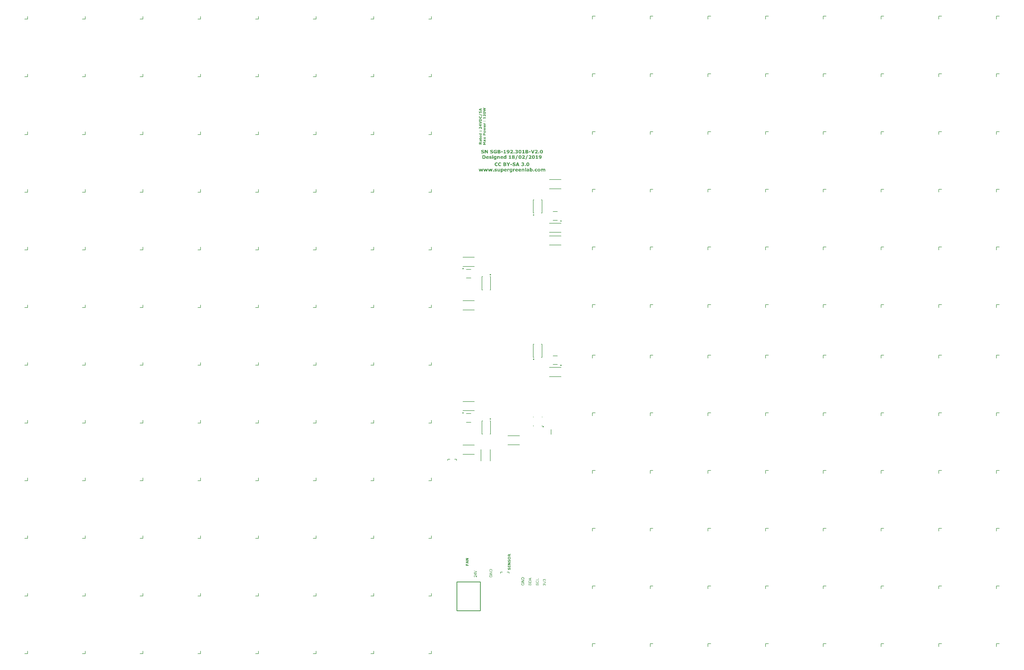
<source format=gto>
%FSLAX25Y25*%
%MOIN*%
G70*
G01*
G75*
%ADD10C,0.01969*%
%ADD11C,0.03543*%
%ADD12R,0.03543X0.02362*%
%ADD13R,0.02362X0.03543*%
%ADD14R,0.07087X0.03543*%
%ADD15R,0.03158X0.03827*%
%ADD16R,0.05118X0.21654*%
%ADD17R,0.07087X0.15354*%
%ADD18R,0.03543X0.05906*%
%ADD19R,0.05906X0.03543*%
%ADD20R,0.19685X0.19685*%
%ADD21R,0.03543X0.07087*%
%ADD22R,0.05118X0.02756*%
%ADD23R,0.06693X0.09843*%
%ADD24R,0.04803X0.04921*%
%ADD25C,0.03150*%
%ADD26R,0.15354X0.24410*%
%ADD27R,0.12992X0.17323*%
%ADD28R,0.09252X0.20079*%
%ADD29R,0.29528X0.07087*%
%ADD30R,0.01378X0.02165*%
%ADD31R,0.11024X0.04921*%
%ADD32R,0.04724X0.13386*%
%ADD33R,0.06693X0.07874*%
%ADD34R,0.05315X0.01772*%
%ADD35R,0.06693X0.06693*%
%ADD36R,0.01181X0.03150*%
%ADD37R,0.03150X0.01181*%
%ADD38R,0.13386X0.04724*%
%ADD39R,0.03543X0.03150*%
%ADD40C,0.00100*%
%ADD41C,0.00591*%
%ADD42C,0.03937*%
%ADD43C,0.02362*%
%ADD44C,0.04331*%
%ADD45C,0.01181*%
%ADD46C,0.01575*%
%ADD47C,0.02756*%
%ADD48C,0.04724*%
%ADD49C,0.05906*%
%ADD50C,0.03150*%
%ADD51C,0.03543*%
%ADD52C,0.09055*%
%ADD53C,0.07874*%
%ADD54O,0.15748X0.29134*%
%ADD55C,0.15748*%
%ADD56C,0.23622*%
%ADD57C,0.00984*%
%ADD58C,0.00787*%
%ADD59C,0.01000*%
G36*
X-25719Y239579D02*
X-26922D01*
Y240447D01*
X-25719D01*
Y239579D01*
D02*
G37*
G36*
X11063Y247686D02*
X11114D01*
X11237Y247671D01*
X11383Y247657D01*
X11536Y247628D01*
X11682Y247584D01*
X11828Y247533D01*
X11835D01*
X11843Y247526D01*
X11886Y247504D01*
X11959Y247467D01*
X12039Y247416D01*
X12134Y247343D01*
X12236Y247263D01*
X12331Y247168D01*
X12426Y247052D01*
X12433Y247037D01*
X12462Y246993D01*
X12506Y246928D01*
X12557Y246840D01*
X12608Y246731D01*
X12666Y246600D01*
X12717Y246454D01*
X12761Y246286D01*
Y246279D01*
X12768Y246264D01*
Y246243D01*
X12776Y246206D01*
X12790Y246162D01*
X12798Y246111D01*
X12805Y246053D01*
X12820Y245987D01*
X12834Y245834D01*
X12856Y245659D01*
X12863Y245455D01*
X12870Y245244D01*
Y245237D01*
Y245215D01*
Y245185D01*
Y245142D01*
Y245091D01*
X12863Y245032D01*
Y244959D01*
X12856Y244887D01*
X12841Y244719D01*
X12827Y244544D01*
X12798Y244362D01*
X12761Y244180D01*
Y244172D01*
X12754Y244158D01*
X12747Y244136D01*
X12739Y244099D01*
X12717Y244019D01*
X12681Y243910D01*
X12630Y243786D01*
X12572Y243655D01*
X12506Y243531D01*
X12426Y243407D01*
X12419Y243392D01*
X12382Y243356D01*
X12331Y243305D01*
X12265Y243232D01*
X12178Y243159D01*
X12076Y243086D01*
X11952Y243013D01*
X11821Y242948D01*
X11813D01*
X11806Y242940D01*
X11784Y242933D01*
X11755Y242926D01*
X11719Y242911D01*
X11675Y242897D01*
X11573Y242875D01*
X11442Y242845D01*
X11289Y242816D01*
X11114Y242802D01*
X10924Y242794D01*
X10837D01*
X10793Y242802D01*
X10734D01*
X10611Y242816D01*
X10472Y242831D01*
X10319Y242860D01*
X10166Y242897D01*
X10020Y242948D01*
X10013D01*
X10006Y242955D01*
X9962Y242977D01*
X9889Y243013D01*
X9809Y243064D01*
X9707Y243130D01*
X9612Y243210D01*
X9510Y243305D01*
X9415Y243414D01*
Y243421D01*
X9408Y243429D01*
X9379Y243472D01*
X9335Y243538D01*
X9284Y243625D01*
X9233Y243742D01*
X9174Y243873D01*
X9123Y244019D01*
X9080Y244187D01*
Y244194D01*
X9072Y244209D01*
Y244231D01*
X9065Y244267D01*
X9058Y244311D01*
X9050Y244362D01*
X9036Y244427D01*
X9029Y244493D01*
X9007Y244646D01*
X8992Y244828D01*
X8985Y245025D01*
X8978Y245244D01*
Y245251D01*
Y245273D01*
Y245302D01*
Y245346D01*
Y245397D01*
X8985Y245463D01*
Y245528D01*
X8992Y245608D01*
X8999Y245776D01*
X9021Y245951D01*
X9043Y246133D01*
X9080Y246308D01*
Y246316D01*
X9087Y246330D01*
X9094Y246352D01*
X9102Y246381D01*
X9123Y246469D01*
X9167Y246571D01*
X9211Y246695D01*
X9269Y246818D01*
X9342Y246950D01*
X9422Y247074D01*
X9437Y247088D01*
X9466Y247125D01*
X9517Y247176D01*
X9583Y247249D01*
X9670Y247322D01*
X9780Y247394D01*
X9896Y247467D01*
X10027Y247533D01*
X10035D01*
X10042Y247540D01*
X10064Y247548D01*
X10093Y247555D01*
X10130Y247569D01*
X10173Y247584D01*
X10283Y247613D01*
X10407Y247642D01*
X10560Y247671D01*
X10734Y247686D01*
X10924Y247693D01*
X11011D01*
X11063Y247686D01*
D02*
G37*
G36*
X-17707Y239178D02*
X-17656D01*
X-17605Y239171D01*
X-17474Y239142D01*
X-17328Y239106D01*
X-17183Y239040D01*
X-17037Y238960D01*
X-16971Y238901D01*
X-16905Y238843D01*
X-16898Y238836D01*
X-16891Y238829D01*
X-16876Y238807D01*
X-16854Y238778D01*
X-16833Y238748D01*
X-16804Y238705D01*
X-16774Y238654D01*
X-16738Y238595D01*
X-16709Y238522D01*
X-16680Y238450D01*
X-16650Y238369D01*
X-16628Y238275D01*
X-16607Y238180D01*
X-16592Y238070D01*
X-16578Y237961D01*
Y237837D01*
Y235526D01*
X-17722D01*
Y237290D01*
Y237298D01*
Y237327D01*
Y237371D01*
Y237429D01*
X-17729Y237494D01*
X-17737Y237567D01*
X-17751Y237720D01*
Y237728D01*
X-17758Y237757D01*
Y237793D01*
X-17766Y237844D01*
X-17788Y237947D01*
X-17809Y237998D01*
X-17824Y238041D01*
Y238049D01*
X-17831Y238063D01*
X-17868Y238107D01*
X-17926Y238158D01*
X-18006Y238209D01*
X-18014D01*
X-18028Y238216D01*
X-18057Y238231D01*
X-18094Y238238D01*
X-18145Y238253D01*
X-18203Y238260D01*
X-18269Y238267D01*
X-18400D01*
X-18444Y238260D01*
X-18487Y238253D01*
X-18546Y238245D01*
X-18662Y238216D01*
X-18670D01*
X-18692Y238209D01*
X-18721Y238194D01*
X-18765Y238180D01*
X-18808Y238151D01*
X-18867Y238122D01*
X-18998Y238049D01*
Y235526D01*
X-20142D01*
Y239076D01*
X-18998D01*
Y238690D01*
X-18983Y238697D01*
X-18947Y238726D01*
X-18888Y238770D01*
X-18815Y238829D01*
X-18728Y238887D01*
X-18626Y238945D01*
X-18524Y239003D01*
X-18422Y239055D01*
X-18407Y239062D01*
X-18371Y239076D01*
X-18313Y239098D01*
X-18240Y239120D01*
X-18145Y239142D01*
X-18043Y239164D01*
X-17926Y239178D01*
X-17802Y239186D01*
X-17744D01*
X-17707Y239178D01*
D02*
G37*
G36*
X-7771Y235526D02*
X-8916D01*
Y235891D01*
X-8930Y235883D01*
X-8967Y235854D01*
X-9025Y235810D01*
X-9098Y235759D01*
X-9185Y235701D01*
X-9273Y235643D01*
X-9375Y235584D01*
X-9470Y235541D01*
X-9484Y235533D01*
X-9514Y235526D01*
X-9565Y235504D01*
X-9637Y235490D01*
X-9725Y235468D01*
X-9827Y235446D01*
X-9936Y235439D01*
X-10060Y235431D01*
X-10126D01*
X-10170Y235439D01*
X-10221Y235446D01*
X-10286Y235461D01*
X-10439Y235497D01*
X-10600Y235555D01*
X-10687Y235592D01*
X-10775Y235643D01*
X-10862Y235701D01*
X-10950Y235767D01*
X-11030Y235840D01*
X-11103Y235927D01*
X-11110Y235934D01*
X-11117Y235949D01*
X-11139Y235978D01*
X-11161Y236022D01*
X-11190Y236073D01*
X-11227Y236131D01*
X-11263Y236204D01*
X-11292Y236284D01*
X-11329Y236379D01*
X-11365Y236481D01*
X-11402Y236591D01*
X-11431Y236707D01*
X-11453Y236838D01*
X-11474Y236977D01*
X-11482Y237123D01*
X-11489Y237276D01*
Y237283D01*
Y237298D01*
Y237319D01*
Y237349D01*
X-11482Y237392D01*
Y237436D01*
X-11474Y237545D01*
X-11460Y237669D01*
X-11431Y237808D01*
X-11402Y237947D01*
X-11358Y238078D01*
Y238085D01*
X-11350Y238092D01*
X-11336Y238136D01*
X-11307Y238202D01*
X-11263Y238289D01*
X-11212Y238384D01*
X-11154Y238486D01*
X-11081Y238588D01*
X-11001Y238683D01*
X-10993Y238690D01*
X-10964Y238719D01*
X-10920Y238763D01*
X-10855Y238814D01*
X-10782Y238872D01*
X-10694Y238938D01*
X-10592Y238996D01*
X-10483Y239047D01*
X-10476D01*
X-10468Y239055D01*
X-10432Y239069D01*
X-10366Y239091D01*
X-10286Y239120D01*
X-10191Y239142D01*
X-10089Y239164D01*
X-9980Y239178D01*
X-9863Y239186D01*
X-9754D01*
X-9674Y239178D01*
X-9594Y239171D01*
X-9506Y239157D01*
X-9419Y239135D01*
X-9339Y239113D01*
X-9331D01*
X-9302Y239098D01*
X-9266Y239084D01*
X-9207Y239069D01*
X-9149Y239040D01*
X-9076Y239018D01*
X-8916Y238945D01*
Y240447D01*
X-7771D01*
Y235526D01*
D02*
G37*
G36*
X40223Y247686D02*
X40274D01*
X40398Y247671D01*
X40543Y247657D01*
X40696Y247628D01*
X40842Y247584D01*
X40988Y247533D01*
X40995D01*
X41003Y247526D01*
X41046Y247504D01*
X41119Y247467D01*
X41199Y247416D01*
X41294Y247343D01*
X41396Y247263D01*
X41491Y247168D01*
X41586Y247052D01*
X41593Y247037D01*
X41622Y246993D01*
X41666Y246928D01*
X41717Y246840D01*
X41768Y246731D01*
X41826Y246600D01*
X41877Y246454D01*
X41921Y246286D01*
Y246279D01*
X41928Y246264D01*
Y246243D01*
X41936Y246206D01*
X41950Y246162D01*
X41958Y246111D01*
X41965Y246053D01*
X41980Y245987D01*
X41994Y245834D01*
X42016Y245659D01*
X42023Y245455D01*
X42031Y245244D01*
Y245237D01*
Y245215D01*
Y245185D01*
Y245142D01*
Y245091D01*
X42023Y245032D01*
Y244959D01*
X42016Y244887D01*
X42001Y244719D01*
X41987Y244544D01*
X41958Y244362D01*
X41921Y244180D01*
Y244172D01*
X41914Y244158D01*
X41907Y244136D01*
X41899Y244099D01*
X41877Y244019D01*
X41841Y243910D01*
X41790Y243786D01*
X41732Y243655D01*
X41666Y243531D01*
X41586Y243407D01*
X41579Y243392D01*
X41542Y243356D01*
X41491Y243305D01*
X41425Y243232D01*
X41338Y243159D01*
X41236Y243086D01*
X41112Y243013D01*
X40981Y242948D01*
X40973D01*
X40966Y242940D01*
X40944Y242933D01*
X40915Y242926D01*
X40879Y242911D01*
X40835Y242897D01*
X40733Y242875D01*
X40602Y242845D01*
X40449Y242816D01*
X40274Y242802D01*
X40084Y242794D01*
X39997D01*
X39953Y242802D01*
X39895D01*
X39771Y242816D01*
X39632Y242831D01*
X39479Y242860D01*
X39326Y242897D01*
X39180Y242948D01*
X39173D01*
X39165Y242955D01*
X39122Y242977D01*
X39049Y243013D01*
X38969Y243064D01*
X38867Y243130D01*
X38772Y243210D01*
X38670Y243305D01*
X38575Y243414D01*
Y243421D01*
X38568Y243429D01*
X38539Y243472D01*
X38495Y243538D01*
X38444Y243625D01*
X38393Y243742D01*
X38335Y243873D01*
X38283Y244019D01*
X38240Y244187D01*
Y244194D01*
X38232Y244209D01*
Y244231D01*
X38225Y244267D01*
X38218Y244311D01*
X38210Y244362D01*
X38196Y244427D01*
X38189Y244493D01*
X38167Y244646D01*
X38152Y244828D01*
X38145Y245025D01*
X38138Y245244D01*
Y245251D01*
Y245273D01*
Y245302D01*
Y245346D01*
Y245397D01*
X38145Y245463D01*
Y245528D01*
X38152Y245608D01*
X38159Y245776D01*
X38181Y245951D01*
X38203Y246133D01*
X38240Y246308D01*
Y246316D01*
X38247Y246330D01*
X38254Y246352D01*
X38262Y246381D01*
X38283Y246469D01*
X38327Y246571D01*
X38371Y246695D01*
X38429Y246818D01*
X38502Y246950D01*
X38582Y247074D01*
X38597Y247088D01*
X38626Y247125D01*
X38677Y247176D01*
X38743Y247249D01*
X38830Y247322D01*
X38939Y247394D01*
X39056Y247467D01*
X39187Y247533D01*
X39195D01*
X39202Y247540D01*
X39224Y247548D01*
X39253Y247555D01*
X39290Y247569D01*
X39333Y247584D01*
X39443Y247613D01*
X39566Y247642D01*
X39720Y247671D01*
X39895Y247686D01*
X40084Y247693D01*
X40172D01*
X40223Y247686D01*
D02*
G37*
G36*
X-543D02*
X-470Y247679D01*
X-383Y247671D01*
X-288Y247664D01*
X-186Y247650D01*
X33Y247606D01*
X259Y247540D01*
X368Y247497D01*
X477Y247445D01*
X572Y247387D01*
X667Y247322D01*
X674Y247314D01*
X689Y247307D01*
X711Y247285D01*
X740Y247256D01*
X776Y247212D01*
X813Y247168D01*
X857Y247110D01*
X900Y247052D01*
X944Y246979D01*
X988Y246899D01*
X1024Y246811D01*
X1061Y246716D01*
X1090Y246614D01*
X1112Y246505D01*
X1126Y246388D01*
X1134Y246264D01*
Y246257D01*
Y246243D01*
Y246221D01*
Y246192D01*
X1126Y246148D01*
X1119Y246104D01*
X1104Y245995D01*
X1075Y245864D01*
X1039Y245718D01*
X981Y245572D01*
X908Y245419D01*
Y245411D01*
X900Y245404D01*
X886Y245382D01*
X864Y245353D01*
X813Y245273D01*
X740Y245164D01*
X638Y245040D01*
X521Y244901D01*
X383Y244748D01*
X222Y244588D01*
X208Y244573D01*
X171Y244544D01*
X120Y244493D01*
X47Y244427D01*
X-40Y244355D01*
X-142Y244274D01*
X-354Y244099D01*
X-368Y244092D01*
X-397Y244063D01*
X-456Y244026D01*
X-514Y243983D01*
X-652Y243881D01*
X-718Y243830D01*
X-769Y243793D01*
X1352D01*
Y242889D01*
X-2351D01*
Y243669D01*
X-2344Y243676D01*
X-2329Y243684D01*
X-2307Y243698D01*
X-2278Y243720D01*
X-2242Y243749D01*
X-2198Y243786D01*
X-2089Y243866D01*
X-1957Y243961D01*
X-1819Y244070D01*
X-1666Y244194D01*
X-1505Y244318D01*
X-1498Y244325D01*
X-1484Y244333D01*
X-1462Y244355D01*
X-1433Y244376D01*
X-1352Y244442D01*
X-1257Y244522D01*
X-1148Y244617D01*
X-1032Y244712D01*
X-922Y244814D01*
X-820Y244916D01*
X-813Y244923D01*
X-805Y244930D01*
X-784Y244952D01*
X-754Y244981D01*
X-689Y245047D01*
X-609Y245134D01*
X-521Y245237D01*
X-434Y245346D01*
X-346Y245455D01*
X-281Y245557D01*
X-273Y245572D01*
X-252Y245608D01*
X-230Y245659D01*
X-193Y245732D01*
X-164Y245813D01*
X-142Y245907D01*
X-120Y246002D01*
X-113Y246104D01*
Y246111D01*
Y246119D01*
Y246155D01*
X-120Y246213D01*
X-142Y246286D01*
X-164Y246367D01*
X-200Y246447D01*
X-252Y246527D01*
X-324Y246600D01*
X-332Y246607D01*
X-361Y246629D01*
X-412Y246658D01*
X-477Y246695D01*
X-558Y246724D01*
X-660Y246753D01*
X-784Y246775D01*
X-922Y246782D01*
X-973D01*
X-1032Y246775D01*
X-1104Y246767D01*
X-1199Y246753D01*
X-1301Y246731D01*
X-1418Y246702D01*
X-1534Y246658D01*
X-1549Y246651D01*
X-1586Y246636D01*
X-1651Y246607D01*
X-1731Y246571D01*
X-1819Y246527D01*
X-1921Y246476D01*
X-2132Y246352D01*
X-2227D01*
Y247394D01*
X-2220Y247402D01*
X-2183Y247409D01*
X-2132Y247431D01*
X-2059Y247460D01*
X-1972Y247489D01*
X-1855Y247518D01*
X-1724Y247555D01*
X-1571Y247591D01*
X-1564D01*
X-1549Y247599D01*
X-1527D01*
X-1491Y247606D01*
X-1454Y247613D01*
X-1411Y247620D01*
X-1294Y247642D01*
X-1163Y247664D01*
X-1010Y247679D01*
X-849Y247686D01*
X-689Y247693D01*
X-601D01*
X-543Y247686D01*
D02*
G37*
G36*
X3430Y242889D02*
X2249D01*
Y244136D01*
X3430D01*
Y242889D01*
D02*
G37*
G36*
X-17456Y247591D02*
X-17317D01*
X-17179Y247584D01*
X-17048Y247569D01*
X-16989Y247562D01*
X-16938Y247555D01*
X-16924D01*
X-16895Y247548D01*
X-16844Y247540D01*
X-16771Y247518D01*
X-16698Y247497D01*
X-16603Y247467D01*
X-16508Y247431D01*
X-16413Y247387D01*
X-16399Y247380D01*
X-16370Y247365D01*
X-16326Y247336D01*
X-16268Y247292D01*
X-16202Y247241D01*
X-16136Y247176D01*
X-16071Y247103D01*
X-16020Y247023D01*
X-16013Y247015D01*
X-15998Y246986D01*
X-15976Y246935D01*
X-15947Y246869D01*
X-15925Y246797D01*
X-15903Y246709D01*
X-15889Y246607D01*
X-15881Y246498D01*
Y246483D01*
Y246439D01*
X-15889Y246381D01*
X-15903Y246301D01*
X-15925Y246206D01*
X-15961Y246104D01*
X-16005Y246002D01*
X-16063Y245900D01*
X-16071Y245885D01*
X-16100Y245856D01*
X-16136Y245813D01*
X-16195Y245754D01*
X-16268Y245689D01*
X-16355Y245616D01*
X-16457Y245550D01*
X-16574Y245492D01*
Y245463D01*
X-16567D01*
X-16552Y245455D01*
X-16530D01*
X-16501Y245448D01*
X-16413Y245419D01*
X-16311Y245382D01*
X-16195Y245331D01*
X-16071Y245266D01*
X-15954Y245185D01*
X-15845Y245083D01*
X-15830Y245069D01*
X-15801Y245032D01*
X-15757Y244967D01*
X-15706Y244879D01*
X-15655Y244777D01*
X-15611Y244646D01*
X-15582Y244493D01*
X-15568Y244325D01*
Y244318D01*
Y244311D01*
Y244267D01*
X-15575Y244201D01*
X-15582Y244121D01*
X-15604Y244026D01*
X-15626Y243924D01*
X-15663Y243815D01*
X-15706Y243713D01*
X-15714Y243698D01*
X-15728Y243669D01*
X-15765Y243618D01*
X-15808Y243560D01*
X-15859Y243487D01*
X-15925Y243414D01*
X-15998Y243341D01*
X-16085Y243268D01*
X-16100Y243261D01*
X-16136Y243232D01*
X-16187Y243203D01*
X-16268Y243159D01*
X-16355Y243108D01*
X-16457Y243057D01*
X-16574Y243013D01*
X-16698Y242977D01*
X-16712D01*
X-16734Y242969D01*
X-16756Y242962D01*
X-16829Y242948D01*
X-16931Y242933D01*
X-17055Y242918D01*
X-17194Y242904D01*
X-17361Y242897D01*
X-17543Y242889D01*
X-19599D01*
Y247599D01*
X-17580D01*
X-17456Y247591D01*
D02*
G37*
G36*
X-9131Y243713D02*
X-8161D01*
Y242889D01*
X-11303D01*
Y243713D01*
X-10312D01*
Y246206D01*
X-11303D01*
Y246972D01*
X-11165D01*
X-11099Y246979D01*
X-11026D01*
X-10873Y246993D01*
X-10866D01*
X-10837Y247001D01*
X-10800Y247008D01*
X-10749Y247015D01*
X-10633Y247044D01*
X-10523Y247088D01*
X-10516Y247095D01*
X-10494Y247103D01*
X-10465Y247117D01*
X-10436Y247147D01*
X-10355Y247205D01*
X-10319Y247249D01*
X-10283Y247292D01*
X-10275Y247300D01*
X-10268Y247314D01*
X-10253Y247343D01*
X-10239Y247380D01*
X-10217Y247424D01*
X-10202Y247482D01*
X-10188Y247540D01*
X-10181Y247613D01*
X-9131D01*
Y243713D01*
D02*
G37*
G36*
X-25748Y235526D02*
X-26893D01*
Y239076D01*
X-25748D01*
Y235526D01*
D02*
G37*
G36*
X-1997Y236350D02*
X-1028D01*
Y235526D01*
X-4170D01*
Y236350D01*
X-3178D01*
Y238843D01*
X-4170D01*
Y239609D01*
X-4031D01*
X-3966Y239616D01*
X-3893D01*
X-3740Y239631D01*
X-3732D01*
X-3703Y239638D01*
X-3667Y239645D01*
X-3616Y239652D01*
X-3499Y239682D01*
X-3390Y239725D01*
X-3383Y239733D01*
X-3361Y239740D01*
X-3331Y239754D01*
X-3302Y239784D01*
X-3222Y239842D01*
X-3186Y239886D01*
X-3149Y239929D01*
X-3142Y239937D01*
X-3135Y239951D01*
X-3120Y239980D01*
X-3105Y240017D01*
X-3084Y240061D01*
X-3069Y240119D01*
X-3054Y240177D01*
X-3047Y240250D01*
X-1997D01*
Y236350D01*
D02*
G37*
G36*
X29401Y240323D02*
X29452D01*
X29575Y240308D01*
X29721Y240294D01*
X29874Y240265D01*
X30020Y240221D01*
X30166Y240170D01*
X30173D01*
X30181Y240163D01*
X30224Y240141D01*
X30297Y240104D01*
X30377Y240053D01*
X30472Y239980D01*
X30574Y239900D01*
X30669Y239805D01*
X30764Y239689D01*
X30771Y239674D01*
X30800Y239631D01*
X30844Y239565D01*
X30895Y239477D01*
X30946Y239368D01*
X31004Y239237D01*
X31055Y239091D01*
X31099Y238923D01*
Y238916D01*
X31106Y238901D01*
Y238880D01*
X31114Y238843D01*
X31128Y238799D01*
X31136Y238748D01*
X31143Y238690D01*
X31157Y238625D01*
X31172Y238471D01*
X31194Y238296D01*
X31201Y238092D01*
X31209Y237881D01*
Y237874D01*
Y237852D01*
Y237823D01*
Y237779D01*
Y237728D01*
X31201Y237669D01*
Y237597D01*
X31194Y237524D01*
X31179Y237356D01*
X31165Y237181D01*
X31136Y236999D01*
X31099Y236817D01*
Y236809D01*
X31092Y236795D01*
X31085Y236773D01*
X31077Y236736D01*
X31055Y236656D01*
X31019Y236547D01*
X30968Y236423D01*
X30910Y236292D01*
X30844Y236168D01*
X30764Y236044D01*
X30757Y236029D01*
X30720Y235993D01*
X30669Y235942D01*
X30603Y235869D01*
X30516Y235796D01*
X30414Y235723D01*
X30290Y235650D01*
X30159Y235584D01*
X30151D01*
X30144Y235577D01*
X30122Y235570D01*
X30093Y235563D01*
X30057Y235548D01*
X30013Y235533D01*
X29911Y235512D01*
X29780Y235483D01*
X29627Y235453D01*
X29452Y235439D01*
X29262Y235431D01*
X29175D01*
X29131Y235439D01*
X29072D01*
X28949Y235453D01*
X28810Y235468D01*
X28657Y235497D01*
X28504Y235533D01*
X28358Y235584D01*
X28351D01*
X28343Y235592D01*
X28300Y235614D01*
X28227Y235650D01*
X28147Y235701D01*
X28045Y235767D01*
X27950Y235847D01*
X27848Y235942D01*
X27753Y236051D01*
Y236058D01*
X27746Y236066D01*
X27717Y236109D01*
X27673Y236175D01*
X27622Y236262D01*
X27571Y236379D01*
X27512Y236510D01*
X27461Y236656D01*
X27418Y236824D01*
Y236831D01*
X27410Y236846D01*
Y236868D01*
X27403Y236904D01*
X27396Y236948D01*
X27389Y236999D01*
X27374Y237064D01*
X27367Y237130D01*
X27345Y237283D01*
X27330Y237465D01*
X27323Y237662D01*
X27316Y237881D01*
Y237888D01*
Y237910D01*
Y237939D01*
Y237983D01*
Y238034D01*
X27323Y238100D01*
Y238165D01*
X27330Y238245D01*
X27338Y238413D01*
X27359Y238588D01*
X27381Y238770D01*
X27418Y238945D01*
Y238952D01*
X27425Y238967D01*
X27432Y238989D01*
X27440Y239018D01*
X27461Y239106D01*
X27505Y239208D01*
X27549Y239332D01*
X27607Y239456D01*
X27680Y239587D01*
X27760Y239711D01*
X27775Y239725D01*
X27804Y239762D01*
X27855Y239813D01*
X27921Y239886D01*
X28008Y239959D01*
X28117Y240031D01*
X28234Y240104D01*
X28365Y240170D01*
X28373D01*
X28380Y240177D01*
X28402Y240184D01*
X28431Y240192D01*
X28468Y240206D01*
X28511Y240221D01*
X28620Y240250D01*
X28745Y240279D01*
X28898Y240308D01*
X29072Y240323D01*
X29262Y240330D01*
X29349D01*
X29401Y240323D01*
D02*
G37*
G36*
X-38447Y240228D02*
X-38309Y240221D01*
X-38156Y240214D01*
X-37988Y240192D01*
X-37821Y240170D01*
X-37660Y240134D01*
X-37653D01*
X-37638Y240126D01*
X-37616D01*
X-37587Y240119D01*
X-37514Y240097D01*
X-37412Y240068D01*
X-37303Y240024D01*
X-37186Y239980D01*
X-37062Y239929D01*
X-36953Y239864D01*
X-36946D01*
X-36931Y239849D01*
X-36909Y239835D01*
X-36873Y239813D01*
X-36829Y239776D01*
X-36785Y239740D01*
X-36676Y239652D01*
X-36552Y239536D01*
X-36421Y239397D01*
X-36297Y239244D01*
X-36188Y239062D01*
Y239055D01*
X-36173Y239040D01*
X-36158Y239011D01*
X-36144Y238974D01*
X-36122Y238923D01*
X-36100Y238865D01*
X-36071Y238799D01*
X-36042Y238726D01*
X-36020Y238639D01*
X-35991Y238552D01*
X-35947Y238347D01*
X-35918Y238122D01*
X-35903Y237874D01*
Y237866D01*
Y237844D01*
Y237808D01*
X-35910Y237764D01*
Y237706D01*
X-35918Y237640D01*
X-35925Y237560D01*
X-35940Y237480D01*
X-35976Y237298D01*
X-36035Y237101D01*
X-36107Y236897D01*
X-36209Y236693D01*
Y236685D01*
X-36224Y236671D01*
X-36239Y236642D01*
X-36261Y236605D01*
X-36290Y236561D01*
X-36326Y236518D01*
X-36413Y236401D01*
X-36523Y236270D01*
X-36654Y236139D01*
X-36800Y236015D01*
X-36968Y235898D01*
X-36975D01*
X-36982Y235891D01*
X-37026Y235861D01*
X-37099Y235825D01*
X-37194Y235781D01*
X-37303Y235738D01*
X-37434Y235687D01*
X-37573Y235643D01*
X-37726Y235606D01*
X-37748D01*
X-37769Y235599D01*
X-37799Y235592D01*
X-37835Y235584D01*
X-37886D01*
X-37937Y235577D01*
X-38003Y235570D01*
X-38141Y235555D01*
X-38309Y235541D01*
X-38498Y235533D01*
X-38703Y235526D01*
X-40357D01*
Y240236D01*
X-38506D01*
X-38447Y240228D01*
D02*
G37*
G36*
X15666Y240323D02*
X15739Y240316D01*
X15827Y240308D01*
X15921Y240301D01*
X16023Y240287D01*
X16242Y240243D01*
X16468Y240177D01*
X16578Y240134D01*
X16687Y240083D01*
X16782Y240024D01*
X16876Y239959D01*
X16884Y239951D01*
X16898Y239944D01*
X16920Y239922D01*
X16949Y239893D01*
X16986Y239849D01*
X17022Y239805D01*
X17066Y239747D01*
X17110Y239689D01*
X17153Y239616D01*
X17197Y239536D01*
X17234Y239448D01*
X17270Y239353D01*
X17299Y239251D01*
X17321Y239142D01*
X17336Y239025D01*
X17343Y238901D01*
Y238894D01*
Y238880D01*
Y238858D01*
Y238829D01*
X17336Y238785D01*
X17328Y238741D01*
X17314Y238632D01*
X17285Y238500D01*
X17248Y238355D01*
X17190Y238209D01*
X17117Y238056D01*
Y238049D01*
X17110Y238041D01*
X17095Y238019D01*
X17073Y237990D01*
X17022Y237910D01*
X16949Y237801D01*
X16847Y237677D01*
X16730Y237538D01*
X16592Y237385D01*
X16432Y237225D01*
X16417Y237210D01*
X16381Y237181D01*
X16330Y237130D01*
X16257Y237064D01*
X16169Y236992D01*
X16067Y236911D01*
X15856Y236736D01*
X15841Y236729D01*
X15812Y236700D01*
X15754Y236664D01*
X15695Y236620D01*
X15557Y236518D01*
X15491Y236467D01*
X15440Y236430D01*
X17562D01*
Y235526D01*
X13858D01*
Y236306D01*
X13866Y236314D01*
X13880Y236321D01*
X13902Y236335D01*
X13931Y236357D01*
X13968Y236386D01*
X14011Y236423D01*
X14121Y236503D01*
X14252Y236598D01*
X14390Y236707D01*
X14544Y236831D01*
X14704Y236955D01*
X14711Y236962D01*
X14726Y236970D01*
X14748Y236992D01*
X14777Y237013D01*
X14857Y237079D01*
X14952Y237159D01*
X15061Y237254D01*
X15178Y237349D01*
X15287Y237451D01*
X15389Y237553D01*
X15396Y237560D01*
X15404Y237567D01*
X15426Y237589D01*
X15455Y237618D01*
X15520Y237684D01*
X15601Y237772D01*
X15688Y237874D01*
X15776Y237983D01*
X15863Y238092D01*
X15929Y238194D01*
X15936Y238209D01*
X15958Y238245D01*
X15980Y238296D01*
X16016Y238369D01*
X16045Y238450D01*
X16067Y238544D01*
X16089Y238639D01*
X16096Y238741D01*
Y238748D01*
Y238756D01*
Y238792D01*
X16089Y238850D01*
X16067Y238923D01*
X16045Y239003D01*
X16009Y239084D01*
X15958Y239164D01*
X15885Y239237D01*
X15878Y239244D01*
X15848Y239266D01*
X15797Y239295D01*
X15732Y239332D01*
X15652Y239361D01*
X15550Y239390D01*
X15426Y239412D01*
X15287Y239419D01*
X15236D01*
X15178Y239412D01*
X15105Y239405D01*
X15010Y239390D01*
X14908Y239368D01*
X14791Y239339D01*
X14675Y239295D01*
X14660Y239288D01*
X14624Y239273D01*
X14558Y239244D01*
X14478Y239208D01*
X14390Y239164D01*
X14288Y239113D01*
X14077Y238989D01*
X13982D01*
Y240031D01*
X13990Y240039D01*
X14026Y240046D01*
X14077Y240068D01*
X14150Y240097D01*
X14237Y240126D01*
X14354Y240155D01*
X14485Y240192D01*
X14638Y240228D01*
X14646D01*
X14660Y240236D01*
X14682D01*
X14718Y240243D01*
X14755Y240250D01*
X14799Y240257D01*
X14915Y240279D01*
X15047Y240301D01*
X15200Y240316D01*
X15360Y240323D01*
X15520Y240330D01*
X15608D01*
X15666Y240323D01*
D02*
G37*
G36*
X38564D02*
X38666Y240316D01*
X38790Y240301D01*
X38921Y240279D01*
X39053Y240250D01*
X39184Y240214D01*
X39191D01*
X39198Y240206D01*
X39242Y240192D01*
X39308Y240163D01*
X39388Y240126D01*
X39475Y240075D01*
X39577Y240017D01*
X39680Y239944D01*
X39774Y239857D01*
X39789Y239842D01*
X39825Y239805D01*
X39876Y239747D01*
X39942Y239667D01*
X40007Y239572D01*
X40080Y239448D01*
X40153Y239317D01*
X40212Y239164D01*
Y239157D01*
X40219Y239142D01*
X40226Y239120D01*
X40233Y239091D01*
X40248Y239047D01*
X40255Y238996D01*
X40270Y238945D01*
X40284Y238880D01*
X40314Y238726D01*
X40336Y238559D01*
X40350Y238362D01*
X40357Y238143D01*
Y238136D01*
Y238114D01*
Y238085D01*
Y238041D01*
X40350Y237990D01*
Y237925D01*
X40343Y237859D01*
X40336Y237779D01*
X40321Y237611D01*
X40292Y237422D01*
X40255Y237232D01*
X40204Y237035D01*
Y237028D01*
X40197Y237013D01*
X40190Y236984D01*
X40175Y236955D01*
X40161Y236911D01*
X40139Y236860D01*
X40088Y236744D01*
X40022Y236605D01*
X39942Y236467D01*
X39847Y236321D01*
X39738Y236182D01*
X39731Y236175D01*
X39723Y236168D01*
X39701Y236146D01*
X39680Y236124D01*
X39607Y236051D01*
X39512Y235971D01*
X39388Y235876D01*
X39249Y235781D01*
X39082Y235694D01*
X38907Y235614D01*
X38899D01*
X38885Y235606D01*
X38856Y235599D01*
X38819Y235584D01*
X38768Y235570D01*
X38717Y235555D01*
X38652Y235541D01*
X38579Y235526D01*
X38491Y235504D01*
X38404Y235490D01*
X38207Y235461D01*
X37988Y235439D01*
X37748Y235431D01*
X37660D01*
X37595Y235439D01*
X37522D01*
X37434Y235446D01*
X37339Y235453D01*
X37237Y235461D01*
X37223D01*
X37194Y235468D01*
X37150D01*
X37091Y235475D01*
X36975Y235497D01*
X36924Y235504D01*
X36887Y235512D01*
Y236438D01*
X37019D01*
X37026Y236430D01*
X37048Y236416D01*
X37084Y236408D01*
X37121Y236394D01*
X37164Y236372D01*
X37223Y236357D01*
X37281Y236335D01*
X37288D01*
X37310Y236328D01*
X37354Y236321D01*
X37405Y236314D01*
X37478Y236306D01*
X37558Y236299D01*
X37653Y236292D01*
X37850D01*
X37915Y236299D01*
X37988Y236306D01*
X38068Y236314D01*
X38243Y236350D01*
X38251D01*
X38287Y236365D01*
X38331Y236379D01*
X38389Y236394D01*
X38447Y236423D01*
X38520Y236459D01*
X38593Y236496D01*
X38659Y236547D01*
X38666Y236554D01*
X38688Y236569D01*
X38724Y236605D01*
X38768Y236642D01*
X38812Y236693D01*
X38863Y236751D01*
X38914Y236824D01*
X38958Y236897D01*
X38965Y236904D01*
X38980Y236933D01*
X39002Y236984D01*
X39023Y237042D01*
X39053Y237123D01*
X39082Y237210D01*
X39104Y237305D01*
X39125Y237414D01*
X39111Y237407D01*
X39082Y237392D01*
X39023Y237363D01*
X38958Y237327D01*
X38878Y237290D01*
X38790Y237247D01*
X38608Y237174D01*
X38601D01*
X38564Y237159D01*
X38513Y237152D01*
X38447Y237137D01*
X38360Y237123D01*
X38265Y237108D01*
X38149Y237101D01*
X38025Y237094D01*
X37930D01*
X37864Y237101D01*
X37784Y237108D01*
X37697Y237115D01*
X37514Y237152D01*
X37507D01*
X37471Y237167D01*
X37427Y237181D01*
X37369Y237203D01*
X37303Y237232D01*
X37230Y237268D01*
X37077Y237356D01*
X37062Y237363D01*
X37033Y237392D01*
X36982Y237429D01*
X36924Y237487D01*
X36858Y237560D01*
X36785Y237640D01*
X36720Y237735D01*
X36654Y237844D01*
X36647Y237859D01*
X36632Y237903D01*
X36603Y237968D01*
X36581Y238056D01*
X36552Y238165D01*
X36523Y238296D01*
X36508Y238450D01*
X36501Y238617D01*
Y238625D01*
Y238654D01*
X36508Y238690D01*
Y238741D01*
X36516Y238807D01*
X36530Y238880D01*
X36545Y238967D01*
X36567Y239055D01*
X36596Y239149D01*
X36632Y239251D01*
X36669Y239353D01*
X36720Y239456D01*
X36785Y239558D01*
X36851Y239660D01*
X36931Y239754D01*
X37026Y239849D01*
X37033Y239857D01*
X37048Y239871D01*
X37077Y239893D01*
X37121Y239922D01*
X37172Y239959D01*
X37237Y240002D01*
X37310Y240046D01*
X37398Y240090D01*
X37492Y240134D01*
X37595Y240177D01*
X37704Y240221D01*
X37828Y240257D01*
X37959Y240287D01*
X38098Y240308D01*
X38251Y240323D01*
X38404Y240330D01*
X38477D01*
X38564Y240323D01*
D02*
G37*
G36*
X-29007Y239178D02*
X-28905D01*
X-28788Y239164D01*
X-28657Y239149D01*
X-28526Y239127D01*
X-28387Y239098D01*
X-28373D01*
X-28329Y239084D01*
X-28263Y239069D01*
X-28176Y239047D01*
X-28088Y239025D01*
X-27994Y238996D01*
X-27899Y238960D01*
X-27811Y238931D01*
Y238034D01*
X-27913D01*
X-27928Y238041D01*
X-27957Y238063D01*
X-28008Y238092D01*
X-28081Y238129D01*
X-28169Y238173D01*
X-28263Y238224D01*
X-28380Y238267D01*
X-28497Y238311D01*
X-28511Y238318D01*
X-28555Y238333D01*
X-28613Y238347D01*
X-28701Y238369D01*
X-28795Y238391D01*
X-28905Y238413D01*
X-29021Y238420D01*
X-29145Y238428D01*
X-29189D01*
X-29240Y238420D01*
X-29306D01*
X-29379Y238406D01*
X-29459Y238391D01*
X-29539Y238377D01*
X-29612Y238347D01*
X-29619D01*
X-29641Y238333D01*
X-29670Y238318D01*
X-29700Y238289D01*
X-29736Y238260D01*
X-29765Y238224D01*
X-29787Y238180D01*
X-29794Y238129D01*
Y238122D01*
Y238107D01*
X-29787Y238085D01*
Y238056D01*
X-29758Y237998D01*
X-29743Y237968D01*
X-29714Y237939D01*
X-29707D01*
X-29692Y237925D01*
X-29670Y237917D01*
X-29634Y237895D01*
X-29575Y237874D01*
X-29510Y237852D01*
X-29422Y237830D01*
X-29313Y237801D01*
X-29306D01*
X-29284Y237793D01*
X-29247D01*
X-29204Y237779D01*
X-29145Y237772D01*
X-29080Y237764D01*
X-28941Y237735D01*
X-28934D01*
X-28905Y237728D01*
X-28868Y237720D01*
X-28810Y237713D01*
X-28752Y237706D01*
X-28686Y237691D01*
X-28533Y237655D01*
X-28526D01*
X-28511Y237648D01*
X-28489Y237640D01*
X-28460Y237633D01*
X-28380Y237604D01*
X-28278Y237567D01*
X-28176Y237516D01*
X-28059Y237451D01*
X-27957Y237371D01*
X-27870Y237283D01*
X-27862Y237268D01*
X-27833Y237239D01*
X-27797Y237181D01*
X-27760Y237108D01*
X-27717Y237021D01*
X-27687Y236911D01*
X-27658Y236787D01*
X-27651Y236656D01*
Y236649D01*
Y236634D01*
Y236605D01*
X-27658Y236561D01*
X-27666Y236518D01*
X-27680Y236467D01*
X-27709Y236335D01*
X-27775Y236197D01*
X-27811Y236124D01*
X-27862Y236051D01*
X-27913Y235971D01*
X-27986Y235898D01*
X-28059Y235832D01*
X-28147Y235767D01*
X-28154D01*
X-28169Y235752D01*
X-28198Y235738D01*
X-28234Y235716D01*
X-28285Y235687D01*
X-28351Y235657D01*
X-28416Y235628D01*
X-28504Y235599D01*
X-28591Y235570D01*
X-28693Y235541D01*
X-28803Y235512D01*
X-28927Y235483D01*
X-29051Y235461D01*
X-29189Y235446D01*
X-29342Y235439D01*
X-29495Y235431D01*
X-29619D01*
X-29670Y235439D01*
X-29787Y235446D01*
X-29918Y235453D01*
X-30064Y235468D01*
X-30217Y235490D01*
X-30363Y235519D01*
X-30370D01*
X-30377Y235526D01*
X-30399D01*
X-30428Y235533D01*
X-30494Y235555D01*
X-30582Y235577D01*
X-30676Y235606D01*
X-30778Y235636D01*
X-30880Y235679D01*
X-30975Y235716D01*
Y236656D01*
X-30866D01*
X-30859Y236642D01*
X-30815Y236612D01*
X-30757Y236569D01*
X-30676Y236518D01*
X-30669D01*
X-30654Y236503D01*
X-30633Y236489D01*
X-30596Y236474D01*
X-30552Y236452D01*
X-30494Y236423D01*
X-30436Y236394D01*
X-30363Y236365D01*
X-30356D01*
X-30334Y236350D01*
X-30290Y236335D01*
X-30246Y236321D01*
X-30188Y236299D01*
X-30115Y236284D01*
X-29962Y236241D01*
X-29955D01*
X-29926Y236233D01*
X-29874Y236226D01*
X-29816Y236219D01*
X-29743Y236204D01*
X-29663Y236197D01*
X-29575Y236190D01*
X-29422D01*
X-29364Y236197D01*
X-29291D01*
X-29211Y236204D01*
X-29131Y236219D01*
X-29051Y236241D01*
X-28985Y236262D01*
X-28978Y236270D01*
X-28956Y236277D01*
X-28934Y236292D01*
X-28898Y236321D01*
X-28868Y236350D01*
X-28846Y236386D01*
X-28825Y236430D01*
X-28817Y236481D01*
Y236489D01*
Y236503D01*
X-28825Y236525D01*
X-28832Y236554D01*
X-28861Y236620D01*
X-28883Y236649D01*
X-28919Y236671D01*
X-28927D01*
X-28941Y236678D01*
X-28963Y236693D01*
X-29000Y236707D01*
X-29051Y236722D01*
X-29109Y236744D01*
X-29189Y236766D01*
X-29277Y236787D01*
X-29284D01*
X-29298Y236795D01*
X-29328D01*
X-29364Y236802D01*
X-29415Y236809D01*
X-29474Y236824D01*
X-29539Y236831D01*
X-29619Y236846D01*
X-29627D01*
X-29656Y236853D01*
X-29700Y236860D01*
X-29750Y236868D01*
X-29809Y236882D01*
X-29874Y236897D01*
X-30013Y236926D01*
X-30020D01*
X-30035Y236933D01*
X-30057Y236941D01*
X-30093Y236948D01*
X-30181Y236977D01*
X-30283Y237021D01*
X-30399Y237079D01*
X-30516Y237145D01*
X-30633Y237225D01*
X-30727Y237319D01*
X-30735Y237334D01*
X-30764Y237371D01*
X-30800Y237429D01*
X-30844Y237502D01*
X-30888Y237604D01*
X-30924Y237713D01*
X-30953Y237844D01*
X-30961Y237990D01*
Y237998D01*
Y238012D01*
Y238041D01*
X-30953Y238078D01*
X-30946Y238122D01*
X-30931Y238173D01*
X-30902Y238289D01*
X-30844Y238420D01*
X-30808Y238493D01*
X-30757Y238566D01*
X-30705Y238639D01*
X-30640Y238712D01*
X-30567Y238778D01*
X-30479Y238843D01*
X-30472Y238850D01*
X-30458Y238858D01*
X-30428Y238872D01*
X-30392Y238894D01*
X-30341Y238923D01*
X-30283Y238952D01*
X-30210Y238982D01*
X-30130Y239018D01*
X-30042Y239047D01*
X-29940Y239076D01*
X-29831Y239106D01*
X-29714Y239135D01*
X-29583Y239157D01*
X-29452Y239171D01*
X-29306Y239186D01*
X-29087D01*
X-29007Y239178D01*
D02*
G37*
G36*
X24742Y240323D02*
X24815Y240316D01*
X24903Y240308D01*
X24997Y240301D01*
X25100Y240287D01*
X25318Y240243D01*
X25544Y240177D01*
X25653Y240134D01*
X25763Y240083D01*
X25858Y240024D01*
X25952Y239959D01*
X25960Y239951D01*
X25974Y239944D01*
X25996Y239922D01*
X26025Y239893D01*
X26062Y239849D01*
X26098Y239805D01*
X26142Y239747D01*
X26186Y239689D01*
X26229Y239616D01*
X26273Y239536D01*
X26310Y239448D01*
X26346Y239353D01*
X26375Y239251D01*
X26397Y239142D01*
X26412Y239025D01*
X26419Y238901D01*
Y238894D01*
Y238880D01*
Y238858D01*
Y238829D01*
X26412Y238785D01*
X26404Y238741D01*
X26390Y238632D01*
X26361Y238500D01*
X26324Y238355D01*
X26266Y238209D01*
X26193Y238056D01*
Y238049D01*
X26186Y238041D01*
X26171Y238019D01*
X26149Y237990D01*
X26098Y237910D01*
X26025Y237801D01*
X25923Y237677D01*
X25807Y237538D01*
X25668Y237385D01*
X25508Y237225D01*
X25493Y237210D01*
X25457Y237181D01*
X25406Y237130D01*
X25333Y237064D01*
X25245Y236992D01*
X25143Y236911D01*
X24932Y236736D01*
X24917Y236729D01*
X24888Y236700D01*
X24830Y236664D01*
X24771Y236620D01*
X24633Y236518D01*
X24567Y236467D01*
X24516Y236430D01*
X26638D01*
Y235526D01*
X22934D01*
Y236306D01*
X22942Y236314D01*
X22956Y236321D01*
X22978Y236335D01*
X23007Y236357D01*
X23044Y236386D01*
X23087Y236423D01*
X23197Y236503D01*
X23328Y236598D01*
X23467Y236707D01*
X23620Y236831D01*
X23780Y236955D01*
X23787Y236962D01*
X23802Y236970D01*
X23824Y236992D01*
X23853Y237013D01*
X23933Y237079D01*
X24028Y237159D01*
X24137Y237254D01*
X24254Y237349D01*
X24363Y237451D01*
X24465Y237553D01*
X24473Y237560D01*
X24480Y237567D01*
X24502Y237589D01*
X24531Y237618D01*
X24597Y237684D01*
X24677Y237772D01*
X24764Y237874D01*
X24852Y237983D01*
X24939Y238092D01*
X25005Y238194D01*
X25012Y238209D01*
X25034Y238245D01*
X25056Y238296D01*
X25092Y238369D01*
X25121Y238450D01*
X25143Y238544D01*
X25165Y238639D01*
X25172Y238741D01*
Y238748D01*
Y238756D01*
Y238792D01*
X25165Y238850D01*
X25143Y238923D01*
X25121Y239003D01*
X25085Y239084D01*
X25034Y239164D01*
X24961Y239237D01*
X24954Y239244D01*
X24925Y239266D01*
X24873Y239295D01*
X24808Y239332D01*
X24728Y239361D01*
X24626Y239390D01*
X24502Y239412D01*
X24363Y239419D01*
X24312D01*
X24254Y239412D01*
X24181Y239405D01*
X24086Y239390D01*
X23984Y239368D01*
X23867Y239339D01*
X23751Y239295D01*
X23736Y239288D01*
X23700Y239273D01*
X23634Y239244D01*
X23554Y239208D01*
X23467Y239164D01*
X23364Y239113D01*
X23153Y238989D01*
X23058D01*
Y240031D01*
X23066Y240039D01*
X23102Y240046D01*
X23153Y240068D01*
X23226Y240097D01*
X23313Y240126D01*
X23430Y240155D01*
X23561Y240192D01*
X23714Y240228D01*
X23722D01*
X23736Y240236D01*
X23758D01*
X23795Y240243D01*
X23831Y240250D01*
X23875Y240257D01*
X23991Y240279D01*
X24123Y240301D01*
X24276Y240316D01*
X24436Y240323D01*
X24597Y240330D01*
X24684D01*
X24742Y240323D01*
D02*
G37*
G36*
X34584Y236350D02*
X35553D01*
Y235526D01*
X32411D01*
Y236350D01*
X33403D01*
Y238843D01*
X32411D01*
Y239609D01*
X32550D01*
X32616Y239616D01*
X32688D01*
X32841Y239631D01*
X32849D01*
X32878Y239638D01*
X32914Y239645D01*
X32965Y239652D01*
X33082Y239682D01*
X33191Y239725D01*
X33199Y239733D01*
X33220Y239740D01*
X33250Y239754D01*
X33279Y239784D01*
X33359Y239842D01*
X33395Y239886D01*
X33432Y239929D01*
X33439Y239937D01*
X33446Y239951D01*
X33461Y239980D01*
X33476Y240017D01*
X33498Y240061D01*
X33512Y240119D01*
X33527Y240177D01*
X33534Y240250D01*
X34584D01*
Y236350D01*
D02*
G37*
G36*
X-39727Y247686D02*
X-39610Y247679D01*
X-39472Y247671D01*
X-39319Y247657D01*
X-39151Y247628D01*
X-38983Y247599D01*
X-38976D01*
X-38961Y247591D01*
X-38939D01*
X-38903Y247584D01*
X-38867Y247577D01*
X-38823Y247562D01*
X-38713Y247540D01*
X-38590Y247504D01*
X-38451Y247467D01*
X-38320Y247424D01*
X-38189Y247373D01*
Y246294D01*
X-38320D01*
X-38335Y246301D01*
X-38371Y246330D01*
X-38429Y246374D01*
X-38517Y246425D01*
X-38619Y246483D01*
X-38735Y246549D01*
X-38867Y246614D01*
X-39020Y246673D01*
X-39027D01*
X-39042Y246680D01*
X-39064Y246687D01*
X-39093Y246695D01*
X-39129Y246709D01*
X-39173Y246724D01*
X-39282Y246753D01*
X-39406Y246775D01*
X-39552Y246804D01*
X-39705Y246818D01*
X-39865Y246826D01*
X-39960D01*
X-40062Y246818D01*
X-40172Y246804D01*
X-40179D01*
X-40193Y246797D01*
X-40223D01*
X-40259Y246789D01*
X-40354Y246760D01*
X-40456Y246724D01*
X-40463D01*
X-40478Y246716D01*
X-40500Y246702D01*
X-40529Y246687D01*
X-40594Y246643D01*
X-40667Y246578D01*
Y246571D01*
X-40682Y246563D01*
X-40696Y246542D01*
X-40711Y246512D01*
X-40740Y246447D01*
X-40747Y246403D01*
X-40755Y246359D01*
Y246352D01*
Y246330D01*
X-40747Y246294D01*
X-40740Y246250D01*
X-40718Y246206D01*
X-40696Y246155D01*
X-40660Y246111D01*
X-40616Y246068D01*
X-40609Y246060D01*
X-40587Y246053D01*
X-40551Y246031D01*
X-40492Y246009D01*
X-40419Y245980D01*
X-40325Y245951D01*
X-40215Y245922D01*
X-40077Y245893D01*
X-40062D01*
X-40033Y245885D01*
X-39982Y245871D01*
X-39916Y245856D01*
X-39843Y245842D01*
X-39756Y245820D01*
X-39581Y245783D01*
X-39566D01*
X-39537Y245776D01*
X-39494Y245761D01*
X-39428Y245747D01*
X-39348Y245725D01*
X-39260Y245703D01*
X-39165Y245674D01*
X-39064Y245645D01*
X-39056D01*
X-39042Y245637D01*
X-39012Y245630D01*
X-38976Y245616D01*
X-38932Y245594D01*
X-38874Y245572D01*
X-38757Y245521D01*
X-38626Y245448D01*
X-38495Y245368D01*
X-38371Y245273D01*
X-38262Y245164D01*
X-38247Y245149D01*
X-38218Y245105D01*
X-38181Y245040D01*
X-38130Y244952D01*
X-38079Y244836D01*
X-38043Y244697D01*
X-38014Y244544D01*
X-37999Y244369D01*
Y244362D01*
Y244340D01*
X-38006Y244303D01*
Y244252D01*
X-38014Y244194D01*
X-38028Y244121D01*
X-38050Y244048D01*
X-38072Y243968D01*
X-38109Y243873D01*
X-38145Y243786D01*
X-38196Y243691D01*
X-38254Y243596D01*
X-38320Y243501D01*
X-38400Y243407D01*
X-38495Y243319D01*
X-38597Y243232D01*
X-38604Y243225D01*
X-38626Y243210D01*
X-38655Y243195D01*
X-38706Y243166D01*
X-38765Y243130D01*
X-38838Y243093D01*
X-38925Y243057D01*
X-39020Y243020D01*
X-39129Y242977D01*
X-39246Y242940D01*
X-39377Y242904D01*
X-39523Y242867D01*
X-39676Y242838D01*
X-39843Y242824D01*
X-40018Y242809D01*
X-40201Y242802D01*
X-40347D01*
X-40405Y242809D01*
X-40543Y242816D01*
X-40704Y242824D01*
X-40879Y242845D01*
X-41054Y242867D01*
X-41221Y242904D01*
X-41229D01*
X-41243Y242911D01*
X-41265D01*
X-41294Y242926D01*
X-41374Y242948D01*
X-41484Y242977D01*
X-41608Y243013D01*
X-41746Y243057D01*
X-42031Y243159D01*
Y244296D01*
X-41892D01*
X-41885Y244282D01*
X-41863Y244267D01*
X-41834Y244245D01*
X-41754Y244194D01*
X-41651Y244121D01*
X-41528Y244048D01*
X-41382Y243968D01*
X-41221Y243895D01*
X-41054Y243830D01*
X-41046D01*
X-41032Y243822D01*
X-41010Y243815D01*
X-40973Y243808D01*
X-40930Y243793D01*
X-40886Y243779D01*
X-40769Y243749D01*
X-40631Y243720D01*
X-40478Y243691D01*
X-40317Y243676D01*
X-40157Y243669D01*
X-40077D01*
X-40040Y243676D01*
X-39931D01*
X-39865Y243684D01*
X-39858D01*
X-39836Y243691D01*
X-39800D01*
X-39756Y243698D01*
X-39661Y243720D01*
X-39566Y243749D01*
X-39559D01*
X-39545Y243757D01*
X-39515Y243771D01*
X-39486Y243793D01*
X-39413Y243837D01*
X-39340Y243895D01*
X-39333Y243902D01*
X-39326Y243910D01*
X-39311Y243932D01*
X-39289Y243961D01*
X-39275Y243997D01*
X-39260Y244041D01*
X-39253Y244092D01*
X-39246Y244150D01*
Y244158D01*
Y244180D01*
X-39253Y244201D01*
X-39260Y244238D01*
X-39282Y244282D01*
X-39304Y244325D01*
X-39340Y244369D01*
X-39384Y244413D01*
X-39391Y244420D01*
X-39406Y244435D01*
X-39435Y244457D01*
X-39479Y244478D01*
X-39537Y244508D01*
X-39596Y244537D01*
X-39676Y244566D01*
X-39763Y244588D01*
X-39778D01*
X-39807Y244602D01*
X-39865Y244610D01*
X-39938Y244624D01*
X-40018Y244646D01*
X-40113Y244668D01*
X-40223Y244683D01*
X-40332Y244704D01*
X-40347D01*
X-40383Y244712D01*
X-40441Y244726D01*
X-40507Y244748D01*
X-40594Y244763D01*
X-40689Y244792D01*
X-40886Y244850D01*
X-40893D01*
X-40915Y244858D01*
X-40944Y244872D01*
X-40981Y244887D01*
X-41032Y244901D01*
X-41090Y244930D01*
X-41214Y244989D01*
X-41360Y245062D01*
X-41498Y245149D01*
X-41637Y245251D01*
X-41695Y245309D01*
X-41746Y245368D01*
Y245375D01*
X-41754Y245382D01*
X-41768Y245404D01*
X-41783Y245426D01*
X-41826Y245499D01*
X-41870Y245601D01*
X-41921Y245718D01*
X-41958Y245864D01*
X-41987Y246024D01*
X-42001Y246199D01*
Y246206D01*
Y246228D01*
X-41994Y246264D01*
Y246308D01*
X-41987Y246367D01*
X-41972Y246432D01*
X-41950Y246498D01*
X-41928Y246578D01*
X-41899Y246665D01*
X-41855Y246746D01*
X-41812Y246840D01*
X-41754Y246928D01*
X-41688Y247015D01*
X-41608Y247103D01*
X-41520Y247190D01*
X-41418Y247270D01*
X-41411Y247278D01*
X-41389Y247292D01*
X-41360Y247307D01*
X-41309Y247336D01*
X-41251Y247365D01*
X-41185Y247402D01*
X-41097Y247445D01*
X-41003Y247482D01*
X-40900Y247518D01*
X-40784Y247562D01*
X-40660Y247599D01*
X-40529Y247628D01*
X-40383Y247657D01*
X-40230Y247679D01*
X-40062Y247686D01*
X-39895Y247693D01*
X-39771D01*
X-39727Y247686D01*
D02*
G37*
G36*
X-27414D02*
X-27297Y247679D01*
X-27159Y247671D01*
X-27006Y247657D01*
X-26838Y247628D01*
X-26671Y247599D01*
X-26663D01*
X-26649Y247591D01*
X-26627D01*
X-26590Y247584D01*
X-26554Y247577D01*
X-26510Y247562D01*
X-26401Y247540D01*
X-26277Y247504D01*
X-26138Y247467D01*
X-26007Y247424D01*
X-25876Y247373D01*
Y246294D01*
X-26007D01*
X-26022Y246301D01*
X-26058Y246330D01*
X-26116Y246374D01*
X-26204Y246425D01*
X-26306Y246483D01*
X-26423Y246549D01*
X-26554Y246614D01*
X-26707Y246673D01*
X-26714D01*
X-26729Y246680D01*
X-26751Y246687D01*
X-26780Y246695D01*
X-26816Y246709D01*
X-26860Y246724D01*
X-26969Y246753D01*
X-27093Y246775D01*
X-27239Y246804D01*
X-27392Y246818D01*
X-27553Y246826D01*
X-27647D01*
X-27749Y246818D01*
X-27859Y246804D01*
X-27866D01*
X-27881Y246797D01*
X-27910D01*
X-27946Y246789D01*
X-28041Y246760D01*
X-28143Y246724D01*
X-28150D01*
X-28165Y246716D01*
X-28187Y246702D01*
X-28216Y246687D01*
X-28282Y246643D01*
X-28354Y246578D01*
Y246571D01*
X-28369Y246563D01*
X-28384Y246542D01*
X-28398Y246512D01*
X-28427Y246447D01*
X-28435Y246403D01*
X-28442Y246359D01*
Y246352D01*
Y246330D01*
X-28435Y246294D01*
X-28427Y246250D01*
X-28405Y246206D01*
X-28384Y246155D01*
X-28347Y246111D01*
X-28303Y246068D01*
X-28296Y246060D01*
X-28274Y246053D01*
X-28238Y246031D01*
X-28179Y246009D01*
X-28107Y245980D01*
X-28012Y245951D01*
X-27902Y245922D01*
X-27764Y245893D01*
X-27749D01*
X-27720Y245885D01*
X-27669Y245871D01*
X-27604Y245856D01*
X-27531Y245842D01*
X-27443Y245820D01*
X-27268Y245783D01*
X-27254D01*
X-27224Y245776D01*
X-27181Y245761D01*
X-27115Y245747D01*
X-27035Y245725D01*
X-26948Y245703D01*
X-26853Y245674D01*
X-26751Y245645D01*
X-26743D01*
X-26729Y245637D01*
X-26700Y245630D01*
X-26663Y245616D01*
X-26619Y245594D01*
X-26561Y245572D01*
X-26445Y245521D01*
X-26313Y245448D01*
X-26182Y245368D01*
X-26058Y245273D01*
X-25949Y245164D01*
X-25934Y245149D01*
X-25905Y245105D01*
X-25869Y245040D01*
X-25817Y244952D01*
X-25767Y244836D01*
X-25730Y244697D01*
X-25701Y244544D01*
X-25686Y244369D01*
Y244362D01*
Y244340D01*
X-25694Y244303D01*
Y244252D01*
X-25701Y244194D01*
X-25716Y244121D01*
X-25737Y244048D01*
X-25759Y243968D01*
X-25796Y243873D01*
X-25832Y243786D01*
X-25883Y243691D01*
X-25942Y243596D01*
X-26007Y243501D01*
X-26087Y243407D01*
X-26182Y243319D01*
X-26284Y243232D01*
X-26291Y243225D01*
X-26313Y243210D01*
X-26342Y243195D01*
X-26393Y243166D01*
X-26452Y243130D01*
X-26525Y243093D01*
X-26612Y243057D01*
X-26707Y243020D01*
X-26816Y242977D01*
X-26933Y242940D01*
X-27064Y242904D01*
X-27210Y242867D01*
X-27363Y242838D01*
X-27531Y242824D01*
X-27706Y242809D01*
X-27888Y242802D01*
X-28034D01*
X-28092Y242809D01*
X-28231Y242816D01*
X-28391Y242824D01*
X-28566Y242845D01*
X-28741Y242867D01*
X-28909Y242904D01*
X-28916D01*
X-28930Y242911D01*
X-28952D01*
X-28981Y242926D01*
X-29062Y242948D01*
X-29171Y242977D01*
X-29295Y243013D01*
X-29433Y243057D01*
X-29718Y243159D01*
Y244296D01*
X-29579D01*
X-29572Y244282D01*
X-29550Y244267D01*
X-29521Y244245D01*
X-29441Y244194D01*
X-29339Y244121D01*
X-29215Y244048D01*
X-29069Y243968D01*
X-28909Y243895D01*
X-28741Y243830D01*
X-28734D01*
X-28719Y243822D01*
X-28697Y243815D01*
X-28661Y243808D01*
X-28617Y243793D01*
X-28573Y243779D01*
X-28457Y243749D01*
X-28318Y243720D01*
X-28165Y243691D01*
X-28005Y243676D01*
X-27844Y243669D01*
X-27764D01*
X-27727Y243676D01*
X-27618D01*
X-27553Y243684D01*
X-27545D01*
X-27523Y243691D01*
X-27487D01*
X-27443Y243698D01*
X-27348Y243720D01*
X-27254Y243749D01*
X-27246D01*
X-27232Y243757D01*
X-27203Y243771D01*
X-27174Y243793D01*
X-27101Y243837D01*
X-27028Y243895D01*
X-27020Y243902D01*
X-27013Y243910D01*
X-26998Y243932D01*
X-26977Y243961D01*
X-26962Y243997D01*
X-26948Y244041D01*
X-26940Y244092D01*
X-26933Y244150D01*
Y244158D01*
Y244180D01*
X-26940Y244201D01*
X-26948Y244238D01*
X-26969Y244282D01*
X-26991Y244325D01*
X-27028Y244369D01*
X-27071Y244413D01*
X-27079Y244420D01*
X-27093Y244435D01*
X-27122Y244457D01*
X-27166Y244478D01*
X-27224Y244508D01*
X-27283Y244537D01*
X-27363Y244566D01*
X-27450Y244588D01*
X-27465D01*
X-27494Y244602D01*
X-27553Y244610D01*
X-27626Y244624D01*
X-27706Y244646D01*
X-27800Y244668D01*
X-27910Y244683D01*
X-28019Y244704D01*
X-28034D01*
X-28070Y244712D01*
X-28128Y244726D01*
X-28194Y244748D01*
X-28282Y244763D01*
X-28376Y244792D01*
X-28573Y244850D01*
X-28580D01*
X-28602Y244858D01*
X-28631Y244872D01*
X-28668Y244887D01*
X-28719Y244901D01*
X-28777Y244930D01*
X-28901Y244989D01*
X-29047Y245062D01*
X-29186Y245149D01*
X-29324Y245251D01*
X-29382Y245309D01*
X-29433Y245368D01*
Y245375D01*
X-29441Y245382D01*
X-29455Y245404D01*
X-29470Y245426D01*
X-29514Y245499D01*
X-29557Y245601D01*
X-29608Y245718D01*
X-29645Y245864D01*
X-29674Y246024D01*
X-29689Y246199D01*
Y246206D01*
Y246228D01*
X-29681Y246264D01*
Y246308D01*
X-29674Y246367D01*
X-29659Y246432D01*
X-29638Y246498D01*
X-29616Y246578D01*
X-29586Y246665D01*
X-29543Y246746D01*
X-29499Y246840D01*
X-29441Y246928D01*
X-29375Y247015D01*
X-29295Y247103D01*
X-29207Y247190D01*
X-29105Y247270D01*
X-29098Y247278D01*
X-29076Y247292D01*
X-29047Y247307D01*
X-28996Y247336D01*
X-28938Y247365D01*
X-28872Y247402D01*
X-28785Y247445D01*
X-28690Y247482D01*
X-28588Y247518D01*
X-28471Y247562D01*
X-28347Y247599D01*
X-28216Y247628D01*
X-28070Y247657D01*
X-27917Y247679D01*
X-27749Y247686D01*
X-27582Y247693D01*
X-27458D01*
X-27414Y247686D01*
D02*
G37*
G36*
X-32874Y242889D02*
X-34048D01*
X-36053Y246119D01*
Y242889D01*
X-37168D01*
Y247599D01*
X-35717D01*
X-33990Y244894D01*
Y247599D01*
X-32874D01*
Y242889D01*
D02*
G37*
G36*
X-22362Y247686D02*
X-22245D01*
X-22107Y247671D01*
X-21961Y247657D01*
X-21808Y247635D01*
X-21648Y247606D01*
X-21640D01*
X-21626Y247599D01*
X-21604D01*
X-21575Y247591D01*
X-21531Y247577D01*
X-21487Y247562D01*
X-21371Y247533D01*
X-21232Y247489D01*
X-21072Y247431D01*
X-20897Y247358D01*
X-20707Y247270D01*
Y246170D01*
X-20853D01*
X-20860Y246184D01*
X-20882Y246199D01*
X-20911Y246221D01*
X-20948Y246243D01*
X-20992Y246272D01*
X-21050Y246308D01*
X-21108Y246352D01*
X-21115Y246359D01*
X-21137Y246374D01*
X-21167Y246396D01*
X-21210Y246425D01*
X-21261Y246461D01*
X-21320Y246490D01*
X-21436Y246563D01*
X-21443Y246571D01*
X-21465Y246578D01*
X-21509Y246600D01*
X-21560Y246622D01*
X-21619Y246651D01*
X-21691Y246680D01*
X-21779Y246709D01*
X-21866Y246738D01*
X-21874D01*
X-21910Y246753D01*
X-21954Y246760D01*
X-22019Y246775D01*
X-22100Y246789D01*
X-22187Y246797D01*
X-22282Y246811D01*
X-22435D01*
X-22501Y246804D01*
X-22573Y246797D01*
X-22668Y246789D01*
X-22763Y246775D01*
X-22865Y246746D01*
X-22967Y246716D01*
X-22982Y246709D01*
X-23011Y246702D01*
X-23062Y246673D01*
X-23128Y246643D01*
X-23200Y246607D01*
X-23281Y246556D01*
X-23361Y246498D01*
X-23441Y246425D01*
X-23448Y246417D01*
X-23470Y246388D01*
X-23507Y246352D01*
X-23550Y246294D01*
X-23601Y246221D01*
X-23652Y246141D01*
X-23711Y246046D01*
X-23754Y245936D01*
X-23762Y245922D01*
X-23769Y245885D01*
X-23791Y245827D01*
X-23806Y245747D01*
X-23827Y245645D01*
X-23849Y245528D01*
X-23856Y245404D01*
X-23864Y245266D01*
Y245258D01*
Y245229D01*
Y245193D01*
X-23856Y245134D01*
X-23849Y245069D01*
X-23842Y244996D01*
X-23827Y244916D01*
X-23813Y244821D01*
X-23762Y244632D01*
X-23689Y244435D01*
X-23645Y244333D01*
X-23587Y244238D01*
X-23528Y244150D01*
X-23456Y244070D01*
X-23448Y244063D01*
X-23434Y244056D01*
X-23412Y244034D01*
X-23375Y244005D01*
X-23332Y243975D01*
X-23281Y243939D01*
X-23215Y243902D01*
X-23149Y243866D01*
X-23062Y243830D01*
X-22974Y243793D01*
X-22872Y243757D01*
X-22763Y243727D01*
X-22646Y243698D01*
X-22515Y243676D01*
X-22377Y243669D01*
X-22231Y243662D01*
X-21976D01*
X-21917Y243669D01*
Y244595D01*
X-22858D01*
Y245484D01*
X-20685D01*
Y243159D01*
X-20700Y243152D01*
X-20744Y243137D01*
X-20817Y243115D01*
X-20911Y243079D01*
X-21035Y243042D01*
X-21174Y243006D01*
X-21341Y242955D01*
X-21531Y242911D01*
X-21538D01*
X-21553Y242904D01*
X-21582D01*
X-21619Y242897D01*
X-21669Y242882D01*
X-21721Y242875D01*
X-21786Y242867D01*
X-21852Y242853D01*
X-22012Y242831D01*
X-22187Y242816D01*
X-22369Y242802D01*
X-22566Y242794D01*
X-22617D01*
X-22683Y242802D01*
X-22763D01*
X-22865Y242816D01*
X-22982Y242831D01*
X-23113Y242845D01*
X-23251Y242875D01*
X-23397Y242911D01*
X-23550Y242955D01*
X-23711Y243006D01*
X-23864Y243071D01*
X-24024Y243144D01*
X-24170Y243232D01*
X-24316Y243327D01*
X-24447Y243443D01*
X-24454Y243450D01*
X-24476Y243472D01*
X-24513Y243509D01*
X-24549Y243567D01*
X-24607Y243633D01*
X-24658Y243713D01*
X-24724Y243808D01*
X-24782Y243917D01*
X-24848Y244041D01*
X-24914Y244172D01*
X-24965Y244318D01*
X-25016Y244486D01*
X-25059Y244653D01*
X-25096Y244843D01*
X-25118Y245040D01*
X-25125Y245251D01*
Y245266D01*
Y245302D01*
X-25118Y245353D01*
X-25110Y245433D01*
X-25103Y245528D01*
X-25089Y245630D01*
X-25067Y245754D01*
X-25038Y245885D01*
X-25001Y246017D01*
X-24957Y246162D01*
X-24899Y246308D01*
X-24833Y246454D01*
X-24760Y246607D01*
X-24666Y246746D01*
X-24564Y246884D01*
X-24440Y247015D01*
X-24432Y247023D01*
X-24411Y247044D01*
X-24367Y247081D01*
X-24316Y247125D01*
X-24243Y247176D01*
X-24155Y247227D01*
X-24061Y247292D01*
X-23944Y247358D01*
X-23813Y247416D01*
X-23674Y247482D01*
X-23514Y247533D01*
X-23346Y247591D01*
X-23164Y247628D01*
X-22960Y247664D01*
X-22756Y247686D01*
X-22530Y247693D01*
X-22406D01*
X-22362Y247686D01*
D02*
G37*
G36*
X-1556Y221959D02*
X-1476Y221952D01*
X-1396Y221937D01*
X-1214Y221894D01*
X-1199D01*
X-1170Y221879D01*
X-1126Y221865D01*
X-1068Y221843D01*
X-1002Y221821D01*
X-929Y221784D01*
X-776Y221704D01*
X-740Y221857D01*
X375D01*
Y218708D01*
Y218701D01*
Y218686D01*
Y218657D01*
Y218628D01*
X368Y218584D01*
Y218533D01*
X361Y218416D01*
X339Y218285D01*
X317Y218147D01*
X281Y218008D01*
X230Y217877D01*
Y217870D01*
X222Y217862D01*
X200Y217819D01*
X171Y217760D01*
X128Y217680D01*
X69Y217593D01*
X-4Y217505D01*
X-84Y217418D01*
X-171Y217337D01*
X-186Y217330D01*
X-215Y217308D01*
X-273Y217272D01*
X-346Y217228D01*
X-434Y217184D01*
X-543Y217133D01*
X-660Y217090D01*
X-791Y217053D01*
X-805D01*
X-827Y217046D01*
X-857Y217039D01*
X-929Y217024D01*
X-1032Y217009D01*
X-1156Y216995D01*
X-1294Y216980D01*
X-1447Y216973D01*
X-1615Y216966D01*
X-1753D01*
X-1848Y216973D01*
X-1957Y216980D01*
X-2081Y216988D01*
X-2213Y217002D01*
X-2344Y217017D01*
X-2358D01*
X-2402Y217024D01*
X-2468Y217031D01*
X-2555Y217046D01*
X-2650Y217060D01*
X-2752Y217075D01*
X-2861Y217097D01*
X-2963Y217119D01*
Y218008D01*
X-2818D01*
X-2788Y217994D01*
X-2745Y217979D01*
X-2686Y217957D01*
X-2613Y217935D01*
X-2526Y217913D01*
X-2431Y217884D01*
X-2322Y217862D01*
X-2307D01*
X-2271Y217848D01*
X-2213Y217841D01*
X-2140Y217826D01*
X-2052Y217811D01*
X-1965Y217804D01*
X-1775Y217790D01*
X-1724D01*
X-1666Y217797D01*
X-1593D01*
X-1513Y217804D01*
X-1425Y217819D01*
X-1345Y217833D01*
X-1265Y217855D01*
X-1257D01*
X-1236Y217870D01*
X-1199Y217877D01*
X-1156Y217899D01*
X-1053Y217950D01*
X-1002Y217979D01*
X-959Y218016D01*
X-951Y218023D01*
X-944Y218037D01*
X-929Y218059D01*
X-908Y218088D01*
X-886Y218125D01*
X-857Y218169D01*
X-820Y218278D01*
Y218285D01*
X-813Y218307D01*
X-805Y218336D01*
X-791Y218380D01*
X-784Y218438D01*
X-776Y218497D01*
X-769Y218569D01*
Y218650D01*
Y218723D01*
X-776Y218715D01*
X-805Y218693D01*
X-849Y218664D01*
X-908Y218621D01*
X-973Y218577D01*
X-1053Y218533D01*
X-1134Y218489D01*
X-1228Y218453D01*
X-1243Y218446D01*
X-1272Y218438D01*
X-1323Y218424D01*
X-1389Y218409D01*
X-1476Y218387D01*
X-1571Y218373D01*
X-1673Y218365D01*
X-1790Y218358D01*
X-1863D01*
X-1914Y218365D01*
X-1972Y218373D01*
X-2045Y218380D01*
X-2125Y218395D01*
X-2213Y218416D01*
X-2395Y218467D01*
X-2497Y218504D01*
X-2592Y218548D01*
X-2686Y218599D01*
X-2774Y218657D01*
X-2861Y218723D01*
X-2942Y218803D01*
X-2949Y218810D01*
X-2956Y218825D01*
X-2978Y218854D01*
X-3007Y218890D01*
X-3036Y218934D01*
X-3065Y218992D01*
X-3102Y219065D01*
X-3138Y219145D01*
X-3182Y219233D01*
X-3218Y219335D01*
X-3248Y219452D01*
X-3277Y219576D01*
X-3306Y219707D01*
X-3328Y219853D01*
X-3335Y220006D01*
X-3342Y220173D01*
Y220181D01*
Y220195D01*
Y220217D01*
Y220246D01*
X-3335Y220334D01*
X-3328Y220436D01*
X-3313Y220552D01*
X-3291Y220684D01*
X-3262Y220815D01*
X-3226Y220939D01*
Y220946D01*
X-3218Y220953D01*
X-3204Y220990D01*
X-3175Y221055D01*
X-3138Y221128D01*
X-3087Y221216D01*
X-3029Y221311D01*
X-2956Y221405D01*
X-2876Y221493D01*
X-2869Y221500D01*
X-2840Y221529D01*
X-2796Y221573D01*
X-2730Y221624D01*
X-2657Y221675D01*
X-2570Y221733D01*
X-2468Y221792D01*
X-2358Y221843D01*
X-2344Y221850D01*
X-2307Y221865D01*
X-2242Y221879D01*
X-2162Y221908D01*
X-2074Y221930D01*
X-1965Y221945D01*
X-1848Y221959D01*
X-1731Y221967D01*
X-1629D01*
X-1556Y221959D01*
D02*
G37*
G36*
X6579D02*
X6645Y221952D01*
X6732Y221945D01*
X6820Y221930D01*
X6922Y221908D01*
X7133Y221857D01*
X7243Y221821D01*
X7352Y221777D01*
X7454Y221726D01*
X7556Y221668D01*
X7651Y221602D01*
X7738Y221522D01*
X7746Y221515D01*
X7760Y221500D01*
X7782Y221478D01*
X7804Y221442D01*
X7840Y221398D01*
X7877Y221340D01*
X7913Y221274D01*
X7957Y221201D01*
X8001Y221114D01*
X8037Y221019D01*
X8074Y220917D01*
X8110Y220808D01*
X8132Y220684D01*
X8154Y220552D01*
X8168Y220414D01*
X8176Y220261D01*
Y219867D01*
X5566D01*
Y219860D01*
Y219845D01*
X5573Y219823D01*
Y219801D01*
X5588Y219721D01*
X5617Y219627D01*
X5653Y219525D01*
X5704Y219415D01*
X5785Y219313D01*
X5879Y219226D01*
X5894Y219218D01*
X5938Y219189D01*
X6003Y219160D01*
X6098Y219116D01*
X6222Y219080D01*
X6368Y219043D01*
X6543Y219014D01*
X6747Y219007D01*
X6805D01*
X6878Y219014D01*
X6966Y219022D01*
X7075Y219036D01*
X7192Y219065D01*
X7316Y219094D01*
X7439Y219138D01*
X7447D01*
X7454Y219145D01*
X7498Y219160D01*
X7556Y219189D01*
X7636Y219226D01*
X7724Y219262D01*
X7811Y219313D01*
X7899Y219364D01*
X7979Y219423D01*
X8110D01*
Y218504D01*
X8103D01*
X8096Y218497D01*
X8074Y218489D01*
X8044Y218482D01*
X7972Y218453D01*
X7877Y218416D01*
X7760Y218380D01*
X7636Y218351D01*
X7512Y218314D01*
X7381Y218285D01*
X7367D01*
X7323Y218271D01*
X7250Y218263D01*
X7155Y218249D01*
X7046Y218234D01*
X6915Y218227D01*
X6776Y218212D01*
X6521D01*
X6448Y218220D01*
X6361Y218227D01*
X6251Y218234D01*
X6142Y218249D01*
X6018Y218271D01*
X5756Y218329D01*
X5617Y218365D01*
X5478Y218409D01*
X5347Y218467D01*
X5216Y218533D01*
X5092Y218606D01*
X4983Y218686D01*
X4975Y218693D01*
X4961Y218708D01*
X4932Y218737D01*
X4895Y218774D01*
X4851Y218825D01*
X4800Y218883D01*
X4749Y218956D01*
X4698Y219036D01*
X4647Y219131D01*
X4596Y219233D01*
X4545Y219342D01*
X4502Y219466D01*
X4465Y219597D01*
X4436Y219743D01*
X4421Y219896D01*
X4414Y220057D01*
Y220064D01*
Y220093D01*
X4421Y220144D01*
Y220202D01*
X4429Y220275D01*
X4443Y220363D01*
X4458Y220458D01*
X4480Y220560D01*
X4509Y220669D01*
X4545Y220786D01*
X4589Y220902D01*
X4640Y221019D01*
X4706Y221128D01*
X4779Y221245D01*
X4859Y221347D01*
X4954Y221449D01*
X4961Y221456D01*
X4975Y221471D01*
X5012Y221500D01*
X5056Y221529D01*
X5107Y221566D01*
X5172Y221609D01*
X5252Y221660D01*
X5340Y221711D01*
X5442Y221755D01*
X5551Y221806D01*
X5675Y221850D01*
X5807Y221886D01*
X5945Y221916D01*
X6098Y221945D01*
X6259Y221959D01*
X6433Y221967D01*
X6514D01*
X6579Y221959D01*
D02*
G37*
G36*
X10880D02*
X10946Y221952D01*
X11033Y221945D01*
X11121Y221930D01*
X11223Y221908D01*
X11434Y221857D01*
X11544Y221821D01*
X11653Y221777D01*
X11755Y221726D01*
X11857Y221668D01*
X11952Y221602D01*
X12039Y221522D01*
X12047Y221515D01*
X12061Y221500D01*
X12083Y221478D01*
X12105Y221442D01*
X12141Y221398D01*
X12178Y221340D01*
X12214Y221274D01*
X12258Y221201D01*
X12302Y221114D01*
X12338Y221019D01*
X12375Y220917D01*
X12411Y220808D01*
X12433Y220684D01*
X12455Y220552D01*
X12470Y220414D01*
X12477Y220261D01*
Y219867D01*
X9867D01*
Y219860D01*
Y219845D01*
X9874Y219823D01*
Y219801D01*
X9889Y219721D01*
X9918Y219627D01*
X9955Y219525D01*
X10006Y219415D01*
X10086Y219313D01*
X10181Y219226D01*
X10195Y219218D01*
X10239Y219189D01*
X10304Y219160D01*
X10399Y219116D01*
X10523Y219080D01*
X10669Y219043D01*
X10844Y219014D01*
X11048Y219007D01*
X11106D01*
X11179Y219014D01*
X11267Y219022D01*
X11376Y219036D01*
X11493Y219065D01*
X11617Y219094D01*
X11741Y219138D01*
X11748D01*
X11755Y219145D01*
X11799Y219160D01*
X11857Y219189D01*
X11937Y219226D01*
X12025Y219262D01*
X12112Y219313D01*
X12200Y219364D01*
X12280Y219423D01*
X12411D01*
Y218504D01*
X12404D01*
X12397Y218497D01*
X12375Y218489D01*
X12346Y218482D01*
X12273Y218453D01*
X12178Y218416D01*
X12061Y218380D01*
X11937Y218351D01*
X11813Y218314D01*
X11682Y218285D01*
X11668D01*
X11624Y218271D01*
X11551Y218263D01*
X11456Y218249D01*
X11347Y218234D01*
X11216Y218227D01*
X11077Y218212D01*
X10822D01*
X10749Y218220D01*
X10662Y218227D01*
X10552Y218234D01*
X10443Y218249D01*
X10319Y218271D01*
X10057Y218329D01*
X9918Y218365D01*
X9780Y218409D01*
X9648Y218467D01*
X9517Y218533D01*
X9393Y218606D01*
X9284Y218686D01*
X9277Y218693D01*
X9262Y218708D01*
X9233Y218737D01*
X9196Y218774D01*
X9153Y218825D01*
X9102Y218883D01*
X9050Y218956D01*
X8999Y219036D01*
X8948Y219131D01*
X8897Y219233D01*
X8846Y219342D01*
X8803Y219466D01*
X8766Y219597D01*
X8737Y219743D01*
X8722Y219896D01*
X8715Y220057D01*
Y220064D01*
Y220093D01*
X8722Y220144D01*
Y220202D01*
X8730Y220275D01*
X8744Y220363D01*
X8759Y220458D01*
X8781Y220560D01*
X8810Y220669D01*
X8846Y220786D01*
X8890Y220902D01*
X8941Y221019D01*
X9007Y221128D01*
X9080Y221245D01*
X9160Y221347D01*
X9255Y221449D01*
X9262Y221456D01*
X9277Y221471D01*
X9313Y221500D01*
X9357Y221529D01*
X9408Y221566D01*
X9473Y221609D01*
X9554Y221660D01*
X9641Y221711D01*
X9743Y221755D01*
X9852Y221806D01*
X9976Y221850D01*
X10108Y221886D01*
X10246Y221916D01*
X10399Y221945D01*
X10560Y221959D01*
X10734Y221967D01*
X10815D01*
X10880Y221959D01*
D02*
G37*
G36*
X36964D02*
X37044Y221952D01*
X37132Y221937D01*
X37234Y221923D01*
X37336Y221901D01*
X37452Y221879D01*
X37569Y221843D01*
X37686Y221799D01*
X37810Y221755D01*
X37926Y221690D01*
X38036Y221624D01*
X38145Y221544D01*
X38247Y221456D01*
X38254Y221449D01*
X38269Y221434D01*
X38291Y221405D01*
X38327Y221362D01*
X38364Y221311D01*
X38407Y221252D01*
X38458Y221179D01*
X38502Y221099D01*
X38553Y221004D01*
X38597Y220902D01*
X38641Y220786D01*
X38677Y220662D01*
X38713Y220531D01*
X38735Y220392D01*
X38750Y220239D01*
X38757Y220079D01*
Y220071D01*
Y220042D01*
Y219998D01*
X38750Y219933D01*
X38743Y219860D01*
X38728Y219772D01*
X38713Y219678D01*
X38692Y219576D01*
X38662Y219474D01*
X38633Y219357D01*
X38590Y219240D01*
X38539Y219131D01*
X38480Y219014D01*
X38407Y218905D01*
X38335Y218803D01*
X38240Y218701D01*
X38232Y218693D01*
X38218Y218679D01*
X38189Y218657D01*
X38145Y218621D01*
X38094Y218584D01*
X38028Y218540D01*
X37955Y218497D01*
X37868Y218453D01*
X37773Y218402D01*
X37664Y218358D01*
X37547Y218314D01*
X37423Y218278D01*
X37285Y218242D01*
X37139Y218220D01*
X36979Y218205D01*
X36811Y218198D01*
X36723D01*
X36658Y218205D01*
X36578Y218212D01*
X36490Y218227D01*
X36395Y218242D01*
X36286Y218263D01*
X36169Y218285D01*
X36053Y218322D01*
X35936Y218358D01*
X35812Y218409D01*
X35695Y218467D01*
X35586Y218533D01*
X35477Y218613D01*
X35375Y218701D01*
X35367Y218708D01*
X35353Y218723D01*
X35331Y218752D01*
X35294Y218795D01*
X35258Y218847D01*
X35214Y218905D01*
X35171Y218978D01*
X35120Y219065D01*
X35076Y219153D01*
X35025Y219255D01*
X34981Y219371D01*
X34945Y219495D01*
X34908Y219627D01*
X34886Y219765D01*
X34872Y219918D01*
X34864Y220079D01*
Y220086D01*
Y220115D01*
Y220166D01*
X34872Y220224D01*
X34879Y220297D01*
X34894Y220385D01*
X34908Y220479D01*
X34930Y220582D01*
X34952Y220691D01*
X34988Y220808D01*
X35032Y220917D01*
X35083Y221034D01*
X35141Y221150D01*
X35207Y221259D01*
X35287Y221369D01*
X35375Y221464D01*
X35382Y221471D01*
X35397Y221485D01*
X35426Y221507D01*
X35469Y221544D01*
X35520Y221580D01*
X35586Y221624D01*
X35659Y221668D01*
X35746Y221719D01*
X35849Y221763D01*
X35951Y221806D01*
X36075Y221850D01*
X36198Y221886D01*
X36337Y221923D01*
X36483Y221945D01*
X36643Y221959D01*
X36811Y221967D01*
X36898D01*
X36964Y221959D01*
D02*
G37*
G36*
X-8701D02*
X-8635Y221952D01*
X-8547Y221945D01*
X-8460Y221930D01*
X-8358Y221908D01*
X-8147Y221857D01*
X-8037Y221821D01*
X-7928Y221777D01*
X-7826Y221726D01*
X-7724Y221668D01*
X-7629Y221602D01*
X-7542Y221522D01*
X-7534Y221515D01*
X-7520Y221500D01*
X-7498Y221478D01*
X-7476Y221442D01*
X-7439Y221398D01*
X-7403Y221340D01*
X-7367Y221274D01*
X-7323Y221201D01*
X-7279Y221114D01*
X-7243Y221019D01*
X-7206Y220917D01*
X-7170Y220808D01*
X-7148Y220684D01*
X-7126Y220552D01*
X-7111Y220414D01*
X-7104Y220261D01*
Y219867D01*
X-9714D01*
Y219860D01*
Y219845D01*
X-9707Y219823D01*
Y219801D01*
X-9692Y219721D01*
X-9663Y219627D01*
X-9626Y219525D01*
X-9575Y219415D01*
X-9495Y219313D01*
X-9400Y219226D01*
X-9386Y219218D01*
X-9342Y219189D01*
X-9277Y219160D01*
X-9182Y219116D01*
X-9058Y219080D01*
X-8912Y219043D01*
X-8737Y219014D01*
X-8533Y219007D01*
X-8475D01*
X-8402Y219014D01*
X-8314Y219022D01*
X-8205Y219036D01*
X-8088Y219065D01*
X-7964Y219094D01*
X-7840Y219138D01*
X-7833D01*
X-7826Y219145D01*
X-7782Y219160D01*
X-7724Y219189D01*
X-7644Y219226D01*
X-7556Y219262D01*
X-7469Y219313D01*
X-7381Y219364D01*
X-7301Y219423D01*
X-7170D01*
Y218504D01*
X-7177D01*
X-7184Y218497D01*
X-7206Y218489D01*
X-7235Y218482D01*
X-7308Y218453D01*
X-7403Y218416D01*
X-7520Y218380D01*
X-7644Y218351D01*
X-7767Y218314D01*
X-7899Y218285D01*
X-7913D01*
X-7957Y218271D01*
X-8030Y218263D01*
X-8125Y218249D01*
X-8234Y218234D01*
X-8365Y218227D01*
X-8504Y218212D01*
X-8759D01*
X-8832Y218220D01*
X-8919Y218227D01*
X-9029Y218234D01*
X-9138Y218249D01*
X-9262Y218271D01*
X-9524Y218329D01*
X-9663Y218365D01*
X-9801Y218409D01*
X-9933Y218467D01*
X-10064Y218533D01*
X-10188Y218606D01*
X-10297Y218686D01*
X-10304Y218693D01*
X-10319Y218708D01*
X-10348Y218737D01*
X-10385Y218774D01*
X-10428Y218825D01*
X-10479Y218883D01*
X-10530Y218956D01*
X-10581Y219036D01*
X-10633Y219131D01*
X-10684Y219233D01*
X-10734Y219342D01*
X-10778Y219466D01*
X-10815Y219597D01*
X-10844Y219743D01*
X-10859Y219896D01*
X-10866Y220057D01*
Y220064D01*
Y220093D01*
X-10859Y220144D01*
Y220202D01*
X-10851Y220275D01*
X-10837Y220363D01*
X-10822Y220458D01*
X-10800Y220560D01*
X-10771Y220669D01*
X-10734Y220786D01*
X-10691Y220902D01*
X-10640Y221019D01*
X-10574Y221128D01*
X-10501Y221245D01*
X-10421Y221347D01*
X-10326Y221449D01*
X-10319Y221456D01*
X-10304Y221471D01*
X-10268Y221500D01*
X-10224Y221529D01*
X-10173Y221566D01*
X-10108Y221609D01*
X-10027Y221660D01*
X-9940Y221711D01*
X-9838Y221755D01*
X-9729Y221806D01*
X-9605Y221850D01*
X-9473Y221886D01*
X-9335Y221916D01*
X-9182Y221945D01*
X-9021Y221959D01*
X-8846Y221967D01*
X-8766D01*
X-8701Y221959D01*
D02*
G37*
G36*
X33224Y247686D02*
X33297Y247679D01*
X33385Y247671D01*
X33479Y247664D01*
X33581Y247650D01*
X33800Y247606D01*
X34026Y247540D01*
X34135Y247497D01*
X34245Y247445D01*
X34340Y247387D01*
X34434Y247322D01*
X34442Y247314D01*
X34456Y247307D01*
X34478Y247285D01*
X34507Y247256D01*
X34544Y247212D01*
X34580Y247168D01*
X34624Y247110D01*
X34668Y247052D01*
X34711Y246979D01*
X34755Y246899D01*
X34791Y246811D01*
X34828Y246716D01*
X34857Y246614D01*
X34879Y246505D01*
X34894Y246388D01*
X34901Y246264D01*
Y246257D01*
Y246243D01*
Y246221D01*
Y246192D01*
X34894Y246148D01*
X34886Y246104D01*
X34872Y245995D01*
X34843Y245864D01*
X34806Y245718D01*
X34748Y245572D01*
X34675Y245419D01*
Y245411D01*
X34668Y245404D01*
X34653Y245382D01*
X34631Y245353D01*
X34580Y245273D01*
X34507Y245164D01*
X34405Y245040D01*
X34288Y244901D01*
X34150Y244748D01*
X33990Y244588D01*
X33975Y244573D01*
X33939Y244544D01*
X33888Y244493D01*
X33815Y244427D01*
X33727Y244355D01*
X33625Y244274D01*
X33414Y244099D01*
X33399Y244092D01*
X33370Y244063D01*
X33312Y244026D01*
X33253Y243983D01*
X33115Y243881D01*
X33049Y243830D01*
X32998Y243793D01*
X35120D01*
Y242889D01*
X31416D01*
Y243669D01*
X31424Y243676D01*
X31438Y243684D01*
X31460Y243698D01*
X31489Y243720D01*
X31526Y243749D01*
X31569Y243786D01*
X31679Y243866D01*
X31810Y243961D01*
X31948Y244070D01*
X32102Y244194D01*
X32262Y244318D01*
X32269Y244325D01*
X32284Y244333D01*
X32306Y244355D01*
X32335Y244376D01*
X32415Y244442D01*
X32510Y244522D01*
X32619Y244617D01*
X32736Y244712D01*
X32845Y244814D01*
X32947Y244916D01*
X32954Y244923D01*
X32962Y244930D01*
X32984Y244952D01*
X33013Y244981D01*
X33078Y245047D01*
X33159Y245134D01*
X33246Y245237D01*
X33334Y245346D01*
X33421Y245455D01*
X33487Y245557D01*
X33494Y245572D01*
X33516Y245608D01*
X33538Y245659D01*
X33574Y245732D01*
X33603Y245813D01*
X33625Y245907D01*
X33647Y246002D01*
X33654Y246104D01*
Y246111D01*
Y246119D01*
Y246155D01*
X33647Y246213D01*
X33625Y246286D01*
X33603Y246367D01*
X33567Y246447D01*
X33516Y246527D01*
X33443Y246600D01*
X33436Y246607D01*
X33406Y246629D01*
X33355Y246658D01*
X33290Y246695D01*
X33210Y246724D01*
X33108Y246753D01*
X32984Y246775D01*
X32845Y246782D01*
X32794D01*
X32736Y246775D01*
X32663Y246767D01*
X32568Y246753D01*
X32466Y246731D01*
X32349Y246702D01*
X32233Y246658D01*
X32218Y246651D01*
X32182Y246636D01*
X32116Y246607D01*
X32036Y246571D01*
X31948Y246527D01*
X31846Y246476D01*
X31635Y246352D01*
X31540D01*
Y247394D01*
X31547Y247402D01*
X31584Y247409D01*
X31635Y247431D01*
X31708Y247460D01*
X31795Y247489D01*
X31912Y247518D01*
X32043Y247555D01*
X32196Y247591D01*
X32204D01*
X32218Y247599D01*
X32240D01*
X32276Y247606D01*
X32313Y247613D01*
X32357Y247620D01*
X32473Y247642D01*
X32605Y247664D01*
X32758Y247679D01*
X32918Y247686D01*
X33078Y247693D01*
X33166D01*
X33224Y247686D01*
D02*
G37*
G36*
X37197Y242889D02*
X36016D01*
Y244136D01*
X37197D01*
Y242889D01*
D02*
G37*
G36*
X16246Y243713D02*
X17215D01*
Y242889D01*
X14073D01*
Y243713D01*
X15065D01*
Y246206D01*
X14073D01*
Y246972D01*
X14212D01*
X14277Y246979D01*
X14350D01*
X14503Y246993D01*
X14511D01*
X14540Y247001D01*
X14576Y247008D01*
X14627Y247015D01*
X14744Y247044D01*
X14853Y247088D01*
X14861Y247095D01*
X14883Y247103D01*
X14912Y247117D01*
X14941Y247147D01*
X15021Y247205D01*
X15057Y247249D01*
X15094Y247292D01*
X15101Y247300D01*
X15109Y247314D01*
X15123Y247343D01*
X15138Y247380D01*
X15160Y247424D01*
X15174Y247482D01*
X15189Y247540D01*
X15196Y247613D01*
X16246D01*
Y243713D01*
D02*
G37*
G36*
X20576Y247591D02*
X20715D01*
X20853Y247584D01*
X20984Y247569D01*
X21043Y247562D01*
X21094Y247555D01*
X21108D01*
X21137Y247548D01*
X21188Y247540D01*
X21261Y247518D01*
X21334Y247497D01*
X21429Y247467D01*
X21524Y247431D01*
X21619Y247387D01*
X21633Y247380D01*
X21662Y247365D01*
X21706Y247336D01*
X21764Y247292D01*
X21830Y247241D01*
X21895Y247176D01*
X21961Y247103D01*
X22012Y247023D01*
X22019Y247015D01*
X22034Y246986D01*
X22056Y246935D01*
X22085Y246869D01*
X22107Y246797D01*
X22129Y246709D01*
X22143Y246607D01*
X22151Y246498D01*
Y246483D01*
Y246439D01*
X22143Y246381D01*
X22129Y246301D01*
X22107Y246206D01*
X22071Y246104D01*
X22027Y246002D01*
X21968Y245900D01*
X21961Y245885D01*
X21932Y245856D01*
X21895Y245813D01*
X21837Y245754D01*
X21764Y245689D01*
X21677Y245616D01*
X21575Y245550D01*
X21458Y245492D01*
Y245463D01*
X21465D01*
X21480Y245455D01*
X21502D01*
X21531Y245448D01*
X21619Y245419D01*
X21721Y245382D01*
X21837Y245331D01*
X21961Y245266D01*
X22078Y245185D01*
X22187Y245083D01*
X22202Y245069D01*
X22231Y245032D01*
X22275Y244967D01*
X22326Y244879D01*
X22377Y244777D01*
X22420Y244646D01*
X22450Y244493D01*
X22464Y244325D01*
Y244318D01*
Y244311D01*
Y244267D01*
X22457Y244201D01*
X22450Y244121D01*
X22428Y244026D01*
X22406Y243924D01*
X22369Y243815D01*
X22326Y243713D01*
X22318Y243698D01*
X22304Y243669D01*
X22267Y243618D01*
X22224Y243560D01*
X22173Y243487D01*
X22107Y243414D01*
X22034Y243341D01*
X21947Y243268D01*
X21932Y243261D01*
X21895Y243232D01*
X21845Y243203D01*
X21764Y243159D01*
X21677Y243108D01*
X21575Y243057D01*
X21458Y243013D01*
X21334Y242977D01*
X21320D01*
X21298Y242969D01*
X21276Y242962D01*
X21203Y242948D01*
X21101Y242933D01*
X20977Y242918D01*
X20839Y242904D01*
X20671Y242897D01*
X20489Y242889D01*
X18433D01*
Y247599D01*
X20452D01*
X20576Y247591D01*
D02*
G37*
G36*
X-5150Y247686D02*
X-5048Y247679D01*
X-4924Y247664D01*
X-4793Y247642D01*
X-4662Y247613D01*
X-4531Y247577D01*
X-4523D01*
X-4516Y247569D01*
X-4472Y247555D01*
X-4407Y247526D01*
X-4327Y247489D01*
X-4239Y247438D01*
X-4137Y247380D01*
X-4035Y247307D01*
X-3940Y247219D01*
X-3926Y247205D01*
X-3889Y247168D01*
X-3838Y247110D01*
X-3773Y247030D01*
X-3707Y246935D01*
X-3634Y246811D01*
X-3561Y246680D01*
X-3503Y246527D01*
Y246520D01*
X-3496Y246505D01*
X-3488Y246483D01*
X-3481Y246454D01*
X-3466Y246410D01*
X-3459Y246359D01*
X-3444Y246308D01*
X-3430Y246243D01*
X-3401Y246090D01*
X-3379Y245922D01*
X-3364Y245725D01*
X-3357Y245506D01*
Y245499D01*
Y245477D01*
Y245448D01*
Y245404D01*
X-3364Y245353D01*
Y245288D01*
X-3372Y245222D01*
X-3379Y245142D01*
X-3393Y244974D01*
X-3423Y244785D01*
X-3459Y244595D01*
X-3510Y244398D01*
Y244391D01*
X-3517Y244376D01*
X-3525Y244347D01*
X-3539Y244318D01*
X-3554Y244274D01*
X-3576Y244223D01*
X-3627Y244107D01*
X-3692Y243968D01*
X-3773Y243830D01*
X-3867Y243684D01*
X-3977Y243545D01*
X-3984Y243538D01*
X-3991Y243531D01*
X-4013Y243509D01*
X-4035Y243487D01*
X-4108Y243414D01*
X-4203Y243334D01*
X-4327Y243239D01*
X-4465Y243144D01*
X-4633Y243057D01*
X-4808Y242977D01*
X-4815D01*
X-4830Y242969D01*
X-4859Y242962D01*
X-4895Y242948D01*
X-4946Y242933D01*
X-4997Y242918D01*
X-5063Y242904D01*
X-5136Y242889D01*
X-5223Y242867D01*
X-5311Y242853D01*
X-5508Y242824D01*
X-5726Y242802D01*
X-5967Y242794D01*
X-6054D01*
X-6120Y242802D01*
X-6193D01*
X-6280Y242809D01*
X-6375Y242816D01*
X-6477Y242824D01*
X-6492D01*
X-6521Y242831D01*
X-6565D01*
X-6623Y242838D01*
X-6740Y242860D01*
X-6791Y242867D01*
X-6827Y242875D01*
Y243800D01*
X-6696D01*
X-6689Y243793D01*
X-6667Y243779D01*
X-6630Y243771D01*
X-6594Y243757D01*
X-6550Y243735D01*
X-6492Y243720D01*
X-6433Y243698D01*
X-6426D01*
X-6404Y243691D01*
X-6361Y243684D01*
X-6310Y243676D01*
X-6237Y243669D01*
X-6156Y243662D01*
X-6062Y243655D01*
X-5865D01*
X-5799Y243662D01*
X-5726Y243669D01*
X-5646Y243676D01*
X-5471Y243713D01*
X-5464D01*
X-5427Y243727D01*
X-5384Y243742D01*
X-5325Y243757D01*
X-5267Y243786D01*
X-5194Y243822D01*
X-5121Y243859D01*
X-5056Y243910D01*
X-5048Y243917D01*
X-5026Y243932D01*
X-4990Y243968D01*
X-4946Y244005D01*
X-4902Y244056D01*
X-4851Y244114D01*
X-4800Y244187D01*
X-4757Y244260D01*
X-4749Y244267D01*
X-4735Y244296D01*
X-4713Y244347D01*
X-4691Y244406D01*
X-4662Y244486D01*
X-4633Y244573D01*
X-4611Y244668D01*
X-4589Y244777D01*
X-4604Y244770D01*
X-4633Y244755D01*
X-4691Y244726D01*
X-4757Y244690D01*
X-4837Y244653D01*
X-4924Y244610D01*
X-5107Y244537D01*
X-5114D01*
X-5150Y244522D01*
X-5201Y244515D01*
X-5267Y244500D01*
X-5354Y244486D01*
X-5449Y244471D01*
X-5566Y244464D01*
X-5690Y244457D01*
X-5785D01*
X-5850Y244464D01*
X-5930Y244471D01*
X-6018Y244478D01*
X-6200Y244515D01*
X-6207D01*
X-6244Y244529D01*
X-6288Y244544D01*
X-6346Y244566D01*
X-6412Y244595D01*
X-6484Y244632D01*
X-6638Y244719D01*
X-6652Y244726D01*
X-6681Y244755D01*
X-6732Y244792D01*
X-6791Y244850D01*
X-6856Y244923D01*
X-6929Y245003D01*
X-6995Y245098D01*
X-7060Y245207D01*
X-7068Y245222D01*
X-7082Y245266D01*
X-7111Y245331D01*
X-7133Y245419D01*
X-7162Y245528D01*
X-7192Y245659D01*
X-7206Y245813D01*
X-7214Y245980D01*
Y245987D01*
Y246017D01*
X-7206Y246053D01*
Y246104D01*
X-7199Y246170D01*
X-7184Y246243D01*
X-7170Y246330D01*
X-7148Y246417D01*
X-7119Y246512D01*
X-7082Y246614D01*
X-7046Y246716D01*
X-6995Y246818D01*
X-6929Y246921D01*
X-6864Y247023D01*
X-6783Y247117D01*
X-6689Y247212D01*
X-6681Y247219D01*
X-6667Y247234D01*
X-6638Y247256D01*
X-6594Y247285D01*
X-6543Y247322D01*
X-6477Y247365D01*
X-6404Y247409D01*
X-6317Y247453D01*
X-6222Y247497D01*
X-6120Y247540D01*
X-6011Y247584D01*
X-5887Y247620D01*
X-5755Y247650D01*
X-5617Y247671D01*
X-5464Y247686D01*
X-5311Y247693D01*
X-5238D01*
X-5150Y247686D01*
D02*
G37*
G36*
X-12499Y244529D02*
X-14912D01*
Y245441D01*
X-12499D01*
Y244529D01*
D02*
G37*
G36*
X25533D02*
X23120D01*
Y245441D01*
X25533D01*
Y244529D01*
D02*
G37*
G36*
X6361Y247686D02*
X6463D01*
X6587Y247671D01*
X6718Y247657D01*
X6849Y247642D01*
X6980Y247613D01*
X6995D01*
X7039Y247599D01*
X7097Y247584D01*
X7177Y247555D01*
X7265Y247526D01*
X7359Y247497D01*
X7447Y247453D01*
X7534Y247409D01*
X7549Y247402D01*
X7578Y247380D01*
X7622Y247343D01*
X7680Y247300D01*
X7746Y247249D01*
X7811Y247183D01*
X7870Y247110D01*
X7921Y247030D01*
X7928Y247023D01*
X7942Y246993D01*
X7964Y246942D01*
X7986Y246884D01*
X8008Y246811D01*
X8030Y246716D01*
X8044Y246622D01*
X8052Y246512D01*
Y246505D01*
Y246498D01*
Y246476D01*
Y246447D01*
X8037Y246374D01*
X8023Y246279D01*
X7993Y246170D01*
X7950Y246053D01*
X7884Y245936D01*
X7804Y245813D01*
X7797Y245798D01*
X7760Y245761D01*
X7709Y245710D01*
X7636Y245652D01*
X7542Y245586D01*
X7432Y245521D01*
X7308Y245463D01*
X7162Y245426D01*
Y245375D01*
X7170D01*
X7192Y245368D01*
X7221D01*
X7265Y245353D01*
X7316Y245346D01*
X7374Y245331D01*
X7505Y245288D01*
X7512D01*
X7534Y245273D01*
X7571Y245258D01*
X7614Y245237D01*
X7724Y245178D01*
X7833Y245098D01*
X7840Y245091D01*
X7862Y245076D01*
X7884Y245047D01*
X7921Y245011D01*
X7964Y244967D01*
X8001Y244908D01*
X8081Y244785D01*
X8088Y244777D01*
X8096Y244755D01*
X8110Y244712D01*
X8132Y244661D01*
X8147Y244595D01*
X8161Y244515D01*
X8168Y244420D01*
X8176Y244318D01*
Y244303D01*
Y244260D01*
X8168Y244194D01*
X8161Y244114D01*
X8139Y244019D01*
X8117Y243910D01*
X8081Y243800D01*
X8037Y243691D01*
X8030Y243676D01*
X8015Y243647D01*
X7979Y243589D01*
X7935Y243523D01*
X7884Y243450D01*
X7811Y243363D01*
X7731Y243283D01*
X7636Y243203D01*
X7622Y243195D01*
X7593Y243174D01*
X7534Y243137D01*
X7461Y243093D01*
X7367Y243042D01*
X7265Y242991D01*
X7141Y242940D01*
X7009Y242897D01*
X7002D01*
X6995Y242889D01*
X6973D01*
X6944Y242882D01*
X6871Y242867D01*
X6769Y242845D01*
X6638Y242824D01*
X6492Y242809D01*
X6324Y242802D01*
X6142Y242794D01*
X5996D01*
X5938Y242802D01*
X5799Y242809D01*
X5639Y242816D01*
X5471Y242838D01*
X5303Y242860D01*
X5136Y242889D01*
X5128D01*
X5121Y242897D01*
X5099D01*
X5070Y242904D01*
X4990Y242926D01*
X4895Y242948D01*
X4786Y242977D01*
X4676Y243006D01*
X4560Y243050D01*
X4458Y243086D01*
Y244128D01*
X4575D01*
X4589Y244121D01*
X4625Y244099D01*
X4684Y244070D01*
X4764Y244026D01*
X4859Y243983D01*
X4968Y243932D01*
X5092Y243888D01*
X5231Y243837D01*
X5238D01*
X5245Y243830D01*
X5267D01*
X5296Y243822D01*
X5369Y243800D01*
X5457Y243779D01*
X5566Y243757D01*
X5683Y243742D01*
X5807Y243727D01*
X5923Y243720D01*
X5989D01*
X6040Y243727D01*
X6098D01*
X6164Y243735D01*
X6317Y243749D01*
X6324D01*
X6353Y243757D01*
X6397Y243764D01*
X6448Y243779D01*
X6565Y243815D01*
X6681Y243881D01*
X6689Y243888D01*
X6703Y243895D01*
X6747Y243932D01*
X6813Y243997D01*
X6871Y244070D01*
Y244077D01*
X6885Y244092D01*
X6893Y244114D01*
X6907Y244150D01*
X6922Y244201D01*
X6929Y244252D01*
X6944Y244318D01*
Y244398D01*
Y244406D01*
Y244435D01*
X6936Y244471D01*
X6929Y244515D01*
X6900Y244617D01*
X6878Y244668D01*
X6842Y244712D01*
X6834Y244719D01*
X6827Y244734D01*
X6805Y244748D01*
X6776Y244777D01*
X6696Y244828D01*
X6594Y244872D01*
X6587D01*
X6565Y244879D01*
X6536Y244887D01*
X6492Y244901D01*
X6433Y244908D01*
X6375Y244916D01*
X6302Y244923D01*
X6222Y244930D01*
X6142D01*
X6091Y244938D01*
X5559D01*
Y245776D01*
X5974D01*
X6047Y245783D01*
X6120D01*
X6266Y245791D01*
X6295D01*
X6331Y245798D01*
X6375Y245805D01*
X6485Y245827D01*
X6587Y245864D01*
X6594D01*
X6608Y245871D01*
X6638Y245885D01*
X6667Y245907D01*
X6732Y245951D01*
X6798Y246017D01*
Y246024D01*
X6813Y246039D01*
X6820Y246060D01*
X6834Y246090D01*
X6849Y246133D01*
X6856Y246184D01*
X6871Y246243D01*
Y246308D01*
Y246316D01*
Y246330D01*
Y246359D01*
X6864Y246388D01*
X6842Y246461D01*
X6798Y246534D01*
Y246542D01*
X6783Y246549D01*
X6747Y246585D01*
X6689Y246629D01*
X6608Y246673D01*
X6601D01*
X6587Y246680D01*
X6557Y246687D01*
X6528Y246702D01*
X6485Y246716D01*
X6433Y246724D01*
X6317Y246746D01*
X6310D01*
X6288Y246753D01*
X6259D01*
X6222Y246760D01*
X6127Y246767D01*
X5982D01*
X5923Y246760D01*
X5843Y246753D01*
X5741Y246746D01*
X5632Y246724D01*
X5515Y246702D01*
X5384Y246665D01*
X5376D01*
X5369Y246658D01*
X5325Y246643D01*
X5260Y246622D01*
X5172Y246592D01*
X5063Y246549D01*
X4954Y246498D01*
X4837Y246439D01*
X4713Y246374D01*
X4596D01*
Y247394D01*
X4611Y247402D01*
X4640Y247409D01*
X4698Y247431D01*
X4779Y247460D01*
X4881Y247489D01*
X4997Y247518D01*
X5136Y247555D01*
X5296Y247591D01*
X5303D01*
X5318Y247599D01*
X5340D01*
X5376Y247606D01*
X5413Y247613D01*
X5464Y247620D01*
X5573Y247642D01*
X5712Y247664D01*
X5865Y247679D01*
X6033Y247686D01*
X6200Y247693D01*
X6273D01*
X6361Y247686D01*
D02*
G37*
G36*
X29032Y242889D02*
X27676D01*
X25956Y247599D01*
X27224D01*
X28369Y244274D01*
X29514Y247599D01*
X30760D01*
X29032Y242889D01*
D02*
G37*
G36*
X-35827Y293376D02*
X-36411D01*
X-36417Y293382D01*
X-36422Y293393D01*
X-36433Y293409D01*
X-36449Y293431D01*
X-36471Y293458D01*
X-36498Y293491D01*
X-36558Y293573D01*
X-36630Y293671D01*
X-36711Y293775D01*
X-36804Y293890D01*
X-36897Y294010D01*
X-36902Y294015D01*
X-36908Y294026D01*
X-36924Y294043D01*
X-36941Y294064D01*
X-36990Y294125D01*
X-37050Y294196D01*
X-37121Y294277D01*
X-37192Y294365D01*
X-37268Y294447D01*
X-37345Y294523D01*
X-37350Y294529D01*
X-37356Y294534D01*
X-37372Y294550D01*
X-37394Y294572D01*
X-37443Y294621D01*
X-37509Y294681D01*
X-37585Y294747D01*
X-37667Y294812D01*
X-37749Y294878D01*
X-37825Y294927D01*
X-37836Y294933D01*
X-37863Y294949D01*
X-37902Y294965D01*
X-37956Y294993D01*
X-38016Y295015D01*
X-38087Y295031D01*
X-38158Y295047D01*
X-38235Y295053D01*
X-38273D01*
X-38317Y295047D01*
X-38371Y295031D01*
X-38431Y295015D01*
X-38491Y294987D01*
X-38551Y294949D01*
X-38606Y294894D01*
X-38612Y294889D01*
X-38628Y294867D01*
X-38650Y294829D01*
X-38677Y294780D01*
X-38699Y294720D01*
X-38721Y294643D01*
X-38737Y294550D01*
X-38743Y294447D01*
Y294436D01*
Y294408D01*
X-38737Y294365D01*
X-38732Y294310D01*
X-38721Y294239D01*
X-38704Y294163D01*
X-38682Y294075D01*
X-38650Y293988D01*
X-38644Y293977D01*
X-38633Y293950D01*
X-38612Y293901D01*
X-38584Y293841D01*
X-38551Y293775D01*
X-38513Y293699D01*
X-38420Y293540D01*
Y293469D01*
X-39201D01*
X-39207Y293475D01*
X-39212Y293502D01*
X-39228Y293540D01*
X-39250Y293595D01*
X-39272Y293660D01*
X-39294Y293748D01*
X-39321Y293846D01*
X-39349Y293961D01*
Y293966D01*
X-39354Y293977D01*
Y293993D01*
X-39360Y294021D01*
X-39365Y294048D01*
X-39370Y294081D01*
X-39387Y294168D01*
X-39403Y294266D01*
X-39414Y294381D01*
X-39420Y294501D01*
X-39425Y294621D01*
Y294627D01*
Y294649D01*
Y294687D01*
X-39420Y294730D01*
X-39414Y294785D01*
X-39409Y294851D01*
X-39403Y294922D01*
X-39392Y294998D01*
X-39360Y295162D01*
X-39310Y295331D01*
X-39278Y295413D01*
X-39239Y295495D01*
X-39196Y295566D01*
X-39147Y295637D01*
X-39141Y295642D01*
X-39136Y295653D01*
X-39119Y295670D01*
X-39097Y295691D01*
X-39065Y295719D01*
X-39032Y295746D01*
X-38988Y295779D01*
X-38945Y295812D01*
X-38890Y295844D01*
X-38830Y295877D01*
X-38764Y295904D01*
X-38693Y295932D01*
X-38617Y295954D01*
X-38535Y295970D01*
X-38448Y295981D01*
X-38355Y295986D01*
X-38300D01*
X-38267Y295981D01*
X-38235Y295975D01*
X-38153Y295965D01*
X-38055Y295943D01*
X-37945Y295915D01*
X-37836Y295872D01*
X-37721Y295817D01*
X-37716D01*
X-37711Y295812D01*
X-37694Y295801D01*
X-37672Y295784D01*
X-37612Y295746D01*
X-37530Y295691D01*
X-37438Y295615D01*
X-37334Y295528D01*
X-37219Y295424D01*
X-37099Y295304D01*
X-37088Y295293D01*
X-37066Y295266D01*
X-37028Y295227D01*
X-36979Y295173D01*
X-36924Y295107D01*
X-36864Y295031D01*
X-36733Y294872D01*
X-36728Y294862D01*
X-36706Y294840D01*
X-36679Y294796D01*
X-36646Y294752D01*
X-36569Y294649D01*
X-36531Y294600D01*
X-36504Y294561D01*
Y296150D01*
X-35827D01*
Y293376D01*
D02*
G37*
G36*
X-37432Y299568D02*
X-37378D01*
X-37323Y299563D01*
X-37197Y299552D01*
X-37066Y299541D01*
X-36930Y299519D01*
X-36793Y299492D01*
X-36788D01*
X-36777Y299486D01*
X-36761Y299481D01*
X-36733Y299475D01*
X-36673Y299459D01*
X-36591Y299432D01*
X-36498Y299393D01*
X-36400Y299350D01*
X-36307Y299301D01*
X-36215Y299240D01*
X-36204Y299235D01*
X-36176Y299208D01*
X-36138Y299169D01*
X-36083Y299120D01*
X-36029Y299055D01*
X-35974Y298978D01*
X-35920Y298886D01*
X-35871Y298787D01*
Y298782D01*
X-35865Y298776D01*
X-35860Y298760D01*
X-35854Y298738D01*
X-35843Y298711D01*
X-35832Y298678D01*
X-35816Y298602D01*
X-35794Y298503D01*
X-35772Y298389D01*
X-35761Y298258D01*
X-35756Y298116D01*
Y298110D01*
Y298099D01*
Y298078D01*
Y298050D01*
X-35761Y298018D01*
Y297974D01*
X-35772Y297881D01*
X-35783Y297777D01*
X-35805Y297663D01*
X-35832Y297548D01*
X-35871Y297439D01*
Y297433D01*
X-35876Y297428D01*
X-35892Y297395D01*
X-35920Y297340D01*
X-35958Y297280D01*
X-36007Y297204D01*
X-36067Y297133D01*
X-36138Y297057D01*
X-36220Y296986D01*
X-36226D01*
X-36231Y296980D01*
X-36264Y296958D01*
X-36313Y296925D01*
X-36378Y296887D01*
X-36466Y296849D01*
X-36564Y296805D01*
X-36673Y296767D01*
X-36799Y296734D01*
X-36804D01*
X-36815Y296729D01*
X-36832D01*
X-36859Y296724D01*
X-36892Y296718D01*
X-36930Y296712D01*
X-36979Y296702D01*
X-37028Y296696D01*
X-37143Y296680D01*
X-37279Y296669D01*
X-37427Y296663D01*
X-37591Y296658D01*
X-37705D01*
X-37754Y296663D01*
X-37803D01*
X-37863Y296669D01*
X-37989Y296674D01*
X-38120Y296691D01*
X-38257Y296707D01*
X-38388Y296734D01*
X-38393D01*
X-38404Y296740D01*
X-38420Y296745D01*
X-38442Y296751D01*
X-38508Y296767D01*
X-38584Y296800D01*
X-38677Y296833D01*
X-38770Y296876D01*
X-38868Y296931D01*
X-38961Y296991D01*
X-38972Y297002D01*
X-38999Y297024D01*
X-39037Y297062D01*
X-39092Y297111D01*
X-39147Y297177D01*
X-39201Y297258D01*
X-39256Y297346D01*
X-39305Y297444D01*
Y297450D01*
X-39310Y297455D01*
X-39316Y297471D01*
X-39321Y297493D01*
X-39332Y297521D01*
X-39343Y297553D01*
X-39365Y297635D01*
X-39387Y297728D01*
X-39409Y297843D01*
X-39420Y297974D01*
X-39425Y298116D01*
Y298121D01*
Y298132D01*
Y298154D01*
Y298181D01*
X-39420Y298219D01*
Y298258D01*
X-39409Y298351D01*
X-39398Y298460D01*
X-39376Y298574D01*
X-39343Y298684D01*
X-39305Y298793D01*
Y298798D01*
X-39299Y298804D01*
X-39283Y298836D01*
X-39256Y298891D01*
X-39217Y298951D01*
X-39163Y299022D01*
X-39103Y299098D01*
X-39032Y299169D01*
X-38945Y299240D01*
X-38934Y299246D01*
X-38901Y299268D01*
X-38852Y299301D01*
X-38786Y299339D01*
X-38704Y299377D01*
X-38606Y299421D01*
X-38497Y299459D01*
X-38371Y299492D01*
X-38366D01*
X-38355Y299497D01*
X-38339D01*
X-38311Y299503D01*
X-38278Y299514D01*
X-38240Y299519D01*
X-38197Y299524D01*
X-38147Y299535D01*
X-38033Y299546D01*
X-37902Y299563D01*
X-37749Y299568D01*
X-37591Y299574D01*
X-37476D01*
X-37432Y299568D01*
D02*
G37*
G36*
X-35827Y286409D02*
X-36761D01*
Y287294D01*
X-35827D01*
Y286409D01*
D02*
G37*
G36*
Y290122D02*
X-36444D01*
Y290865D01*
X-38311D01*
Y290122D01*
X-38884D01*
Y290128D01*
Y290150D01*
Y290182D01*
Y290226D01*
X-38890Y290275D01*
Y290330D01*
X-38901Y290444D01*
Y290450D01*
X-38906Y290472D01*
X-38912Y290499D01*
X-38917Y290537D01*
X-38939Y290625D01*
X-38972Y290706D01*
X-38977Y290712D01*
X-38983Y290728D01*
X-38994Y290750D01*
X-39015Y290772D01*
X-39059Y290832D01*
X-39092Y290859D01*
X-39125Y290887D01*
X-39130Y290892D01*
X-39141Y290898D01*
X-39163Y290909D01*
X-39190Y290919D01*
X-39223Y290936D01*
X-39267Y290947D01*
X-39310Y290958D01*
X-39365Y290963D01*
Y291749D01*
X-36444D01*
Y292476D01*
X-35827D01*
Y290122D01*
D02*
G37*
G36*
Y304209D02*
Y303204D01*
X-38120Y302566D01*
X-35827Y301954D01*
Y300944D01*
X-39354Y299999D01*
Y300944D01*
X-36924Y301490D01*
X-39354Y302140D01*
Y303046D01*
X-36924Y303669D01*
X-39354Y304236D01*
Y305159D01*
X-35827Y304209D01*
D02*
G37*
G36*
X-41355Y263903D02*
X-41350Y263887D01*
X-41344Y263854D01*
X-41339Y263822D01*
X-41333Y263772D01*
X-41322Y263723D01*
X-41306Y263614D01*
Y263609D01*
X-41300Y263587D01*
Y263554D01*
X-41295Y263510D01*
X-41290Y263456D01*
Y263390D01*
X-41284Y263319D01*
Y263237D01*
Y263232D01*
Y263215D01*
Y263188D01*
X-41290Y263155D01*
Y263117D01*
X-41295Y263068D01*
X-41311Y262959D01*
X-41333Y262839D01*
X-41366Y262719D01*
X-41415Y262598D01*
X-41448Y262549D01*
X-41481Y262500D01*
X-41492Y262489D01*
X-41519Y262462D01*
X-41541Y262446D01*
X-41568Y262424D01*
X-41606Y262402D01*
X-41644Y262380D01*
X-41688Y262358D01*
X-41737Y262336D01*
X-41797Y262315D01*
X-41857Y262298D01*
X-41928Y262282D01*
X-42005Y262271D01*
X-42087Y262265D01*
X-42174Y262260D01*
X-43419D01*
Y261911D01*
X-43998D01*
Y262260D01*
X-44757D01*
Y263117D01*
X-43998D01*
Y263909D01*
X-43419D01*
Y263117D01*
X-42191D01*
X-42169Y263123D01*
X-42109Y263134D01*
X-42043Y263155D01*
X-42038D01*
X-42027Y263161D01*
X-41994Y263183D01*
X-41950Y263215D01*
X-41906Y263270D01*
Y263276D01*
X-41901Y263286D01*
X-41896Y263303D01*
X-41885Y263330D01*
X-41879Y263368D01*
X-41868Y263406D01*
X-41863Y263456D01*
Y263516D01*
Y263521D01*
Y263527D01*
Y263543D01*
X-41868Y263559D01*
X-41874Y263614D01*
X-41890Y263685D01*
Y263690D01*
X-41896Y263701D01*
X-41901Y263723D01*
X-41906Y263745D01*
X-41923Y263794D01*
X-41934Y263822D01*
X-41945Y263838D01*
Y263909D01*
X-41355D01*
Y263903D01*
D02*
G37*
G36*
X-42507Y265088D02*
X-42491D01*
X-42474Y265094D01*
X-42458D01*
X-42398Y265105D01*
X-42327Y265126D01*
X-42250Y265154D01*
X-42169Y265192D01*
X-42092Y265252D01*
X-42027Y265323D01*
X-42021Y265334D01*
X-41999Y265367D01*
X-41978Y265416D01*
X-41945Y265487D01*
X-41917Y265580D01*
X-41890Y265689D01*
X-41868Y265820D01*
X-41863Y265973D01*
Y265978D01*
Y265984D01*
Y266016D01*
X-41868Y266071D01*
X-41874Y266137D01*
X-41885Y266218D01*
X-41906Y266306D01*
X-41928Y266399D01*
X-41961Y266491D01*
Y266497D01*
X-41967Y266502D01*
X-41978Y266535D01*
X-41999Y266579D01*
X-42027Y266639D01*
X-42054Y266704D01*
X-42092Y266770D01*
X-42130Y266835D01*
X-42174Y266895D01*
Y266994D01*
X-41486D01*
Y266988D01*
X-41481Y266983D01*
X-41475Y266966D01*
X-41470Y266945D01*
X-41448Y266890D01*
X-41421Y266819D01*
X-41393Y266732D01*
X-41372Y266639D01*
X-41344Y266546D01*
X-41322Y266448D01*
Y266442D01*
Y266437D01*
X-41311Y266404D01*
X-41306Y266349D01*
X-41295Y266279D01*
X-41284Y266197D01*
X-41279Y266098D01*
X-41268Y265995D01*
Y265880D01*
Y265869D01*
Y265847D01*
Y265804D01*
X-41273Y265749D01*
X-41279Y265683D01*
X-41284Y265601D01*
X-41295Y265519D01*
X-41311Y265427D01*
X-41355Y265230D01*
X-41382Y265126D01*
X-41415Y265023D01*
X-41459Y264924D01*
X-41508Y264826D01*
X-41563Y264733D01*
X-41623Y264651D01*
X-41628Y264646D01*
X-41639Y264635D01*
X-41661Y264613D01*
X-41688Y264586D01*
X-41726Y264553D01*
X-41770Y264515D01*
X-41825Y264477D01*
X-41885Y264439D01*
X-41956Y264400D01*
X-42032Y264362D01*
X-42114Y264324D01*
X-42207Y264291D01*
X-42305Y264264D01*
X-42414Y264242D01*
X-42529Y264231D01*
X-42649Y264226D01*
X-42676D01*
X-42715Y264231D01*
X-42758D01*
X-42813Y264236D01*
X-42878Y264247D01*
X-42949Y264258D01*
X-43026Y264275D01*
X-43108Y264297D01*
X-43195Y264324D01*
X-43282Y264357D01*
X-43370Y264395D01*
X-43452Y264444D01*
X-43539Y264498D01*
X-43615Y264559D01*
X-43692Y264630D01*
X-43697Y264635D01*
X-43708Y264646D01*
X-43730Y264673D01*
X-43752Y264706D01*
X-43779Y264744D01*
X-43812Y264793D01*
X-43850Y264853D01*
X-43889Y264919D01*
X-43921Y264995D01*
X-43960Y265077D01*
X-43992Y265170D01*
X-44020Y265268D01*
X-44041Y265372D01*
X-44063Y265487D01*
X-44074Y265607D01*
X-44080Y265738D01*
Y265743D01*
Y265765D01*
Y265798D01*
X-44074Y265847D01*
X-44069Y265896D01*
X-44063Y265962D01*
X-44052Y266027D01*
X-44036Y266104D01*
X-43998Y266262D01*
X-43970Y266344D01*
X-43938Y266426D01*
X-43899Y266502D01*
X-43856Y266579D01*
X-43807Y266650D01*
X-43747Y266715D01*
X-43741Y266721D01*
X-43730Y266732D01*
X-43714Y266748D01*
X-43687Y266764D01*
X-43654Y266792D01*
X-43610Y266819D01*
X-43561Y266846D01*
X-43506Y266879D01*
X-43441Y266912D01*
X-43370Y266939D01*
X-43293Y266966D01*
X-43211Y266994D01*
X-43119Y267010D01*
X-43020Y267026D01*
X-42917Y267037D01*
X-42802Y267043D01*
X-42507D01*
Y265088D01*
D02*
G37*
G36*
X-41339Y257499D02*
X-42633Y256538D01*
Y256128D01*
X-41339D01*
Y255217D01*
X-44866D01*
Y256740D01*
Y256745D01*
Y256756D01*
Y256773D01*
Y256795D01*
Y256849D01*
X-44860Y256926D01*
X-44855Y257007D01*
X-44850Y257095D01*
X-44839Y257188D01*
X-44828Y257275D01*
Y257286D01*
X-44822Y257313D01*
X-44811Y257357D01*
X-44795Y257417D01*
X-44773Y257482D01*
X-44746Y257553D01*
X-44713Y257624D01*
X-44675Y257701D01*
X-44669Y257712D01*
X-44653Y257734D01*
X-44626Y257772D01*
X-44593Y257816D01*
X-44544Y257865D01*
X-44495Y257919D01*
X-44434Y257974D01*
X-44363Y258017D01*
X-44353Y258023D01*
X-44331Y258034D01*
X-44293Y258056D01*
X-44238Y258078D01*
X-44167Y258099D01*
X-44085Y258121D01*
X-43998Y258132D01*
X-43894Y258138D01*
X-43828D01*
X-43796Y258132D01*
X-43758Y258127D01*
X-43670Y258116D01*
X-43566Y258094D01*
X-43463Y258061D01*
X-43353Y258012D01*
X-43255Y257952D01*
X-43244Y257941D01*
X-43217Y257919D01*
X-43168Y257875D01*
X-43113Y257821D01*
X-43048Y257750D01*
X-42977Y257657D01*
X-42911Y257559D01*
X-42846Y257439D01*
X-41339Y258618D01*
Y257499D01*
D02*
G37*
G36*
Y260578D02*
X-41617D01*
Y260573D01*
X-41606Y260567D01*
X-41595Y260551D01*
X-41584Y260529D01*
X-41546Y260474D01*
X-41492Y260403D01*
X-41486Y260398D01*
X-41481Y260387D01*
X-41464Y260365D01*
X-41453Y260343D01*
X-41415Y260283D01*
X-41377Y260212D01*
Y260207D01*
X-41366Y260191D01*
X-41361Y260163D01*
X-41344Y260131D01*
X-41333Y260092D01*
X-41317Y260049D01*
X-41295Y259950D01*
Y259945D01*
X-41290Y259928D01*
X-41284Y259901D01*
Y259863D01*
X-41279Y259819D01*
X-41273Y259770D01*
X-41268Y259655D01*
Y259650D01*
Y259639D01*
Y259617D01*
X-41273Y259595D01*
Y259563D01*
X-41279Y259524D01*
X-41295Y259437D01*
X-41328Y259333D01*
X-41366Y259230D01*
X-41426Y259126D01*
X-41459Y259071D01*
X-41502Y259022D01*
X-41508D01*
X-41513Y259011D01*
X-41546Y258984D01*
X-41595Y258940D01*
X-41666Y258896D01*
X-41754Y258853D01*
X-41857Y258809D01*
X-41972Y258782D01*
X-42038Y258776D01*
X-42103Y258771D01*
X-42152D01*
X-42207Y258776D01*
X-42272Y258787D01*
X-42349Y258804D01*
X-42425Y258826D01*
X-42507Y258853D01*
X-42578Y258896D01*
X-42589Y258902D01*
X-42611Y258918D01*
X-42644Y258951D01*
X-42682Y258995D01*
X-42731Y259044D01*
X-42780Y259109D01*
X-42824Y259180D01*
X-42867Y259268D01*
Y259273D01*
X-42873Y259279D01*
X-42884Y259312D01*
X-42906Y259361D01*
X-42928Y259432D01*
X-42955Y259513D01*
X-42977Y259612D01*
X-43004Y259727D01*
X-43020Y259852D01*
Y259858D01*
Y259868D01*
X-43026Y259885D01*
X-43031Y259912D01*
Y259945D01*
X-43037Y259983D01*
X-43048Y260076D01*
X-43059Y260185D01*
X-43069Y260305D01*
X-43080Y260442D01*
X-43091Y260578D01*
X-43141D01*
X-43179Y260567D01*
X-43222Y260556D01*
X-43277Y260535D01*
X-43326Y260502D01*
X-43370Y260458D01*
X-43408Y260398D01*
X-43413Y260393D01*
X-43424Y260365D01*
X-43435Y260327D01*
X-43452Y260267D01*
X-43468Y260196D01*
X-43485Y260103D01*
X-43490Y259999D01*
X-43495Y259874D01*
Y259863D01*
Y259836D01*
X-43490Y259792D01*
X-43485Y259737D01*
X-43479Y259672D01*
X-43463Y259595D01*
X-43446Y259508D01*
X-43419Y259421D01*
X-43413Y259410D01*
X-43408Y259383D01*
X-43392Y259339D01*
X-43375Y259290D01*
X-43337Y259180D01*
X-43321Y259126D01*
X-43304Y259082D01*
Y259006D01*
X-43943D01*
Y259011D01*
X-43949Y259033D01*
X-43960Y259066D01*
X-43970Y259109D01*
X-43981Y259170D01*
X-43998Y259241D01*
X-44014Y259333D01*
X-44030Y259437D01*
Y259442D01*
Y259454D01*
X-44036Y259470D01*
Y259492D01*
X-44047Y259552D01*
X-44058Y259628D01*
X-44063Y259721D01*
X-44074Y259825D01*
X-44080Y259934D01*
Y260049D01*
Y260059D01*
Y260081D01*
Y260120D01*
X-44074Y260169D01*
Y260229D01*
X-44069Y260294D01*
X-44063Y260371D01*
X-44052Y260453D01*
X-44025Y260622D01*
X-43981Y260797D01*
X-43960Y260878D01*
X-43927Y260960D01*
X-43889Y261031D01*
X-43850Y261097D01*
Y261102D01*
X-43839Y261113D01*
X-43828Y261130D01*
X-43807Y261146D01*
X-43785Y261173D01*
X-43752Y261201D01*
X-43719Y261228D01*
X-43681Y261261D01*
X-43632Y261294D01*
X-43583Y261321D01*
X-43523Y261348D01*
X-43463Y261375D01*
X-43392Y261392D01*
X-43321Y261408D01*
X-43239Y261419D01*
X-43151Y261424D01*
X-41339D01*
Y260578D01*
D02*
G37*
G36*
X-35827Y264215D02*
X-36624Y263641D01*
X-35827Y263052D01*
Y262085D01*
X-37154Y263134D01*
X-38486Y262102D01*
Y263095D01*
X-37700Y263658D01*
X-38486Y264226D01*
Y265203D01*
X-37176Y264160D01*
X-35827Y265214D01*
Y264215D01*
D02*
G37*
G36*
X-38147Y270292D02*
X-38087Y270286D01*
X-38016Y270275D01*
X-37940Y270259D01*
X-37858Y270237D01*
X-37771Y270210D01*
X-37760Y270204D01*
X-37732Y270193D01*
X-37694Y270177D01*
X-37640Y270150D01*
X-37580Y270117D01*
X-37519Y270079D01*
X-37454Y270029D01*
X-37394Y269975D01*
X-37383Y269964D01*
X-37361Y269937D01*
X-37323Y269893D01*
X-37279Y269838D01*
X-37225Y269767D01*
X-37176Y269686D01*
X-37121Y269598D01*
X-37077Y269500D01*
Y269494D01*
X-37072Y269489D01*
X-37066Y269473D01*
X-37061Y269456D01*
X-37045Y269396D01*
X-37028Y269325D01*
X-37006Y269232D01*
X-36990Y269118D01*
X-36979Y268992D01*
X-36974Y268856D01*
Y268293D01*
X-35827D01*
Y267381D01*
X-39354D01*
Y268877D01*
Y268883D01*
Y268894D01*
Y268910D01*
Y268932D01*
X-39349Y268998D01*
Y269074D01*
X-39338Y269167D01*
X-39327Y269260D01*
X-39316Y269358D01*
X-39294Y269445D01*
Y269451D01*
Y269456D01*
X-39283Y269483D01*
X-39267Y269527D01*
X-39250Y269587D01*
X-39223Y269647D01*
X-39196Y269718D01*
X-39158Y269789D01*
X-39119Y269855D01*
X-39114Y269866D01*
X-39092Y269888D01*
X-39065Y269926D01*
X-39021Y269975D01*
X-38966Y270029D01*
X-38906Y270084D01*
X-38835Y270133D01*
X-38759Y270182D01*
X-38748Y270188D01*
X-38721Y270199D01*
X-38672Y270221D01*
X-38612Y270243D01*
X-38535Y270259D01*
X-38448Y270281D01*
X-38344Y270292D01*
X-38235Y270297D01*
X-38197D01*
X-38147Y270292D01*
D02*
G37*
G36*
X-35827Y257422D02*
X-38186D01*
X-36657Y256767D01*
Y256134D01*
X-38186Y255484D01*
X-35827D01*
Y254627D01*
X-39354D01*
Y255681D01*
X-37585Y256478D01*
X-39354Y257270D01*
Y258334D01*
X-35827D01*
Y257422D01*
D02*
G37*
G36*
Y260797D02*
X-36105D01*
Y260791D01*
X-36094Y260786D01*
X-36083Y260769D01*
X-36073Y260748D01*
X-36034Y260693D01*
X-35980Y260622D01*
X-35974Y260616D01*
X-35969Y260606D01*
X-35952Y260584D01*
X-35942Y260562D01*
X-35903Y260502D01*
X-35865Y260431D01*
Y260425D01*
X-35854Y260409D01*
X-35849Y260382D01*
X-35832Y260349D01*
X-35821Y260311D01*
X-35805Y260267D01*
X-35783Y260169D01*
Y260163D01*
X-35778Y260147D01*
X-35772Y260120D01*
Y260081D01*
X-35767Y260038D01*
X-35761Y259989D01*
X-35756Y259874D01*
Y259868D01*
Y259858D01*
Y259836D01*
X-35761Y259814D01*
Y259781D01*
X-35767Y259743D01*
X-35783Y259655D01*
X-35816Y259552D01*
X-35854Y259448D01*
X-35914Y259344D01*
X-35947Y259290D01*
X-35991Y259241D01*
X-35996D01*
X-36002Y259230D01*
X-36034Y259202D01*
X-36083Y259159D01*
X-36154Y259115D01*
X-36242Y259071D01*
X-36346Y259028D01*
X-36460Y259000D01*
X-36526Y258995D01*
X-36591Y258989D01*
X-36640D01*
X-36695Y258995D01*
X-36761Y259006D01*
X-36837Y259022D01*
X-36913Y259044D01*
X-36995Y259071D01*
X-37066Y259115D01*
X-37077Y259120D01*
X-37099Y259137D01*
X-37132Y259170D01*
X-37170Y259213D01*
X-37219Y259262D01*
X-37268Y259328D01*
X-37312Y259399D01*
X-37356Y259486D01*
Y259492D01*
X-37361Y259497D01*
X-37372Y259530D01*
X-37394Y259579D01*
X-37416Y259650D01*
X-37443Y259732D01*
X-37465Y259830D01*
X-37492Y259945D01*
X-37509Y260070D01*
Y260076D01*
Y260087D01*
X-37514Y260103D01*
X-37519Y260131D01*
Y260163D01*
X-37525Y260202D01*
X-37536Y260294D01*
X-37547Y260403D01*
X-37558Y260524D01*
X-37569Y260660D01*
X-37580Y260797D01*
X-37629D01*
X-37667Y260786D01*
X-37711Y260775D01*
X-37765Y260753D01*
X-37814Y260720D01*
X-37858Y260677D01*
X-37896Y260616D01*
X-37902Y260611D01*
X-37913Y260584D01*
X-37923Y260545D01*
X-37940Y260485D01*
X-37956Y260414D01*
X-37973Y260322D01*
X-37978Y260218D01*
X-37984Y260092D01*
Y260081D01*
Y260054D01*
X-37978Y260010D01*
X-37973Y259956D01*
X-37967Y259890D01*
X-37951Y259814D01*
X-37934Y259727D01*
X-37907Y259639D01*
X-37902Y259628D01*
X-37896Y259601D01*
X-37880Y259557D01*
X-37863Y259508D01*
X-37825Y259399D01*
X-37809Y259344D01*
X-37793Y259301D01*
Y259224D01*
X-38431D01*
Y259230D01*
X-38437Y259251D01*
X-38448Y259284D01*
X-38459Y259328D01*
X-38469Y259388D01*
X-38486Y259459D01*
X-38502Y259552D01*
X-38519Y259655D01*
Y259661D01*
Y259672D01*
X-38524Y259688D01*
Y259710D01*
X-38535Y259770D01*
X-38546Y259847D01*
X-38551Y259939D01*
X-38562Y260043D01*
X-38568Y260152D01*
Y260267D01*
Y260278D01*
Y260300D01*
Y260338D01*
X-38562Y260387D01*
Y260447D01*
X-38557Y260513D01*
X-38551Y260589D01*
X-38541Y260671D01*
X-38513Y260840D01*
X-38469Y261015D01*
X-38448Y261097D01*
X-38415Y261179D01*
X-38377Y261250D01*
X-38339Y261315D01*
Y261321D01*
X-38328Y261332D01*
X-38317Y261348D01*
X-38295Y261365D01*
X-38273Y261392D01*
X-38240Y261419D01*
X-38208Y261446D01*
X-38169Y261479D01*
X-38120Y261512D01*
X-38071Y261539D01*
X-38011Y261566D01*
X-37951Y261594D01*
X-37880Y261610D01*
X-37809Y261627D01*
X-37727Y261637D01*
X-37640Y261643D01*
X-35827D01*
Y260797D01*
D02*
G37*
G36*
X-37045Y273611D02*
X-36990Y273606D01*
X-36924Y273595D01*
X-36853Y273584D01*
X-36777Y273568D01*
X-36700Y273546D01*
X-36613Y273524D01*
X-36526Y273491D01*
X-36444Y273453D01*
X-36356Y273409D01*
X-36275Y273355D01*
X-36198Y273300D01*
X-36122Y273229D01*
X-36116Y273224D01*
X-36105Y273213D01*
X-36089Y273191D01*
X-36062Y273158D01*
X-36034Y273120D01*
X-36002Y273071D01*
X-35969Y273016D01*
X-35936Y272951D01*
X-35898Y272880D01*
X-35865Y272798D01*
X-35832Y272710D01*
X-35805Y272618D01*
X-35778Y272514D01*
X-35761Y272405D01*
X-35750Y272285D01*
X-35745Y272159D01*
Y272153D01*
Y272126D01*
Y272093D01*
X-35750Y272044D01*
X-35756Y271984D01*
X-35767Y271919D01*
X-35778Y271848D01*
X-35794Y271766D01*
X-35811Y271678D01*
X-35838Y271591D01*
X-35865Y271504D01*
X-35903Y271411D01*
X-35947Y271323D01*
X-35996Y271242D01*
X-36056Y271160D01*
X-36122Y271083D01*
X-36127Y271078D01*
X-36138Y271067D01*
X-36160Y271051D01*
X-36193Y271023D01*
X-36231Y270996D01*
X-36275Y270963D01*
X-36329Y270930D01*
X-36395Y270892D01*
X-36460Y270859D01*
X-36537Y270821D01*
X-36624Y270789D01*
X-36717Y270761D01*
X-36815Y270734D01*
X-36919Y270718D01*
X-37034Y270707D01*
X-37154Y270701D01*
X-37219D01*
X-37263Y270707D01*
X-37317Y270712D01*
X-37383Y270723D01*
X-37454Y270734D01*
X-37530Y270750D01*
X-37612Y270767D01*
X-37700Y270794D01*
X-37782Y270827D01*
X-37869Y270865D01*
X-37956Y270909D01*
X-38038Y270958D01*
X-38120Y271018D01*
X-38191Y271083D01*
X-38197Y271089D01*
X-38208Y271100D01*
X-38224Y271122D01*
X-38251Y271154D01*
X-38278Y271193D01*
X-38311Y271242D01*
X-38344Y271296D01*
X-38382Y271362D01*
X-38415Y271438D01*
X-38448Y271515D01*
X-38480Y271607D01*
X-38508Y271700D01*
X-38535Y271804D01*
X-38551Y271913D01*
X-38562Y272033D01*
X-38568Y272159D01*
Y272164D01*
Y272192D01*
Y272224D01*
X-38562Y272274D01*
X-38557Y272334D01*
X-38546Y272399D01*
X-38535Y272476D01*
X-38519Y272552D01*
X-38502Y272639D01*
X-38475Y272727D01*
X-38442Y272814D01*
X-38410Y272907D01*
X-38360Y272994D01*
X-38311Y273076D01*
X-38251Y273158D01*
X-38186Y273235D01*
X-38180Y273240D01*
X-38169Y273251D01*
X-38147Y273267D01*
X-38115Y273295D01*
X-38076Y273322D01*
X-38033Y273355D01*
X-37978Y273393D01*
X-37918Y273426D01*
X-37847Y273464D01*
X-37771Y273497D01*
X-37683Y273529D01*
X-37591Y273557D01*
X-37492Y273584D01*
X-37389Y273600D01*
X-37274Y273611D01*
X-37154Y273617D01*
X-37094D01*
X-37045Y273611D01*
D02*
G37*
G36*
X-37672Y284056D02*
X-37678Y284045D01*
Y284034D01*
X-37683Y284013D01*
X-37689Y283991D01*
Y283958D01*
X-37694Y283925D01*
X-37700Y283881D01*
Y283876D01*
Y283860D01*
X-37705Y283838D01*
Y283811D01*
X-37711Y283745D01*
Y283680D01*
Y283674D01*
Y283647D01*
Y283614D01*
X-37705Y283570D01*
Y283521D01*
X-37700Y283467D01*
X-37683Y283357D01*
Y283352D01*
X-37678Y283335D01*
X-37672Y283308D01*
X-37667Y283270D01*
X-37656Y283226D01*
X-37640Y283177D01*
X-37601Y283063D01*
X-35827D01*
Y282205D01*
X-38486D01*
Y283063D01*
X-38093D01*
X-38098Y283068D01*
X-38104Y283073D01*
X-38115Y283090D01*
X-38131Y283112D01*
X-38175Y283161D01*
X-38224Y283226D01*
X-38278Y283303D01*
X-38328Y283385D01*
X-38377Y283467D01*
X-38415Y283548D01*
X-38420Y283559D01*
X-38426Y283581D01*
X-38442Y283625D01*
X-38459Y283674D01*
X-38469Y283734D01*
X-38486Y283800D01*
X-38491Y283865D01*
X-38497Y283931D01*
Y283936D01*
Y283958D01*
Y283991D01*
X-38491Y284029D01*
Y284034D01*
Y284040D01*
Y284067D01*
Y284100D01*
X-38486Y284133D01*
X-37672D01*
Y284056D01*
D02*
G37*
G36*
X-37552Y286409D02*
X-38486D01*
Y287294D01*
X-37552D01*
Y286409D01*
D02*
G37*
G36*
X-35827Y277646D02*
Y276740D01*
X-37618Y276199D01*
X-35827Y275664D01*
Y274747D01*
X-38486Y273933D01*
Y274829D01*
X-36651Y275282D01*
X-38486Y275850D01*
Y276603D01*
X-36651Y277144D01*
X-38486Y277592D01*
Y278471D01*
X-35827Y277646D01*
D02*
G37*
G36*
X-36995Y279650D02*
X-36979D01*
X-36963Y279656D01*
X-36946D01*
X-36886Y279666D01*
X-36815Y279688D01*
X-36739Y279715D01*
X-36657Y279754D01*
X-36580Y279814D01*
X-36515Y279885D01*
X-36509Y279896D01*
X-36487Y279928D01*
X-36466Y279978D01*
X-36433Y280049D01*
X-36406Y280141D01*
X-36378Y280251D01*
X-36356Y280382D01*
X-36351Y280535D01*
Y280540D01*
Y280545D01*
Y280578D01*
X-36356Y280633D01*
X-36362Y280698D01*
X-36373Y280780D01*
X-36395Y280868D01*
X-36417Y280960D01*
X-36449Y281053D01*
Y281059D01*
X-36455Y281064D01*
X-36466Y281097D01*
X-36487Y281141D01*
X-36515Y281201D01*
X-36542Y281266D01*
X-36580Y281332D01*
X-36619Y281397D01*
X-36662Y281457D01*
Y281556D01*
X-35974D01*
Y281550D01*
X-35969Y281545D01*
X-35963Y281528D01*
X-35958Y281506D01*
X-35936Y281452D01*
X-35909Y281381D01*
X-35882Y281294D01*
X-35860Y281201D01*
X-35832Y281108D01*
X-35811Y281010D01*
Y281004D01*
Y280999D01*
X-35800Y280966D01*
X-35794Y280911D01*
X-35783Y280840D01*
X-35772Y280758D01*
X-35767Y280660D01*
X-35756Y280556D01*
Y280442D01*
Y280431D01*
Y280409D01*
Y280365D01*
X-35761Y280311D01*
X-35767Y280245D01*
X-35772Y280163D01*
X-35783Y280081D01*
X-35800Y279989D01*
X-35843Y279792D01*
X-35871Y279688D01*
X-35903Y279585D01*
X-35947Y279486D01*
X-35996Y279388D01*
X-36051Y279295D01*
X-36111Y279213D01*
X-36116Y279208D01*
X-36127Y279197D01*
X-36149Y279175D01*
X-36176Y279148D01*
X-36215Y279115D01*
X-36258Y279077D01*
X-36313Y279039D01*
X-36373Y279000D01*
X-36444Y278962D01*
X-36520Y278924D01*
X-36602Y278886D01*
X-36695Y278853D01*
X-36793Y278826D01*
X-36902Y278804D01*
X-37017Y278793D01*
X-37137Y278787D01*
X-37165D01*
X-37203Y278793D01*
X-37247D01*
X-37301Y278798D01*
X-37367Y278809D01*
X-37438Y278820D01*
X-37514Y278836D01*
X-37596Y278858D01*
X-37683Y278886D01*
X-37771Y278918D01*
X-37858Y278957D01*
X-37940Y279006D01*
X-38027Y279060D01*
X-38104Y279120D01*
X-38180Y279191D01*
X-38186Y279197D01*
X-38197Y279208D01*
X-38218Y279235D01*
X-38240Y279268D01*
X-38267Y279306D01*
X-38300Y279355D01*
X-38339Y279415D01*
X-38377Y279481D01*
X-38410Y279557D01*
X-38448Y279639D01*
X-38480Y279732D01*
X-38508Y279830D01*
X-38530Y279934D01*
X-38551Y280049D01*
X-38562Y280169D01*
X-38568Y280300D01*
Y280305D01*
Y280327D01*
Y280360D01*
X-38562Y280409D01*
X-38557Y280458D01*
X-38551Y280524D01*
X-38541Y280589D01*
X-38524Y280666D01*
X-38486Y280824D01*
X-38459Y280906D01*
X-38426Y280988D01*
X-38388Y281064D01*
X-38344Y281141D01*
X-38295Y281212D01*
X-38235Y281277D01*
X-38229Y281283D01*
X-38218Y281294D01*
X-38202Y281310D01*
X-38175Y281326D01*
X-38142Y281353D01*
X-38098Y281381D01*
X-38049Y281408D01*
X-37995Y281441D01*
X-37929Y281474D01*
X-37858Y281501D01*
X-37782Y281528D01*
X-37700Y281556D01*
X-37607Y281572D01*
X-37509Y281588D01*
X-37405Y281599D01*
X-37290Y281605D01*
X-36995D01*
Y279650D01*
D02*
G37*
G36*
X5555Y234498D02*
X4585D01*
X7079Y240447D01*
X8063D01*
X5555Y234498D01*
D02*
G37*
G36*
X19238D02*
X18269D01*
X20762Y240447D01*
X21746D01*
X19238Y234498D01*
D02*
G37*
G36*
X-42431Y300535D02*
X-42365Y300529D01*
X-42283Y300513D01*
X-42201Y300496D01*
X-42109Y300469D01*
X-42021Y300436D01*
X-42010Y300431D01*
X-41983Y300420D01*
X-41939Y300393D01*
X-41885Y300360D01*
X-41819Y300316D01*
X-41754Y300267D01*
X-41683Y300207D01*
X-41617Y300136D01*
X-41612Y300125D01*
X-41590Y300098D01*
X-41557Y300054D01*
X-41519Y299994D01*
X-41475Y299918D01*
X-41426Y299830D01*
X-41388Y299737D01*
X-41350Y299634D01*
Y299628D01*
X-41344Y299623D01*
Y299606D01*
X-41339Y299585D01*
X-41333Y299557D01*
X-41322Y299524D01*
X-41311Y299448D01*
X-41295Y299350D01*
X-41279Y299240D01*
X-41273Y299115D01*
X-41268Y298984D01*
Y298978D01*
Y298968D01*
Y298946D01*
Y298913D01*
X-41273Y298880D01*
Y298836D01*
X-41279Y298738D01*
X-41290Y298623D01*
X-41300Y298503D01*
X-41317Y298383D01*
X-41339Y298269D01*
Y298263D01*
X-41344Y298258D01*
Y298241D01*
X-41350Y298219D01*
X-41361Y298165D01*
X-41377Y298099D01*
X-41399Y298023D01*
X-41426Y297947D01*
X-41453Y297865D01*
X-41481Y297794D01*
X-42261D01*
Y297892D01*
X-42256Y297903D01*
X-42240Y297930D01*
X-42218Y297974D01*
X-42185Y298028D01*
X-42152Y298099D01*
X-42114Y298176D01*
X-42076Y298263D01*
X-42043Y298356D01*
Y298361D01*
X-42038Y298367D01*
X-42032Y298400D01*
X-42016Y298449D01*
X-42005Y298514D01*
X-41988Y298585D01*
X-41972Y298673D01*
X-41967Y298760D01*
X-41961Y298853D01*
Y298858D01*
Y298880D01*
Y298913D01*
X-41967Y298951D01*
Y299000D01*
X-41978Y299055D01*
X-41994Y299180D01*
Y299186D01*
X-41999Y299208D01*
X-42010Y299240D01*
X-42021Y299279D01*
X-42059Y299372D01*
X-42081Y299415D01*
X-42114Y299453D01*
X-42120Y299459D01*
X-42125Y299470D01*
X-42163Y299503D01*
X-42207Y299541D01*
X-42261Y299579D01*
X-42267D01*
X-42278Y299585D01*
X-42294Y299595D01*
X-42322Y299601D01*
X-42354Y299612D01*
X-42393Y299617D01*
X-42442Y299623D01*
X-42518D01*
X-42540Y299617D01*
X-42573D01*
X-42638Y299595D01*
X-42676Y299585D01*
X-42709Y299563D01*
X-42715D01*
X-42726Y299552D01*
X-42758Y299524D01*
X-42807Y299481D01*
X-42851Y299421D01*
X-42857Y299415D01*
X-42862Y299399D01*
X-42878Y299372D01*
X-42895Y299333D01*
X-42911Y299290D01*
X-42928Y299235D01*
X-42944Y299175D01*
X-42955Y299110D01*
Y299104D01*
X-42960Y299077D01*
X-42966Y299044D01*
X-42971Y299000D01*
Y298951D01*
X-42977Y298897D01*
X-42982Y298782D01*
Y298771D01*
Y298744D01*
Y298705D01*
X-42977Y298651D01*
X-42971Y298591D01*
X-42966Y298520D01*
X-42944Y298372D01*
Y298361D01*
X-42939Y298340D01*
X-42933Y298301D01*
X-42922Y298258D01*
X-42911Y298203D01*
X-42900Y298143D01*
X-42873Y298028D01*
Y297925D01*
X-44866D01*
Y300436D01*
X-44189D01*
Y298782D01*
X-43610D01*
Y298787D01*
Y298793D01*
Y298809D01*
X-43615Y298831D01*
Y298886D01*
X-43621Y298962D01*
Y298968D01*
Y298984D01*
Y299006D01*
X-43626Y299033D01*
Y299098D01*
Y299164D01*
Y299169D01*
Y299175D01*
Y299191D01*
Y299213D01*
X-43621Y299268D01*
Y299339D01*
X-43610Y299421D01*
X-43599Y299503D01*
X-43588Y299595D01*
X-43566Y299683D01*
Y299694D01*
X-43556Y299721D01*
X-43545Y299765D01*
X-43528Y299819D01*
X-43506Y299879D01*
X-43479Y299950D01*
X-43446Y300016D01*
X-43413Y300081D01*
X-43408Y300092D01*
X-43392Y300114D01*
X-43359Y300158D01*
X-43321Y300202D01*
X-43271Y300256D01*
X-43211Y300311D01*
X-43146Y300365D01*
X-43069Y300414D01*
X-43059Y300420D01*
X-43031Y300436D01*
X-42988Y300453D01*
X-42922Y300480D01*
X-42846Y300502D01*
X-42753Y300518D01*
X-42649Y300535D01*
X-42529Y300540D01*
X-42485D01*
X-42431Y300535D01*
D02*
G37*
G36*
X-41339Y303619D02*
X-42048Y303374D01*
Y302074D01*
X-41339Y301829D01*
Y300911D01*
X-44866Y302211D01*
Y303264D01*
X-41339Y304570D01*
Y303619D01*
D02*
G37*
G36*
X-23153Y239178D02*
X-23073Y239171D01*
X-22993Y239157D01*
X-22810Y239113D01*
X-22796D01*
X-22767Y239098D01*
X-22723Y239084D01*
X-22665Y239062D01*
X-22599Y239040D01*
X-22526Y239003D01*
X-22373Y238923D01*
X-22337Y239076D01*
X-21221D01*
Y235927D01*
Y235920D01*
Y235905D01*
Y235876D01*
Y235847D01*
X-21228Y235803D01*
Y235752D01*
X-21236Y235636D01*
X-21258Y235504D01*
X-21280Y235366D01*
X-21316Y235227D01*
X-21367Y235096D01*
Y235089D01*
X-21374Y235082D01*
X-21396Y235038D01*
X-21425Y234980D01*
X-21469Y234899D01*
X-21527Y234812D01*
X-21600Y234724D01*
X-21680Y234637D01*
X-21768Y234557D01*
X-21782Y234549D01*
X-21812Y234527D01*
X-21870Y234491D01*
X-21943Y234447D01*
X-22030Y234403D01*
X-22140Y234352D01*
X-22256Y234309D01*
X-22388Y234272D01*
X-22402D01*
X-22424Y234265D01*
X-22453Y234258D01*
X-22526Y234243D01*
X-22628Y234229D01*
X-22752Y234214D01*
X-22891Y234199D01*
X-23044Y234192D01*
X-23211Y234185D01*
X-23350D01*
X-23445Y234192D01*
X-23554Y234199D01*
X-23678Y234207D01*
X-23809Y234221D01*
X-23940Y234236D01*
X-23955D01*
X-23999Y234243D01*
X-24064Y234250D01*
X-24152Y234265D01*
X-24247Y234280D01*
X-24349Y234294D01*
X-24458Y234316D01*
X-24560Y234338D01*
Y235227D01*
X-24414D01*
X-24385Y235213D01*
X-24341Y235198D01*
X-24283Y235176D01*
X-24210Y235154D01*
X-24123Y235133D01*
X-24028Y235103D01*
X-23919Y235082D01*
X-23904D01*
X-23867Y235067D01*
X-23809Y235060D01*
X-23736Y235045D01*
X-23649Y235031D01*
X-23561Y235023D01*
X-23372Y235009D01*
X-23321D01*
X-23262Y235016D01*
X-23189D01*
X-23109Y235023D01*
X-23022Y235038D01*
X-22942Y235052D01*
X-22861Y235074D01*
X-22854D01*
X-22832Y235089D01*
X-22796Y235096D01*
X-22752Y235118D01*
X-22650Y235169D01*
X-22599Y235198D01*
X-22555Y235235D01*
X-22548Y235242D01*
X-22541Y235257D01*
X-22526Y235278D01*
X-22504Y235308D01*
X-22482Y235344D01*
X-22453Y235388D01*
X-22417Y235497D01*
Y235504D01*
X-22410Y235526D01*
X-22402Y235555D01*
X-22388Y235599D01*
X-22380Y235657D01*
X-22373Y235716D01*
X-22366Y235789D01*
Y235869D01*
Y235942D01*
X-22373Y235934D01*
X-22402Y235913D01*
X-22446Y235883D01*
X-22504Y235840D01*
X-22570Y235796D01*
X-22650Y235752D01*
X-22730Y235708D01*
X-22825Y235672D01*
X-22840Y235665D01*
X-22869Y235657D01*
X-22920Y235643D01*
X-22985Y235628D01*
X-23073Y235606D01*
X-23168Y235592D01*
X-23270Y235584D01*
X-23386Y235577D01*
X-23459D01*
X-23510Y235584D01*
X-23569Y235592D01*
X-23641Y235599D01*
X-23722Y235614D01*
X-23809Y235636D01*
X-23991Y235687D01*
X-24093Y235723D01*
X-24188Y235767D01*
X-24283Y235818D01*
X-24371Y235876D01*
X-24458Y235942D01*
X-24538Y236022D01*
X-24545Y236029D01*
X-24553Y236044D01*
X-24575Y236073D01*
X-24604Y236109D01*
X-24633Y236153D01*
X-24662Y236211D01*
X-24699Y236284D01*
X-24735Y236365D01*
X-24779Y236452D01*
X-24815Y236554D01*
X-24844Y236671D01*
X-24873Y236795D01*
X-24903Y236926D01*
X-24925Y237072D01*
X-24932Y237225D01*
X-24939Y237392D01*
Y237400D01*
Y237414D01*
Y237436D01*
Y237465D01*
X-24932Y237553D01*
X-24925Y237655D01*
X-24910Y237772D01*
X-24888Y237903D01*
X-24859Y238034D01*
X-24823Y238158D01*
Y238165D01*
X-24815Y238173D01*
X-24801Y238209D01*
X-24771Y238275D01*
X-24735Y238347D01*
X-24684Y238435D01*
X-24626Y238530D01*
X-24553Y238625D01*
X-24473Y238712D01*
X-24465Y238719D01*
X-24436Y238748D01*
X-24392Y238792D01*
X-24327Y238843D01*
X-24254Y238894D01*
X-24166Y238952D01*
X-24064Y239011D01*
X-23955Y239062D01*
X-23940Y239069D01*
X-23904Y239084D01*
X-23838Y239098D01*
X-23758Y239127D01*
X-23671Y239149D01*
X-23561Y239164D01*
X-23445Y239178D01*
X-23328Y239186D01*
X-23226D01*
X-23153Y239178D01*
D02*
G37*
G36*
X-13625D02*
X-13559Y239171D01*
X-13472Y239164D01*
X-13384Y239149D01*
X-13282Y239127D01*
X-13071Y239076D01*
X-12962Y239040D01*
X-12852Y238996D01*
X-12750Y238945D01*
X-12648Y238887D01*
X-12553Y238821D01*
X-12466Y238741D01*
X-12459Y238734D01*
X-12444Y238719D01*
X-12422Y238697D01*
X-12400Y238661D01*
X-12364Y238617D01*
X-12327Y238559D01*
X-12291Y238493D01*
X-12247Y238420D01*
X-12203Y238333D01*
X-12167Y238238D01*
X-12131Y238136D01*
X-12094Y238027D01*
X-12072Y237903D01*
X-12050Y237772D01*
X-12036Y237633D01*
X-12028Y237480D01*
Y237086D01*
X-14638D01*
Y237079D01*
Y237064D01*
X-14631Y237042D01*
Y237021D01*
X-14616Y236941D01*
X-14587Y236846D01*
X-14551Y236744D01*
X-14500Y236634D01*
X-14420Y236532D01*
X-14325Y236445D01*
X-14310Y236438D01*
X-14266Y236408D01*
X-14201Y236379D01*
X-14106Y236335D01*
X-13982Y236299D01*
X-13836Y236262D01*
X-13661Y236233D01*
X-13457Y236226D01*
X-13399D01*
X-13326Y236233D01*
X-13239Y236241D01*
X-13129Y236255D01*
X-13013Y236284D01*
X-12889Y236314D01*
X-12765Y236357D01*
X-12757D01*
X-12750Y236365D01*
X-12707Y236379D01*
X-12648Y236408D01*
X-12568Y236445D01*
X-12481Y236481D01*
X-12393Y236532D01*
X-12306Y236583D01*
X-12225Y236642D01*
X-12094D01*
Y235723D01*
X-12101D01*
X-12109Y235716D01*
X-12131Y235708D01*
X-12160Y235701D01*
X-12233Y235672D01*
X-12327Y235636D01*
X-12444Y235599D01*
X-12568Y235570D01*
X-12692Y235533D01*
X-12823Y235504D01*
X-12838D01*
X-12881Y235490D01*
X-12954Y235483D01*
X-13049Y235468D01*
X-13158Y235453D01*
X-13290Y235446D01*
X-13428Y235431D01*
X-13683D01*
X-13756Y235439D01*
X-13844Y235446D01*
X-13953Y235453D01*
X-14062Y235468D01*
X-14186Y235490D01*
X-14449Y235548D01*
X-14587Y235584D01*
X-14726Y235628D01*
X-14857Y235687D01*
X-14988Y235752D01*
X-15112Y235825D01*
X-15222Y235905D01*
X-15229Y235913D01*
X-15243Y235927D01*
X-15273Y235956D01*
X-15309Y235993D01*
X-15353Y236044D01*
X-15404Y236102D01*
X-15455Y236175D01*
X-15506Y236255D01*
X-15557Y236350D01*
X-15608Y236452D01*
X-15659Y236561D01*
X-15703Y236685D01*
X-15739Y236817D01*
X-15768Y236962D01*
X-15783Y237115D01*
X-15790Y237276D01*
Y237283D01*
Y237312D01*
X-15783Y237363D01*
Y237422D01*
X-15776Y237494D01*
X-15761Y237582D01*
X-15746Y237677D01*
X-15724Y237779D01*
X-15695Y237888D01*
X-15659Y238005D01*
X-15615Y238122D01*
X-15564Y238238D01*
X-15498Y238347D01*
X-15426Y238464D01*
X-15345Y238566D01*
X-15251Y238668D01*
X-15243Y238675D01*
X-15229Y238690D01*
X-15192Y238719D01*
X-15149Y238748D01*
X-15098Y238785D01*
X-15032Y238829D01*
X-14952Y238880D01*
X-14864Y238931D01*
X-14762Y238974D01*
X-14653Y239025D01*
X-14529Y239069D01*
X-14398Y239106D01*
X-14259Y239135D01*
X-14106Y239164D01*
X-13946Y239178D01*
X-13771Y239186D01*
X-13691D01*
X-13625Y239178D01*
D02*
G37*
G36*
X11110Y240323D02*
X11161D01*
X11285Y240308D01*
X11431Y240294D01*
X11584Y240265D01*
X11730Y240221D01*
X11875Y240170D01*
X11883D01*
X11890Y240163D01*
X11934Y240141D01*
X12007Y240104D01*
X12087Y240053D01*
X12182Y239980D01*
X12284Y239900D01*
X12378Y239805D01*
X12473Y239689D01*
X12481Y239674D01*
X12510Y239631D01*
X12553Y239565D01*
X12604Y239477D01*
X12655Y239368D01*
X12714Y239237D01*
X12765Y239091D01*
X12809Y238923D01*
Y238916D01*
X12816Y238901D01*
Y238880D01*
X12823Y238843D01*
X12838Y238799D01*
X12845Y238748D01*
X12852Y238690D01*
X12867Y238625D01*
X12881Y238471D01*
X12903Y238296D01*
X12911Y238092D01*
X12918Y237881D01*
Y237874D01*
Y237852D01*
Y237823D01*
Y237779D01*
Y237728D01*
X12911Y237669D01*
Y237597D01*
X12903Y237524D01*
X12889Y237356D01*
X12874Y237181D01*
X12845Y236999D01*
X12809Y236817D01*
Y236809D01*
X12801Y236795D01*
X12794Y236773D01*
X12787Y236736D01*
X12765Y236656D01*
X12728Y236547D01*
X12677Y236423D01*
X12619Y236292D01*
X12553Y236168D01*
X12473Y236044D01*
X12466Y236029D01*
X12429Y235993D01*
X12378Y235942D01*
X12313Y235869D01*
X12225Y235796D01*
X12123Y235723D01*
X11999Y235650D01*
X11868Y235584D01*
X11861D01*
X11853Y235577D01*
X11832Y235570D01*
X11802Y235563D01*
X11766Y235548D01*
X11722Y235533D01*
X11620Y235512D01*
X11489Y235483D01*
X11336Y235453D01*
X11161Y235439D01*
X10971Y235431D01*
X10884D01*
X10840Y235439D01*
X10782D01*
X10658Y235453D01*
X10520Y235468D01*
X10366Y235497D01*
X10213Y235533D01*
X10068Y235584D01*
X10060D01*
X10053Y235592D01*
X10009Y235614D01*
X9936Y235650D01*
X9856Y235701D01*
X9754Y235767D01*
X9659Y235847D01*
X9557Y235942D01*
X9462Y236051D01*
Y236058D01*
X9455Y236066D01*
X9426Y236109D01*
X9382Y236175D01*
X9331Y236262D01*
X9280Y236379D01*
X9222Y236510D01*
X9171Y236656D01*
X9127Y236824D01*
Y236831D01*
X9120Y236846D01*
Y236868D01*
X9112Y236904D01*
X9105Y236948D01*
X9098Y236999D01*
X9083Y237064D01*
X9076Y237130D01*
X9054Y237283D01*
X9040Y237465D01*
X9032Y237662D01*
X9025Y237881D01*
Y237888D01*
Y237910D01*
Y237939D01*
Y237983D01*
Y238034D01*
X9032Y238100D01*
Y238165D01*
X9040Y238245D01*
X9047Y238413D01*
X9069Y238588D01*
X9091Y238770D01*
X9127Y238945D01*
Y238952D01*
X9134Y238967D01*
X9142Y238989D01*
X9149Y239018D01*
X9171Y239106D01*
X9215Y239208D01*
X9258Y239332D01*
X9317Y239456D01*
X9390Y239587D01*
X9470Y239711D01*
X9484Y239725D01*
X9514Y239762D01*
X9565Y239813D01*
X9630Y239886D01*
X9718Y239959D01*
X9827Y240031D01*
X9944Y240104D01*
X10075Y240170D01*
X10082D01*
X10089Y240177D01*
X10111Y240184D01*
X10140Y240192D01*
X10177Y240206D01*
X10221Y240221D01*
X10330Y240250D01*
X10454Y240279D01*
X10607Y240308D01*
X10782Y240323D01*
X10971Y240330D01*
X11059D01*
X11110Y240323D01*
D02*
G37*
G36*
X2041Y240338D02*
X2114D01*
X2202Y240330D01*
X2296Y240316D01*
X2398Y240301D01*
X2617Y240265D01*
X2843Y240206D01*
X3062Y240126D01*
X3171Y240075D01*
X3266Y240017D01*
X3273D01*
X3288Y240002D01*
X3310Y239980D01*
X3346Y239959D01*
X3426Y239886D01*
X3521Y239791D01*
X3609Y239667D01*
X3689Y239514D01*
X3725Y239434D01*
X3747Y239346D01*
X3762Y239251D01*
X3769Y239149D01*
Y239135D01*
Y239091D01*
X3762Y239033D01*
X3740Y238952D01*
X3718Y238858D01*
X3681Y238756D01*
X3630Y238654D01*
X3557Y238552D01*
X3550Y238537D01*
X3521Y238508D01*
X3470Y238457D01*
X3397Y238399D01*
X3310Y238326D01*
X3200Y238253D01*
X3069Y238180D01*
X2916Y238107D01*
Y238085D01*
X2923D01*
X2938Y238078D01*
X2960Y238063D01*
X2996Y238049D01*
X3084Y238012D01*
X3193Y237954D01*
X3310Y237881D01*
X3426Y237793D01*
X3543Y237699D01*
X3645Y237582D01*
X3652Y237567D01*
X3681Y237524D01*
X3718Y237458D01*
X3769Y237371D01*
X3813Y237261D01*
X3849Y237137D01*
X3878Y236992D01*
X3886Y236838D01*
Y236831D01*
Y236809D01*
Y236780D01*
X3878Y236736D01*
X3871Y236678D01*
X3856Y236620D01*
X3820Y236474D01*
X3791Y236394D01*
X3754Y236314D01*
X3711Y236226D01*
X3660Y236139D01*
X3594Y236051D01*
X3521Y235971D01*
X3441Y235891D01*
X3346Y235810D01*
X3339Y235803D01*
X3324Y235796D01*
X3288Y235774D01*
X3251Y235752D01*
X3193Y235723D01*
X3127Y235687D01*
X3054Y235650D01*
X2967Y235614D01*
X2865Y235577D01*
X2756Y235541D01*
X2639Y235512D01*
X2508Y235475D01*
X2369Y235453D01*
X2216Y235431D01*
X2056Y235424D01*
X1888Y235417D01*
X1757D01*
X1706Y235424D01*
X1582Y235431D01*
X1436Y235446D01*
X1290Y235461D01*
X1137Y235490D01*
X991Y235526D01*
X984D01*
X977Y235533D01*
X933Y235548D01*
X860Y235570D01*
X773Y235599D01*
X678Y235643D01*
X576Y235694D01*
X467Y235752D01*
X372Y235818D01*
X365Y235825D01*
X335Y235854D01*
X292Y235891D01*
X241Y235942D01*
X182Y236007D01*
X117Y236080D01*
X66Y236168D01*
X15Y236255D01*
X7Y236270D01*
X0Y236299D01*
X-22Y236350D01*
X-36Y236416D01*
X-58Y236496D01*
X-80Y236591D01*
X-88Y236685D01*
X-95Y236795D01*
Y236802D01*
Y236809D01*
Y236853D01*
X-80Y236919D01*
X-66Y237006D01*
X-44Y237101D01*
X-7Y237210D01*
X44Y237312D01*
X109Y237422D01*
X117Y237436D01*
X153Y237465D01*
X204Y237524D01*
X277Y237589D01*
X372Y237662D01*
X496Y237742D01*
X649Y237823D01*
X824Y237903D01*
Y237917D01*
X817D01*
X809Y237925D01*
X787Y237939D01*
X758Y237954D01*
X685Y237990D01*
X591Y238049D01*
X496Y238114D01*
X394Y238194D01*
X299Y238289D01*
X219Y238391D01*
X211Y238406D01*
X189Y238442D01*
X160Y238500D01*
X124Y238588D01*
X88Y238683D01*
X58Y238799D01*
X36Y238931D01*
X29Y239069D01*
Y239076D01*
Y239091D01*
Y239120D01*
X36Y239164D01*
X44Y239208D01*
X58Y239266D01*
X95Y239390D01*
X124Y239463D01*
X153Y239536D01*
X197Y239609D01*
X248Y239689D01*
X306Y239762D01*
X379Y239842D01*
X459Y239915D01*
X547Y239980D01*
X554Y239988D01*
X569Y239995D01*
X598Y240017D01*
X642Y240039D01*
X693Y240068D01*
X758Y240097D01*
X824Y240126D01*
X911Y240163D01*
X999Y240199D01*
X1101Y240228D01*
X1217Y240257D01*
X1334Y240287D01*
X1465Y240308D01*
X1596Y240330D01*
X1742Y240338D01*
X1895Y240345D01*
X1983D01*
X2041Y240338D01*
D02*
G37*
G36*
X-33133Y239178D02*
X-33067Y239171D01*
X-32980Y239164D01*
X-32893Y239149D01*
X-32790Y239127D01*
X-32579Y239076D01*
X-32470Y239040D01*
X-32360Y238996D01*
X-32258Y238945D01*
X-32156Y238887D01*
X-32061Y238821D01*
X-31974Y238741D01*
X-31967Y238734D01*
X-31952Y238719D01*
X-31930Y238697D01*
X-31908Y238661D01*
X-31872Y238617D01*
X-31835Y238559D01*
X-31799Y238493D01*
X-31755Y238420D01*
X-31712Y238333D01*
X-31675Y238238D01*
X-31639Y238136D01*
X-31602Y238027D01*
X-31580Y237903D01*
X-31558Y237772D01*
X-31544Y237633D01*
X-31536Y237480D01*
Y237086D01*
X-34146D01*
Y237079D01*
Y237064D01*
X-34139Y237042D01*
Y237021D01*
X-34124Y236941D01*
X-34095Y236846D01*
X-34059Y236744D01*
X-34008Y236634D01*
X-33928Y236532D01*
X-33833Y236445D01*
X-33818Y236438D01*
X-33775Y236408D01*
X-33709Y236379D01*
X-33614Y236335D01*
X-33490Y236299D01*
X-33345Y236262D01*
X-33169Y236233D01*
X-32965Y236226D01*
X-32907D01*
X-32834Y236233D01*
X-32747Y236241D01*
X-32637Y236255D01*
X-32521Y236284D01*
X-32397Y236314D01*
X-32273Y236357D01*
X-32265D01*
X-32258Y236365D01*
X-32214Y236379D01*
X-32156Y236408D01*
X-32076Y236445D01*
X-31988Y236481D01*
X-31901Y236532D01*
X-31814Y236583D01*
X-31733Y236642D01*
X-31602D01*
Y235723D01*
X-31609D01*
X-31617Y235716D01*
X-31639Y235708D01*
X-31668Y235701D01*
X-31741Y235672D01*
X-31835Y235636D01*
X-31952Y235599D01*
X-32076Y235570D01*
X-32200Y235533D01*
X-32331Y235504D01*
X-32346D01*
X-32390Y235490D01*
X-32462Y235483D01*
X-32557Y235468D01*
X-32667Y235453D01*
X-32798Y235446D01*
X-32936Y235431D01*
X-33191D01*
X-33264Y235439D01*
X-33352Y235446D01*
X-33461Y235453D01*
X-33570Y235468D01*
X-33694Y235490D01*
X-33957Y235548D01*
X-34095Y235584D01*
X-34234Y235628D01*
X-34365Y235687D01*
X-34496Y235752D01*
X-34620Y235825D01*
X-34730Y235905D01*
X-34737Y235913D01*
X-34751Y235927D01*
X-34781Y235956D01*
X-34817Y235993D01*
X-34861Y236044D01*
X-34912Y236102D01*
X-34963Y236175D01*
X-35014Y236255D01*
X-35065Y236350D01*
X-35116Y236452D01*
X-35167Y236561D01*
X-35211Y236685D01*
X-35247Y236817D01*
X-35276Y236962D01*
X-35291Y237115D01*
X-35298Y237276D01*
Y237283D01*
Y237312D01*
X-35291Y237363D01*
Y237422D01*
X-35284Y237494D01*
X-35269Y237582D01*
X-35254Y237677D01*
X-35233Y237779D01*
X-35203Y237888D01*
X-35167Y238005D01*
X-35123Y238122D01*
X-35072Y238238D01*
X-35007Y238347D01*
X-34934Y238464D01*
X-34854Y238566D01*
X-34759Y238668D01*
X-34751Y238675D01*
X-34737Y238690D01*
X-34700Y238719D01*
X-34657Y238748D01*
X-34606Y238785D01*
X-34540Y238829D01*
X-34460Y238880D01*
X-34372Y238931D01*
X-34270Y238974D01*
X-34161Y239025D01*
X-34037Y239069D01*
X-33906Y239106D01*
X-33767Y239135D01*
X-33614Y239164D01*
X-33454Y239178D01*
X-33279Y239186D01*
X-33199D01*
X-33133Y239178D01*
D02*
G37*
G36*
X-41339Y272831D02*
X-42272D01*
Y273715D01*
X-41339D01*
Y272831D01*
D02*
G37*
G36*
Y276347D02*
X-41923D01*
X-41928Y276352D01*
X-41934Y276363D01*
X-41945Y276379D01*
X-41961Y276401D01*
X-41983Y276429D01*
X-42010Y276461D01*
X-42070Y276543D01*
X-42141Y276642D01*
X-42223Y276745D01*
X-42316Y276860D01*
X-42409Y276980D01*
X-42414Y276986D01*
X-42420Y276996D01*
X-42436Y277013D01*
X-42452Y277035D01*
X-42502Y277095D01*
X-42562Y277166D01*
X-42633Y277248D01*
X-42704Y277335D01*
X-42780Y277417D01*
X-42857Y277493D01*
X-42862Y277499D01*
X-42867Y277504D01*
X-42884Y277521D01*
X-42906Y277542D01*
X-42955Y277592D01*
X-43020Y277652D01*
X-43097Y277717D01*
X-43179Y277783D01*
X-43261Y277848D01*
X-43337Y277897D01*
X-43348Y277903D01*
X-43375Y277919D01*
X-43413Y277936D01*
X-43468Y277963D01*
X-43528Y277985D01*
X-43599Y278001D01*
X-43670Y278017D01*
X-43747Y278023D01*
X-43785D01*
X-43828Y278017D01*
X-43883Y278001D01*
X-43943Y277985D01*
X-44003Y277957D01*
X-44063Y277919D01*
X-44118Y277865D01*
X-44123Y277859D01*
X-44140Y277837D01*
X-44161Y277799D01*
X-44189Y277750D01*
X-44211Y277690D01*
X-44232Y277613D01*
X-44249Y277521D01*
X-44254Y277417D01*
Y277406D01*
Y277379D01*
X-44249Y277335D01*
X-44243Y277280D01*
X-44232Y277209D01*
X-44216Y277133D01*
X-44194Y277046D01*
X-44161Y276958D01*
X-44156Y276947D01*
X-44145Y276920D01*
X-44123Y276871D01*
X-44096Y276811D01*
X-44063Y276745D01*
X-44025Y276669D01*
X-43932Y276511D01*
Y276439D01*
X-44713D01*
X-44718Y276445D01*
X-44724Y276472D01*
X-44740Y276511D01*
X-44762Y276565D01*
X-44784Y276631D01*
X-44806Y276718D01*
X-44833Y276816D01*
X-44860Y276931D01*
Y276936D01*
X-44866Y276947D01*
Y276964D01*
X-44871Y276991D01*
X-44877Y277018D01*
X-44882Y277051D01*
X-44899Y277138D01*
X-44915Y277237D01*
X-44926Y277351D01*
X-44931Y277471D01*
X-44937Y277592D01*
Y277597D01*
Y277619D01*
Y277657D01*
X-44931Y277701D01*
X-44926Y277755D01*
X-44921Y277821D01*
X-44915Y277892D01*
X-44904Y277968D01*
X-44871Y278132D01*
X-44822Y278301D01*
X-44789Y278383D01*
X-44751Y278465D01*
X-44708Y278536D01*
X-44658Y278607D01*
X-44653Y278613D01*
X-44647Y278624D01*
X-44631Y278640D01*
X-44609Y278662D01*
X-44576Y278689D01*
X-44544Y278716D01*
X-44500Y278749D01*
X-44456Y278782D01*
X-44402Y278815D01*
X-44342Y278847D01*
X-44276Y278875D01*
X-44205Y278902D01*
X-44129Y278924D01*
X-44047Y278940D01*
X-43960Y278951D01*
X-43867Y278957D01*
X-43812D01*
X-43779Y278951D01*
X-43747Y278946D01*
X-43665Y278935D01*
X-43566Y278913D01*
X-43457Y278886D01*
X-43348Y278842D01*
X-43233Y278787D01*
X-43228D01*
X-43222Y278782D01*
X-43206Y278771D01*
X-43184Y278755D01*
X-43124Y278716D01*
X-43042Y278662D01*
X-42949Y278585D01*
X-42846Y278498D01*
X-42731Y278394D01*
X-42611Y278274D01*
X-42600Y278263D01*
X-42578Y278236D01*
X-42540Y278198D01*
X-42491Y278143D01*
X-42436Y278078D01*
X-42376Y278001D01*
X-42245Y277843D01*
X-42240Y277832D01*
X-42218Y277810D01*
X-42191Y277766D01*
X-42158Y277723D01*
X-42081Y277619D01*
X-42043Y277570D01*
X-42016Y277532D01*
Y279120D01*
X-41339D01*
Y276347D01*
D02*
G37*
G36*
Y269374D02*
X-41612D01*
X-41606Y269363D01*
X-41584Y269336D01*
X-41552Y269292D01*
X-41513Y269238D01*
X-41470Y269172D01*
X-41426Y269107D01*
X-41382Y269030D01*
X-41350Y268959D01*
X-41344Y268948D01*
X-41339Y268927D01*
X-41322Y268888D01*
X-41311Y268834D01*
X-41295Y268768D01*
X-41279Y268692D01*
X-41273Y268610D01*
X-41268Y268517D01*
Y268512D01*
Y268495D01*
Y268468D01*
X-41273Y268435D01*
X-41279Y268397D01*
X-41290Y268348D01*
X-41317Y268233D01*
X-41361Y268113D01*
X-41388Y268047D01*
X-41426Y267982D01*
X-41470Y267916D01*
X-41519Y267851D01*
X-41574Y267791D01*
X-41639Y267736D01*
X-41644Y267731D01*
X-41655Y267725D01*
X-41677Y267709D01*
X-41710Y267693D01*
X-41748Y267671D01*
X-41792Y267643D01*
X-41846Y267616D01*
X-41906Y267594D01*
X-41978Y267567D01*
X-42054Y267540D01*
X-42136Y267512D01*
X-42223Y267491D01*
X-42322Y267474D01*
X-42425Y267458D01*
X-42534Y267452D01*
X-42649Y267447D01*
X-42704D01*
X-42737Y267452D01*
X-42769D01*
X-42851Y267458D01*
X-42944Y267469D01*
X-43048Y267491D01*
X-43151Y267512D01*
X-43250Y267545D01*
X-43255D01*
X-43261Y267551D01*
X-43293Y267562D01*
X-43343Y267583D01*
X-43408Y267616D01*
X-43479Y267654D01*
X-43556Y267698D01*
X-43632Y267753D01*
X-43703Y267813D01*
X-43708Y267818D01*
X-43730Y267840D01*
X-43763Y267873D01*
X-43801Y267922D01*
X-43845Y267976D01*
X-43894Y268042D01*
X-43938Y268119D01*
X-43976Y268200D01*
Y268206D01*
X-43981Y268211D01*
X-43992Y268239D01*
X-44009Y268288D01*
X-44030Y268348D01*
X-44047Y268419D01*
X-44063Y268495D01*
X-44074Y268577D01*
X-44080Y268665D01*
Y268670D01*
Y268675D01*
Y268703D01*
Y268746D01*
X-44074Y268806D01*
X-44069Y268866D01*
X-44058Y268932D01*
X-44041Y268998D01*
X-44025Y269058D01*
Y269063D01*
X-44014Y269085D01*
X-44003Y269112D01*
X-43992Y269156D01*
X-43970Y269200D01*
X-43954Y269254D01*
X-43899Y269374D01*
X-45024D01*
Y270232D01*
X-41339D01*
Y269374D01*
D02*
G37*
G36*
X-43064Y272831D02*
X-43998D01*
Y273715D01*
X-43064D01*
Y272831D01*
D02*
G37*
G36*
X-42152Y282140D02*
X-41328D01*
Y281272D01*
X-42152D01*
Y279557D01*
X-42818D01*
X-44866Y281212D01*
Y282140D01*
X-42796D01*
Y282620D01*
X-42152D01*
Y282140D01*
D02*
G37*
G36*
X-41568Y293835D02*
X-41557Y293819D01*
X-41546Y293791D01*
X-41530Y293759D01*
X-41513Y293720D01*
X-41497Y293677D01*
X-41453Y293584D01*
Y293579D01*
X-41448Y293562D01*
X-41437Y293540D01*
X-41426Y293508D01*
X-41410Y293469D01*
X-41393Y293426D01*
X-41366Y293333D01*
Y293327D01*
X-41361Y293305D01*
X-41350Y293267D01*
X-41339Y293229D01*
X-41328Y293174D01*
X-41317Y293120D01*
X-41295Y293005D01*
Y293000D01*
X-41290Y292978D01*
X-41284Y292945D01*
Y292896D01*
X-41279Y292841D01*
X-41273Y292770D01*
X-41268Y292683D01*
Y292590D01*
Y292585D01*
Y292574D01*
Y292552D01*
Y292525D01*
X-41273Y292487D01*
Y292448D01*
X-41284Y292350D01*
X-41295Y292241D01*
X-41317Y292121D01*
X-41344Y291990D01*
X-41382Y291864D01*
Y291859D01*
X-41388Y291848D01*
X-41393Y291831D01*
X-41404Y291809D01*
X-41431Y291744D01*
X-41470Y291668D01*
X-41519Y291580D01*
X-41574Y291482D01*
X-41644Y291384D01*
X-41726Y291291D01*
X-41732D01*
X-41737Y291280D01*
X-41770Y291252D01*
X-41819Y291209D01*
X-41885Y291160D01*
X-41967Y291100D01*
X-42065Y291040D01*
X-42174Y290980D01*
X-42300Y290925D01*
X-42305D01*
X-42316Y290919D01*
X-42332Y290914D01*
X-42360Y290903D01*
X-42393Y290892D01*
X-42431Y290881D01*
X-42480Y290870D01*
X-42529Y290859D01*
X-42644Y290838D01*
X-42780Y290816D01*
X-42933Y290799D01*
X-43097Y290794D01*
X-43168D01*
X-43206Y290799D01*
X-43250D01*
X-43348Y290810D01*
X-43468Y290821D01*
X-43594Y290843D01*
X-43725Y290876D01*
X-43856Y290914D01*
X-43861D01*
X-43872Y290919D01*
X-43889Y290925D01*
X-43916Y290936D01*
X-43943Y290952D01*
X-43976Y290969D01*
X-44058Y291007D01*
X-44151Y291056D01*
X-44249Y291122D01*
X-44347Y291198D01*
X-44445Y291280D01*
X-44451Y291285D01*
X-44456Y291291D01*
X-44484Y291323D01*
X-44527Y291373D01*
X-44576Y291438D01*
X-44636Y291520D01*
X-44697Y291618D01*
X-44757Y291727D01*
X-44806Y291848D01*
Y291853D01*
X-44811Y291864D01*
X-44817Y291880D01*
X-44828Y291908D01*
X-44839Y291940D01*
X-44850Y291979D01*
X-44860Y292022D01*
X-44871Y292072D01*
X-44893Y292181D01*
X-44915Y292306D01*
X-44931Y292443D01*
X-44937Y292590D01*
Y292601D01*
Y292628D01*
Y292672D01*
X-44931Y292727D01*
Y292787D01*
X-44926Y292858D01*
X-44910Y292994D01*
Y293005D01*
X-44904Y293027D01*
X-44899Y293060D01*
X-44893Y293104D01*
X-44882Y293153D01*
X-44871Y293207D01*
X-44844Y293322D01*
Y293327D01*
X-44839Y293349D01*
X-44828Y293376D01*
X-44817Y293420D01*
X-44800Y293464D01*
X-44784Y293513D01*
X-44740Y293611D01*
Y293617D01*
X-44729Y293633D01*
X-44718Y293660D01*
X-44708Y293688D01*
X-44675Y293764D01*
X-44642Y293841D01*
X-43785D01*
Y293731D01*
Y293726D01*
X-43796Y293720D01*
X-43807Y293704D01*
X-43823Y293688D01*
X-43861Y293633D01*
X-43916Y293562D01*
X-43921Y293557D01*
X-43932Y293546D01*
X-43943Y293524D01*
X-43965Y293497D01*
X-43987Y293464D01*
X-44014Y293426D01*
X-44069Y293338D01*
X-44074Y293333D01*
X-44080Y293316D01*
X-44096Y293289D01*
X-44112Y293256D01*
X-44134Y293213D01*
X-44156Y293163D01*
X-44200Y293054D01*
Y293049D01*
X-44211Y293027D01*
X-44216Y293000D01*
X-44227Y292962D01*
X-44238Y292912D01*
X-44243Y292858D01*
X-44254Y292732D01*
Y292721D01*
Y292699D01*
X-44249Y292661D01*
Y292618D01*
X-44238Y292558D01*
X-44227Y292497D01*
X-44211Y292432D01*
X-44189Y292366D01*
Y292361D01*
X-44178Y292339D01*
X-44161Y292306D01*
X-44140Y292263D01*
X-44112Y292214D01*
X-44080Y292159D01*
X-44041Y292104D01*
X-43992Y292050D01*
X-43987Y292044D01*
X-43965Y292028D01*
X-43938Y292001D01*
X-43894Y291968D01*
X-43845Y291930D01*
X-43785Y291891D01*
X-43714Y291853D01*
X-43632Y291820D01*
X-43621Y291815D01*
X-43594Y291809D01*
X-43545Y291793D01*
X-43485Y291782D01*
X-43403Y291766D01*
X-43310Y291749D01*
X-43206Y291744D01*
X-43091Y291739D01*
X-43037D01*
X-42977Y291744D01*
X-42900Y291749D01*
X-42813Y291760D01*
X-42720Y291777D01*
X-42627Y291798D01*
X-42540Y291831D01*
X-42529Y291837D01*
X-42502Y291848D01*
X-42463Y291869D01*
X-42414Y291897D01*
X-42354Y291930D01*
X-42300Y291968D01*
X-42240Y292017D01*
X-42191Y292066D01*
X-42185Y292072D01*
X-42169Y292093D01*
X-42147Y292121D01*
X-42120Y292159D01*
X-42087Y292208D01*
X-42059Y292257D01*
X-42027Y292317D01*
X-42005Y292383D01*
Y292394D01*
X-41994Y292415D01*
X-41988Y292448D01*
X-41978Y292497D01*
X-41967Y292547D01*
X-41961Y292607D01*
X-41950Y292738D01*
Y292743D01*
Y292765D01*
X-41956Y292798D01*
Y292841D01*
X-41961Y292891D01*
X-41972Y292945D01*
X-41999Y293065D01*
Y293071D01*
X-42010Y293092D01*
X-42021Y293125D01*
X-42032Y293163D01*
X-42054Y293213D01*
X-42076Y293262D01*
X-42130Y293366D01*
X-42136Y293371D01*
X-42141Y293387D01*
X-42158Y293409D01*
X-42174Y293437D01*
X-42223Y293502D01*
X-42278Y293579D01*
X-42283Y293584D01*
X-42289Y293595D01*
X-42305Y293611D01*
X-42322Y293638D01*
X-42365Y293688D01*
X-42414Y293742D01*
Y293841D01*
X-41568D01*
Y293835D01*
D02*
G37*
G36*
X-40569Y295075D02*
Y294348D01*
X-45024Y296216D01*
Y296953D01*
X-40569Y295075D01*
D02*
G37*
G36*
X-41339Y285170D02*
Y284155D01*
X-44866Y282866D01*
Y283816D01*
X-42376Y284673D01*
X-44866Y285530D01*
Y286464D01*
X-41339Y285170D01*
D02*
G37*
G36*
X-43015Y290297D02*
X-42971D01*
X-42922Y290292D01*
X-42862Y290286D01*
X-42802Y290275D01*
X-42665Y290248D01*
X-42518Y290204D01*
X-42365Y290150D01*
X-42212Y290073D01*
X-42207D01*
X-42196Y290062D01*
X-42174Y290051D01*
X-42147Y290035D01*
X-42114Y290013D01*
X-42081Y289986D01*
X-41994Y289920D01*
X-41896Y289838D01*
X-41797Y289740D01*
X-41704Y289631D01*
X-41617Y289505D01*
Y289500D01*
X-41612Y289494D01*
X-41590Y289462D01*
X-41563Y289407D01*
X-41530Y289336D01*
X-41497Y289254D01*
X-41459Y289156D01*
X-41426Y289052D01*
X-41399Y288937D01*
Y288932D01*
Y288921D01*
X-41393Y288905D01*
X-41388Y288883D01*
X-41382Y288856D01*
Y288817D01*
X-41377Y288779D01*
X-41372Y288730D01*
X-41361Y288626D01*
X-41350Y288501D01*
X-41344Y288359D01*
X-41339Y288206D01*
Y286966D01*
X-44866D01*
Y288244D01*
Y288249D01*
Y288266D01*
Y288288D01*
Y288315D01*
Y288353D01*
X-44860Y288397D01*
X-44855Y288501D01*
X-44850Y288615D01*
X-44833Y288741D01*
X-44817Y288866D01*
X-44789Y288987D01*
Y288992D01*
X-44784Y289003D01*
Y289019D01*
X-44778Y289041D01*
X-44762Y289096D01*
X-44740Y289172D01*
X-44708Y289254D01*
X-44675Y289341D01*
X-44636Y289434D01*
X-44587Y289516D01*
Y289522D01*
X-44576Y289533D01*
X-44566Y289549D01*
X-44549Y289576D01*
X-44522Y289609D01*
X-44495Y289642D01*
X-44429Y289724D01*
X-44342Y289816D01*
X-44238Y289915D01*
X-44123Y290008D01*
X-43987Y290090D01*
X-43981D01*
X-43970Y290101D01*
X-43949Y290111D01*
X-43921Y290122D01*
X-43883Y290139D01*
X-43839Y290155D01*
X-43790Y290177D01*
X-43736Y290199D01*
X-43670Y290215D01*
X-43605Y290237D01*
X-43452Y290270D01*
X-43282Y290292D01*
X-43097Y290302D01*
X-43048D01*
X-43015Y290297D01*
D02*
G37*
G36*
X25584Y221493D02*
X25599Y221500D01*
X25628Y221529D01*
X25679Y221566D01*
X25752Y221617D01*
X25832Y221668D01*
X25920Y221726D01*
X26014Y221784D01*
X26116Y221835D01*
X26131Y221843D01*
X26168Y221857D01*
X26226Y221879D01*
X26299Y221901D01*
X26393Y221923D01*
X26503Y221945D01*
X26619Y221959D01*
X26751Y221967D01*
X26816D01*
X26860Y221959D01*
X26918Y221952D01*
X26984Y221937D01*
X27137Y221908D01*
X27305Y221850D01*
X27392Y221806D01*
X27480Y221763D01*
X27560Y221704D01*
X27647Y221639D01*
X27720Y221566D01*
X27793Y221478D01*
X27800Y221471D01*
X27808Y221456D01*
X27830Y221427D01*
X27851Y221391D01*
X27881Y221340D01*
X27910Y221281D01*
X27939Y221209D01*
X27975Y221128D01*
X28012Y221034D01*
X28041Y220932D01*
X28070Y220822D01*
X28099Y220706D01*
X28121Y220574D01*
X28143Y220436D01*
X28150Y220290D01*
X28158Y220130D01*
Y220122D01*
Y220093D01*
Y220049D01*
X28150Y219991D01*
X28143Y219918D01*
X28136Y219838D01*
X28121Y219743D01*
X28099Y219641D01*
X28041Y219430D01*
X28005Y219313D01*
X27961Y219197D01*
X27910Y219080D01*
X27844Y218970D01*
X27771Y218861D01*
X27691Y218759D01*
X27684Y218752D01*
X27669Y218737D01*
X27640Y218708D01*
X27611Y218679D01*
X27560Y218635D01*
X27509Y218591D01*
X27443Y218548D01*
X27370Y218497D01*
X27290Y218446D01*
X27203Y218402D01*
X27108Y218358D01*
X27006Y218314D01*
X26897Y218285D01*
X26780Y218256D01*
X26656Y218242D01*
X26532Y218234D01*
X26481D01*
X26423Y218242D01*
X26357D01*
X26270Y218249D01*
X26182Y218263D01*
X26007Y218300D01*
X26000D01*
X25971Y218314D01*
X25927Y218322D01*
X25869Y218343D01*
X25803Y218373D01*
X25730Y218402D01*
X25584Y218482D01*
X25533Y218307D01*
X24440D01*
Y223228D01*
X25584D01*
Y221493D01*
D02*
G37*
G36*
X-26969Y-328941D02*
X-29933Y-330918D01*
X-26969D01*
Y-331398D01*
X-30747D01*
Y-330885D01*
X-27777Y-328903D01*
X-30747D01*
Y-328423D01*
X-26969D01*
Y-328941D01*
D02*
G37*
G36*
X-28765Y-324464D02*
X-28721D01*
X-28617Y-324470D01*
X-28497Y-324486D01*
X-28372Y-324502D01*
X-28241Y-324530D01*
X-28110Y-324563D01*
X-28104D01*
X-28093Y-324568D01*
X-28077Y-324573D01*
X-28055Y-324579D01*
X-27995Y-324601D01*
X-27918Y-324634D01*
X-27831Y-324666D01*
X-27744Y-324710D01*
X-27651Y-324764D01*
X-27564Y-324819D01*
X-27553Y-324825D01*
X-27525Y-324846D01*
X-27487Y-324879D01*
X-27438Y-324923D01*
X-27384Y-324972D01*
X-27329Y-325032D01*
X-27269Y-325092D01*
X-27220Y-325163D01*
X-27214Y-325174D01*
X-27198Y-325196D01*
X-27176Y-325234D01*
X-27149Y-325289D01*
X-27116Y-325354D01*
X-27089Y-325431D01*
X-27056Y-325518D01*
X-27029Y-325616D01*
Y-325622D01*
Y-325627D01*
X-27023Y-325644D01*
X-27018Y-325660D01*
X-27012Y-325715D01*
X-27001Y-325791D01*
X-26990Y-325878D01*
X-26979Y-325982D01*
X-26974Y-326097D01*
X-26969Y-326222D01*
Y-327582D01*
X-30747D01*
Y-326282D01*
Y-326277D01*
Y-326261D01*
Y-326239D01*
Y-326211D01*
Y-326173D01*
Y-326130D01*
X-30741Y-326031D01*
X-30736Y-325922D01*
X-30725Y-325813D01*
X-30709Y-325704D01*
X-30692Y-325611D01*
Y-325605D01*
X-30687Y-325594D01*
Y-325578D01*
X-30676Y-325556D01*
X-30659Y-325496D01*
X-30632Y-325420D01*
X-30594Y-325332D01*
X-30545Y-325239D01*
X-30490Y-325147D01*
X-30419Y-325059D01*
X-30414Y-325054D01*
X-30408Y-325048D01*
X-30392Y-325032D01*
X-30375Y-325010D01*
X-30321Y-324956D01*
X-30244Y-324890D01*
X-30152Y-324819D01*
X-30042Y-324743D01*
X-29917Y-324672D01*
X-29775Y-324612D01*
X-29770D01*
X-29759Y-324606D01*
X-29737Y-324595D01*
X-29704Y-324590D01*
X-29666Y-324573D01*
X-29622Y-324563D01*
X-29573Y-324552D01*
X-29513Y-324535D01*
X-29453Y-324519D01*
X-29382Y-324508D01*
X-29229Y-324481D01*
X-29060Y-324464D01*
X-28874Y-324459D01*
X-28803D01*
X-28765Y-324464D01*
D02*
G37*
G36*
X-48031Y-327800D02*
Y-328324D01*
X-51810Y-329788D01*
Y-329242D01*
X-49063Y-328259D01*
X-49058D01*
X-49047Y-328253D01*
X-49031Y-328248D01*
X-49009Y-328237D01*
X-48976Y-328232D01*
X-48943Y-328221D01*
X-48861Y-328193D01*
X-48769Y-328161D01*
X-48665Y-328128D01*
X-48447Y-328062D01*
X-48452D01*
X-48463Y-328057D01*
X-48479Y-328051D01*
X-48501Y-328046D01*
X-48561Y-328029D01*
X-48643Y-328002D01*
X-48736Y-327975D01*
X-48840Y-327942D01*
X-48949Y-327904D01*
X-49063Y-327860D01*
X-51810Y-326834D01*
Y-326326D01*
X-48031Y-327800D01*
D02*
G37*
G36*
X-27487Y-332136D02*
X-27482Y-332146D01*
X-27465Y-332168D01*
X-27444Y-332196D01*
X-27422Y-332228D01*
X-27394Y-332267D01*
X-27362Y-332316D01*
X-27329Y-332365D01*
X-27258Y-332480D01*
X-27181Y-332611D01*
X-27110Y-332747D01*
X-27050Y-332894D01*
Y-332900D01*
X-27045Y-332911D01*
X-27040Y-332933D01*
X-27029Y-332960D01*
X-27018Y-332998D01*
X-27001Y-333042D01*
X-26990Y-333091D01*
X-26979Y-333140D01*
X-26952Y-333260D01*
X-26925Y-333397D01*
X-26908Y-333544D01*
X-26903Y-333697D01*
Y-333702D01*
Y-333724D01*
Y-333752D01*
X-26908Y-333790D01*
Y-333839D01*
X-26914Y-333899D01*
X-26925Y-333965D01*
X-26930Y-334036D01*
X-26963Y-334194D01*
X-27001Y-334363D01*
X-27061Y-334538D01*
X-27094Y-334625D01*
X-27138Y-334713D01*
X-27143Y-334718D01*
X-27149Y-334735D01*
X-27165Y-334756D01*
X-27181Y-334789D01*
X-27209Y-334827D01*
X-27236Y-334865D01*
X-27312Y-334969D01*
X-27411Y-335079D01*
X-27531Y-335193D01*
X-27667Y-335302D01*
X-27826Y-335401D01*
X-27831D01*
X-27848Y-335412D01*
X-27869Y-335422D01*
X-27908Y-335439D01*
X-27946Y-335455D01*
X-28000Y-335472D01*
X-28055Y-335493D01*
X-28121Y-335515D01*
X-28192Y-335537D01*
X-28273Y-335559D01*
X-28355Y-335575D01*
X-28443Y-335592D01*
X-28634Y-335619D01*
X-28836Y-335630D01*
X-28890D01*
X-28929Y-335625D01*
X-28978D01*
X-29038Y-335619D01*
X-29098Y-335608D01*
X-29169Y-335603D01*
X-29245Y-335586D01*
X-29327Y-335575D01*
X-29502Y-335532D01*
X-29682Y-335477D01*
X-29862Y-335401D01*
X-29868Y-335395D01*
X-29884Y-335390D01*
X-29906Y-335379D01*
X-29939Y-335357D01*
X-29982Y-335335D01*
X-30026Y-335308D01*
X-30130Y-335231D01*
X-30250Y-335139D01*
X-30365Y-335024D01*
X-30479Y-334893D01*
X-30528Y-334816D01*
X-30578Y-334740D01*
X-30583Y-334735D01*
X-30588Y-334718D01*
X-30599Y-334696D01*
X-30616Y-334664D01*
X-30632Y-334620D01*
X-30654Y-334571D01*
X-30676Y-334516D01*
X-30698Y-334451D01*
X-30720Y-334380D01*
X-30736Y-334303D01*
X-30758Y-334221D01*
X-30774Y-334134D01*
X-30801Y-333943D01*
X-30812Y-333844D01*
Y-333741D01*
Y-333735D01*
Y-333724D01*
Y-333702D01*
Y-333670D01*
X-30807Y-333637D01*
Y-333593D01*
X-30796Y-333490D01*
X-30780Y-333375D01*
X-30752Y-333255D01*
X-30720Y-333124D01*
X-30676Y-332998D01*
Y-332993D01*
X-30670Y-332982D01*
X-30665Y-332965D01*
X-30654Y-332944D01*
X-30621Y-332884D01*
X-30583Y-332807D01*
X-30528Y-332725D01*
X-30463Y-332638D01*
X-30392Y-332556D01*
X-30305Y-332480D01*
X-30294Y-332469D01*
X-30261Y-332447D01*
X-30212Y-332414D01*
X-30141Y-332370D01*
X-30053Y-332327D01*
X-29944Y-332277D01*
X-29824Y-332228D01*
X-29688Y-332190D01*
X-29568Y-332643D01*
X-29573D01*
X-29578Y-332649D01*
X-29595Y-332654D01*
X-29617Y-332660D01*
X-29666Y-332676D01*
X-29731Y-332698D01*
X-29808Y-332731D01*
X-29879Y-332769D01*
X-29955Y-332807D01*
X-30021Y-332856D01*
X-30026Y-332862D01*
X-30048Y-332878D01*
X-30075Y-332911D01*
X-30114Y-332949D01*
X-30157Y-332998D01*
X-30201Y-333064D01*
X-30244Y-333135D01*
X-30283Y-333217D01*
X-30288Y-333227D01*
X-30299Y-333255D01*
X-30316Y-333304D01*
X-30337Y-333369D01*
X-30354Y-333446D01*
X-30370Y-333533D01*
X-30381Y-333632D01*
X-30386Y-333735D01*
Y-333741D01*
Y-333752D01*
Y-333768D01*
Y-333795D01*
X-30381Y-333823D01*
Y-333855D01*
X-30375Y-333937D01*
X-30359Y-334030D01*
X-30343Y-334134D01*
X-30316Y-334232D01*
X-30277Y-334330D01*
X-30272Y-334341D01*
X-30261Y-334374D01*
X-30234Y-334418D01*
X-30206Y-334472D01*
X-30163Y-334538D01*
X-30119Y-334609D01*
X-30064Y-334674D01*
X-30004Y-334735D01*
X-29999Y-334740D01*
X-29977Y-334762D01*
X-29939Y-334789D01*
X-29895Y-334822D01*
X-29840Y-334860D01*
X-29775Y-334898D01*
X-29704Y-334936D01*
X-29627Y-334975D01*
X-29622D01*
X-29611Y-334980D01*
X-29595Y-334986D01*
X-29568Y-334997D01*
X-29535Y-335008D01*
X-29496Y-335018D01*
X-29453Y-335035D01*
X-29404Y-335046D01*
X-29289Y-335073D01*
X-29158Y-335095D01*
X-29021Y-335111D01*
X-28869Y-335117D01*
X-28819D01*
X-28787Y-335111D01*
X-28743D01*
X-28688Y-335106D01*
X-28634Y-335100D01*
X-28574Y-335095D01*
X-28437Y-335073D01*
X-28295Y-335046D01*
X-28153Y-335002D01*
X-28017Y-334947D01*
X-28011D01*
X-28000Y-334936D01*
X-27984Y-334931D01*
X-27962Y-334915D01*
X-27902Y-334876D01*
X-27826Y-334816D01*
X-27744Y-334745D01*
X-27662Y-334658D01*
X-27586Y-334554D01*
X-27514Y-334440D01*
Y-334434D01*
X-27509Y-334423D01*
X-27498Y-334407D01*
X-27487Y-334380D01*
X-27476Y-334352D01*
X-27465Y-334314D01*
X-27433Y-334227D01*
X-27405Y-334118D01*
X-27378Y-333997D01*
X-27356Y-333866D01*
X-27351Y-333730D01*
Y-333724D01*
Y-333714D01*
Y-333697D01*
Y-333675D01*
X-27356Y-333643D01*
Y-333610D01*
X-27367Y-333528D01*
X-27378Y-333430D01*
X-27400Y-333326D01*
X-27433Y-333211D01*
X-27471Y-333097D01*
Y-333091D01*
X-27476Y-333080D01*
X-27482Y-333069D01*
X-27493Y-333047D01*
X-27520Y-332987D01*
X-27553Y-332922D01*
X-27591Y-332845D01*
X-27635Y-332763D01*
X-27684Y-332687D01*
X-27738Y-332622D01*
X-28448D01*
Y-333735D01*
X-28896D01*
Y-332130D01*
X-27493D01*
X-27487Y-332136D01*
D02*
G37*
G36*
X-59350Y-310376D02*
X-61769Y-311878D01*
X-59350D01*
Y-312713D01*
X-62878D01*
Y-311627D01*
X-60852Y-310333D01*
X-62878D01*
Y-309497D01*
X-59350D01*
Y-310376D01*
D02*
G37*
G36*
X-3028Y-322577D02*
X-2990D01*
X-2946Y-322582D01*
X-2891Y-322593D01*
X-2837Y-322609D01*
X-2777Y-322626D01*
X-2706Y-322653D01*
X-2640Y-322680D01*
X-2569Y-322719D01*
X-2498Y-322762D01*
X-2427Y-322811D01*
X-2356Y-322871D01*
X-2291Y-322942D01*
X-2225Y-323019D01*
X-2220Y-323024D01*
X-2209Y-323041D01*
X-2198Y-323063D01*
X-2176Y-323101D01*
X-2149Y-323145D01*
X-2121Y-323199D01*
X-2094Y-323265D01*
X-2067Y-323336D01*
X-2034Y-323417D01*
X-2007Y-323505D01*
X-1979Y-323603D01*
X-1952Y-323712D01*
X-1930Y-323827D01*
X-1919Y-323953D01*
X-1908Y-324084D01*
X-1903Y-324220D01*
Y-324226D01*
Y-324242D01*
Y-324264D01*
Y-324291D01*
Y-324329D01*
X-1908Y-324373D01*
X-1914Y-324477D01*
X-1919Y-324597D01*
X-1936Y-324728D01*
X-1952Y-324859D01*
X-1979Y-324985D01*
Y-324990D01*
X-1985Y-325001D01*
Y-325017D01*
X-1996Y-325039D01*
X-2012Y-325099D01*
X-2034Y-325181D01*
X-2061Y-325274D01*
X-2094Y-325378D01*
X-2170Y-325590D01*
X-3022D01*
Y-325492D01*
Y-325487D01*
X-3011Y-325481D01*
X-3000Y-325465D01*
X-2984Y-325443D01*
X-2946Y-325383D01*
X-2891Y-325307D01*
X-2837Y-325214D01*
X-2777Y-325105D01*
X-2722Y-324985D01*
X-2673Y-324859D01*
Y-324853D01*
X-2667Y-324843D01*
X-2662Y-324826D01*
X-2657Y-324799D01*
X-2646Y-324766D01*
X-2635Y-324733D01*
X-2613Y-324646D01*
X-2591Y-324542D01*
X-2569Y-324428D01*
X-2558Y-324307D01*
X-2553Y-324187D01*
Y-324182D01*
Y-324171D01*
Y-324155D01*
Y-324127D01*
X-2558Y-324100D01*
Y-324062D01*
Y-324018D01*
X-2564Y-323969D01*
Y-323963D01*
X-2569Y-323947D01*
Y-323920D01*
X-2575Y-323887D01*
X-2591Y-323816D01*
X-2613Y-323745D01*
Y-323740D01*
X-2618Y-323729D01*
X-2629Y-323707D01*
X-2646Y-323685D01*
X-2678Y-323630D01*
X-2722Y-323576D01*
X-2727Y-323570D01*
X-2733Y-323565D01*
X-2749Y-323554D01*
X-2771Y-323538D01*
X-2798Y-323527D01*
X-2831Y-323516D01*
X-2869Y-323510D01*
X-2913Y-323505D01*
X-2935D01*
X-2951Y-323510D01*
X-2979Y-323516D01*
X-3011Y-323532D01*
X-3044Y-323549D01*
X-3077Y-323576D01*
X-3110Y-323609D01*
X-3115Y-323614D01*
X-3126Y-323625D01*
X-3142Y-323647D01*
X-3159Y-323680D01*
X-3181Y-323723D01*
X-3202Y-323767D01*
X-3224Y-323827D01*
X-3241Y-323892D01*
Y-323903D01*
X-3252Y-323925D01*
X-3257Y-323969D01*
X-3268Y-324024D01*
X-3284Y-324084D01*
X-3301Y-324155D01*
X-3312Y-324236D01*
X-3328Y-324318D01*
Y-324329D01*
X-3334Y-324357D01*
X-3344Y-324400D01*
X-3361Y-324449D01*
X-3372Y-324515D01*
X-3394Y-324586D01*
X-3437Y-324733D01*
Y-324739D01*
X-3443Y-324755D01*
X-3454Y-324777D01*
X-3464Y-324804D01*
X-3475Y-324843D01*
X-3497Y-324886D01*
X-3541Y-324979D01*
X-3596Y-325088D01*
X-3661Y-325192D01*
X-3737Y-325296D01*
X-3781Y-325339D01*
X-3825Y-325378D01*
X-3830D01*
X-3836Y-325383D01*
X-3852Y-325394D01*
X-3869Y-325405D01*
X-3923Y-325438D01*
X-4000Y-325470D01*
X-4087Y-325509D01*
X-4196Y-325536D01*
X-4316Y-325558D01*
X-4447Y-325569D01*
X-4469D01*
X-4496Y-325563D01*
X-4529D01*
X-4573Y-325558D01*
X-4622Y-325547D01*
X-4671Y-325531D01*
X-4731Y-325514D01*
X-4797Y-325492D01*
X-4857Y-325460D01*
X-4928Y-325427D01*
X-4993Y-325383D01*
X-5059Y-325334D01*
X-5124Y-325274D01*
X-5190Y-325208D01*
X-5250Y-325132D01*
X-5255Y-325127D01*
X-5266Y-325110D01*
X-5277Y-325088D01*
X-5299Y-325050D01*
X-5321Y-325006D01*
X-5348Y-324957D01*
X-5381Y-324892D01*
X-5408Y-324821D01*
X-5436Y-324744D01*
X-5468Y-324657D01*
X-5496Y-324564D01*
X-5517Y-324466D01*
X-5539Y-324357D01*
X-5556Y-324242D01*
X-5561Y-324116D01*
X-5567Y-323991D01*
Y-323985D01*
Y-323974D01*
Y-323958D01*
Y-323931D01*
Y-323898D01*
X-5561Y-323865D01*
X-5556Y-323778D01*
X-5550Y-323674D01*
X-5539Y-323559D01*
X-5517Y-323434D01*
X-5496Y-323308D01*
Y-323303D01*
X-5490Y-323292D01*
Y-323275D01*
X-5485Y-323248D01*
X-5479Y-323221D01*
X-5468Y-323188D01*
X-5452Y-323106D01*
X-5425Y-323013D01*
X-5397Y-322910D01*
X-5365Y-322811D01*
X-5326Y-322713D01*
X-4518D01*
Y-322811D01*
X-4524Y-322822D01*
X-4546Y-322850D01*
X-4578Y-322893D01*
X-4617Y-322959D01*
X-4660Y-323035D01*
X-4709Y-323123D01*
X-4759Y-323221D01*
X-4802Y-323336D01*
Y-323341D01*
X-4808Y-323352D01*
X-4813Y-323368D01*
X-4819Y-323390D01*
X-4829Y-323417D01*
X-4840Y-323450D01*
X-4862Y-323532D01*
X-4879Y-323625D01*
X-4901Y-323734D01*
X-4911Y-323849D01*
X-4917Y-323969D01*
Y-323974D01*
Y-323991D01*
Y-324013D01*
Y-324040D01*
X-4911Y-324116D01*
X-4901Y-324198D01*
Y-324204D01*
X-4895Y-324215D01*
Y-324236D01*
X-4890Y-324264D01*
X-4868Y-324335D01*
X-4840Y-324411D01*
Y-324417D01*
X-4835Y-324428D01*
X-4824Y-324444D01*
X-4813Y-324466D01*
X-4780Y-324515D01*
X-4731Y-324570D01*
X-4726D01*
X-4720Y-324581D01*
X-4704Y-324591D01*
X-4682Y-324602D01*
X-4633Y-324624D01*
X-4600Y-324630D01*
X-4567Y-324635D01*
X-4546D01*
X-4518Y-324630D01*
X-4486Y-324624D01*
X-4453Y-324608D01*
X-4415Y-324591D01*
X-4382Y-324564D01*
X-4349Y-324531D01*
X-4344Y-324526D01*
X-4338Y-324510D01*
X-4322Y-324482D01*
X-4305Y-324439D01*
X-4284Y-324384D01*
X-4262Y-324313D01*
X-4240Y-324231D01*
X-4218Y-324127D01*
Y-324116D01*
X-4213Y-324095D01*
X-4202Y-324056D01*
X-4191Y-324007D01*
X-4180Y-323953D01*
X-4163Y-323887D01*
X-4136Y-323756D01*
Y-323745D01*
X-4131Y-323723D01*
X-4120Y-323691D01*
X-4109Y-323641D01*
X-4092Y-323581D01*
X-4076Y-323516D01*
X-4054Y-323445D01*
X-4032Y-323368D01*
Y-323363D01*
X-4027Y-323352D01*
X-4022Y-323330D01*
X-4011Y-323303D01*
X-3994Y-323270D01*
X-3978Y-323226D01*
X-3940Y-323139D01*
X-3885Y-323041D01*
X-3825Y-322942D01*
X-3754Y-322850D01*
X-3672Y-322768D01*
X-3661Y-322757D01*
X-3628Y-322735D01*
X-3579Y-322708D01*
X-3514Y-322670D01*
X-3426Y-322631D01*
X-3323Y-322604D01*
X-3208Y-322582D01*
X-3077Y-322571D01*
X-3055D01*
X-3028Y-322577D01*
D02*
G37*
G36*
X-62195Y-318725D02*
X-61540D01*
Y-317229D01*
X-60857D01*
Y-318725D01*
X-59350D01*
Y-319636D01*
X-62878D01*
Y-317108D01*
X-62195D01*
Y-318725D01*
D02*
G37*
G36*
X-59350Y-314165D02*
X-60060Y-314411D01*
Y-315711D01*
X-59350Y-315956D01*
Y-316874D01*
X-62878Y-315574D01*
Y-314520D01*
X-59350Y-313215D01*
Y-314165D01*
D02*
G37*
G36*
X-4359Y227485D02*
Y225670D01*
X-5577D01*
Y227434D01*
X-7341Y230379D01*
X-5956D01*
X-4943Y228557D01*
X-3966Y230379D01*
X-2624D01*
X-4359Y227485D01*
D02*
G37*
G36*
X-20988Y230467D02*
X-20908D01*
X-20813Y230460D01*
X-20631Y230438D01*
X-20616D01*
X-20587Y230430D01*
X-20543Y230423D01*
X-20485Y230416D01*
X-20419Y230401D01*
X-20346Y230387D01*
X-20193Y230350D01*
X-20186D01*
X-20157Y230343D01*
X-20120Y230328D01*
X-20062Y230314D01*
X-20004Y230292D01*
X-19938Y230270D01*
X-19807Y230212D01*
X-19800D01*
X-19778Y230197D01*
X-19741Y230183D01*
X-19705Y230168D01*
X-19603Y230124D01*
X-19501Y230081D01*
Y228936D01*
X-19654D01*
X-19661Y228951D01*
X-19683Y228965D01*
X-19705Y228987D01*
X-19778Y229038D01*
X-19873Y229111D01*
X-19880Y229118D01*
X-19894Y229133D01*
X-19924Y229147D01*
X-19960Y229176D01*
X-20004Y229206D01*
X-20055Y229242D01*
X-20171Y229315D01*
X-20179Y229322D01*
X-20201Y229330D01*
X-20237Y229351D01*
X-20281Y229373D01*
X-20339Y229402D01*
X-20405Y229432D01*
X-20550Y229490D01*
X-20558D01*
X-20587Y229505D01*
X-20623Y229512D01*
X-20674Y229526D01*
X-20740Y229541D01*
X-20813Y229548D01*
X-20981Y229563D01*
X-21024D01*
X-21075Y229556D01*
X-21134D01*
X-21214Y229541D01*
X-21294Y229526D01*
X-21382Y229505D01*
X-21469Y229475D01*
X-21476D01*
X-21506Y229461D01*
X-21549Y229439D01*
X-21608Y229410D01*
X-21673Y229373D01*
X-21746Y229330D01*
X-21819Y229279D01*
X-21892Y229213D01*
X-21899Y229206D01*
X-21921Y229176D01*
X-21958Y229140D01*
X-22001Y229082D01*
X-22052Y229016D01*
X-22103Y228936D01*
X-22154Y228841D01*
X-22198Y228732D01*
X-22205Y228717D01*
X-22213Y228681D01*
X-22234Y228615D01*
X-22249Y228535D01*
X-22271Y228426D01*
X-22293Y228302D01*
X-22300Y228163D01*
X-22307Y228010D01*
Y228003D01*
Y227988D01*
Y227966D01*
Y227937D01*
X-22300Y227857D01*
X-22293Y227755D01*
X-22278Y227638D01*
X-22256Y227514D01*
X-22227Y227391D01*
X-22184Y227274D01*
X-22176Y227259D01*
X-22162Y227223D01*
X-22132Y227172D01*
X-22096Y227106D01*
X-22052Y227026D01*
X-22001Y226953D01*
X-21936Y226873D01*
X-21870Y226807D01*
X-21863Y226800D01*
X-21834Y226778D01*
X-21797Y226749D01*
X-21746Y226712D01*
X-21680Y226669D01*
X-21615Y226632D01*
X-21535Y226589D01*
X-21447Y226559D01*
X-21433D01*
X-21403Y226545D01*
X-21360Y226538D01*
X-21294Y226523D01*
X-21228Y226508D01*
X-21148Y226501D01*
X-20973Y226486D01*
X-20937D01*
X-20893Y226494D01*
X-20835D01*
X-20769Y226501D01*
X-20696Y226516D01*
X-20536Y226552D01*
X-20529D01*
X-20500Y226567D01*
X-20456Y226581D01*
X-20405Y226596D01*
X-20339Y226625D01*
X-20274Y226654D01*
X-20135Y226727D01*
X-20128Y226734D01*
X-20106Y226742D01*
X-20077Y226764D01*
X-20040Y226785D01*
X-19953Y226851D01*
X-19851Y226924D01*
X-19843Y226931D01*
X-19829Y226939D01*
X-19807Y226960D01*
X-19771Y226982D01*
X-19705Y227041D01*
X-19632Y227106D01*
X-19501D01*
Y225976D01*
X-19508D01*
X-19530Y225962D01*
X-19566Y225947D01*
X-19610Y225925D01*
X-19661Y225903D01*
X-19719Y225882D01*
X-19843Y225823D01*
X-19851D01*
X-19873Y225816D01*
X-19902Y225801D01*
X-19945Y225787D01*
X-19997Y225765D01*
X-20055Y225743D01*
X-20179Y225707D01*
X-20186D01*
X-20215Y225699D01*
X-20266Y225685D01*
X-20317Y225670D01*
X-20390Y225656D01*
X-20463Y225641D01*
X-20616Y225612D01*
X-20623D01*
X-20653Y225604D01*
X-20696Y225597D01*
X-20762D01*
X-20835Y225590D01*
X-20930Y225583D01*
X-21046Y225575D01*
X-21258D01*
X-21309Y225583D01*
X-21360D01*
X-21491Y225597D01*
X-21637Y225612D01*
X-21797Y225641D01*
X-21972Y225677D01*
X-22140Y225728D01*
X-22147D01*
X-22162Y225736D01*
X-22184Y225743D01*
X-22213Y225758D01*
X-22300Y225794D01*
X-22402Y225845D01*
X-22519Y225911D01*
X-22650Y225984D01*
X-22781Y226078D01*
X-22905Y226188D01*
Y226195D01*
X-22920Y226202D01*
X-22956Y226246D01*
X-23015Y226312D01*
X-23080Y226399D01*
X-23160Y226508D01*
X-23241Y226640D01*
X-23321Y226785D01*
X-23394Y226953D01*
Y226960D01*
X-23401Y226975D01*
X-23408Y226997D01*
X-23423Y227033D01*
X-23437Y227077D01*
X-23452Y227128D01*
X-23467Y227194D01*
X-23481Y227259D01*
X-23510Y227412D01*
X-23539Y227595D01*
X-23561Y227799D01*
X-23569Y228017D01*
Y228025D01*
Y228039D01*
Y228076D01*
Y228112D01*
X-23561Y228163D01*
Y228222D01*
X-23547Y228353D01*
X-23532Y228513D01*
X-23503Y228681D01*
X-23459Y228856D01*
X-23408Y229031D01*
Y229038D01*
X-23401Y229053D01*
X-23394Y229075D01*
X-23379Y229111D01*
X-23357Y229147D01*
X-23335Y229191D01*
X-23284Y229300D01*
X-23219Y229424D01*
X-23131Y229556D01*
X-23029Y229687D01*
X-22920Y229818D01*
X-22912Y229825D01*
X-22905Y229833D01*
X-22861Y229869D01*
X-22796Y229927D01*
X-22708Y229993D01*
X-22599Y230073D01*
X-22468Y230153D01*
X-22322Y230234D01*
X-22162Y230299D01*
X-22154D01*
X-22140Y230307D01*
X-22118Y230314D01*
X-22081Y230328D01*
X-22038Y230343D01*
X-21987Y230358D01*
X-21928Y230372D01*
X-21863Y230387D01*
X-21717Y230416D01*
X-21549Y230445D01*
X-21367Y230467D01*
X-21170Y230474D01*
X-21061D01*
X-20988Y230467D01*
D02*
G37*
G36*
X14718D02*
X14821D01*
X14944Y230452D01*
X15076Y230438D01*
X15207Y230423D01*
X15338Y230394D01*
X15353D01*
X15396Y230379D01*
X15455Y230365D01*
X15535Y230336D01*
X15622Y230307D01*
X15717Y230277D01*
X15805Y230234D01*
X15892Y230190D01*
X15907Y230183D01*
X15936Y230161D01*
X15980Y230124D01*
X16038Y230081D01*
X16104Y230030D01*
X16169Y229964D01*
X16228Y229891D01*
X16279Y229811D01*
X16286Y229803D01*
X16300Y229774D01*
X16322Y229723D01*
X16344Y229665D01*
X16366Y229592D01*
X16388Y229497D01*
X16402Y229402D01*
X16410Y229293D01*
Y229286D01*
Y229279D01*
Y229257D01*
Y229228D01*
X16395Y229155D01*
X16381Y229060D01*
X16352Y228951D01*
X16308Y228834D01*
X16242Y228717D01*
X16162Y228593D01*
X16155Y228579D01*
X16118Y228542D01*
X16067Y228491D01*
X15994Y228433D01*
X15900Y228367D01*
X15790Y228302D01*
X15666Y228243D01*
X15520Y228207D01*
Y228156D01*
X15528D01*
X15550Y228149D01*
X15579D01*
X15622Y228134D01*
X15674Y228127D01*
X15732Y228112D01*
X15863Y228068D01*
X15870D01*
X15892Y228054D01*
X15929Y228039D01*
X15972Y228017D01*
X16082Y227959D01*
X16191Y227879D01*
X16198Y227872D01*
X16220Y227857D01*
X16242Y227828D01*
X16279Y227791D01*
X16322Y227748D01*
X16359Y227689D01*
X16439Y227566D01*
X16446Y227558D01*
X16454Y227536D01*
X16468Y227493D01*
X16490Y227442D01*
X16505Y227376D01*
X16519Y227296D01*
X16526Y227201D01*
X16534Y227099D01*
Y227084D01*
Y227041D01*
X16526Y226975D01*
X16519Y226895D01*
X16497Y226800D01*
X16475Y226691D01*
X16439Y226581D01*
X16395Y226472D01*
X16388Y226457D01*
X16373Y226428D01*
X16337Y226370D01*
X16293Y226304D01*
X16242Y226231D01*
X16169Y226144D01*
X16089Y226064D01*
X15994Y225984D01*
X15980Y225976D01*
X15950Y225954D01*
X15892Y225918D01*
X15819Y225874D01*
X15724Y225823D01*
X15622Y225772D01*
X15498Y225721D01*
X15367Y225677D01*
X15360D01*
X15353Y225670D01*
X15331D01*
X15302Y225663D01*
X15229Y225648D01*
X15127Y225626D01*
X14996Y225604D01*
X14850Y225590D01*
X14682Y225583D01*
X14500Y225575D01*
X14354D01*
X14296Y225583D01*
X14157Y225590D01*
X13997Y225597D01*
X13829Y225619D01*
X13661Y225641D01*
X13494Y225670D01*
X13487D01*
X13479Y225677D01*
X13457D01*
X13428Y225685D01*
X13348Y225707D01*
X13253Y225728D01*
X13144Y225758D01*
X13035Y225787D01*
X12918Y225830D01*
X12816Y225867D01*
Y226909D01*
X12933D01*
X12947Y226902D01*
X12983Y226880D01*
X13042Y226851D01*
X13122Y226807D01*
X13217Y226764D01*
X13326Y226712D01*
X13450Y226669D01*
X13589Y226618D01*
X13596D01*
X13603Y226610D01*
X13625D01*
X13654Y226603D01*
X13727Y226581D01*
X13814Y226559D01*
X13924Y226538D01*
X14040Y226523D01*
X14164Y226508D01*
X14281Y226501D01*
X14347D01*
X14398Y226508D01*
X14456D01*
X14522Y226516D01*
X14675Y226530D01*
X14682D01*
X14711Y226538D01*
X14755Y226545D01*
X14806Y226559D01*
X14923Y226596D01*
X15039Y226661D01*
X15047Y226669D01*
X15061Y226676D01*
X15105Y226712D01*
X15170Y226778D01*
X15229Y226851D01*
Y226858D01*
X15243Y226873D01*
X15251Y226895D01*
X15265Y226931D01*
X15280Y226982D01*
X15287Y227033D01*
X15302Y227099D01*
Y227179D01*
Y227186D01*
Y227216D01*
X15294Y227252D01*
X15287Y227296D01*
X15258Y227398D01*
X15236Y227449D01*
X15200Y227493D01*
X15192Y227500D01*
X15185Y227514D01*
X15163Y227529D01*
X15134Y227558D01*
X15054Y227609D01*
X14952Y227653D01*
X14944D01*
X14923Y227660D01*
X14894Y227667D01*
X14850Y227682D01*
X14791Y227689D01*
X14733Y227697D01*
X14660Y227704D01*
X14580Y227711D01*
X14500D01*
X14449Y227719D01*
X13917D01*
Y228557D01*
X14332D01*
X14405Y228564D01*
X14478D01*
X14624Y228572D01*
X14653D01*
X14689Y228579D01*
X14733Y228586D01*
X14842Y228608D01*
X14944Y228644D01*
X14952D01*
X14966Y228652D01*
X14996Y228666D01*
X15025Y228688D01*
X15090Y228732D01*
X15156Y228798D01*
Y228805D01*
X15170Y228819D01*
X15178Y228841D01*
X15192Y228870D01*
X15207Y228914D01*
X15214Y228965D01*
X15229Y229024D01*
Y229089D01*
Y229096D01*
Y229111D01*
Y229140D01*
X15222Y229169D01*
X15200Y229242D01*
X15156Y229315D01*
Y229322D01*
X15141Y229330D01*
X15105Y229366D01*
X15047Y229410D01*
X14966Y229454D01*
X14959D01*
X14944Y229461D01*
X14915Y229468D01*
X14886Y229483D01*
X14842Y229497D01*
X14791Y229505D01*
X14675Y229526D01*
X14668D01*
X14646Y229534D01*
X14616D01*
X14580Y229541D01*
X14485Y229548D01*
X14339D01*
X14281Y229541D01*
X14201Y229534D01*
X14099Y229526D01*
X13990Y229505D01*
X13873Y229483D01*
X13742Y229446D01*
X13734D01*
X13727Y229439D01*
X13683Y229424D01*
X13618Y229402D01*
X13530Y229373D01*
X13421Y229330D01*
X13311Y229279D01*
X13195Y229220D01*
X13071Y229155D01*
X12954D01*
Y230175D01*
X12969Y230183D01*
X12998Y230190D01*
X13056Y230212D01*
X13137Y230241D01*
X13239Y230270D01*
X13355Y230299D01*
X13494Y230336D01*
X13654Y230372D01*
X13661D01*
X13676Y230379D01*
X13698D01*
X13734Y230387D01*
X13771Y230394D01*
X13822Y230401D01*
X13931Y230423D01*
X14070Y230445D01*
X14223Y230460D01*
X14390Y230467D01*
X14558Y230474D01*
X14631D01*
X14718Y230467D01*
D02*
G37*
G36*
X168Y227310D02*
X-2245D01*
Y228222D01*
X168D01*
Y227310D01*
D02*
G37*
G36*
X-48031Y-335526D02*
X-48092D01*
X-48135Y-335521D01*
X-48184Y-335515D01*
X-48239Y-335504D01*
X-48294Y-335493D01*
X-48354Y-335471D01*
X-48359D01*
X-48365Y-335466D01*
X-48397Y-335455D01*
X-48447Y-335433D01*
X-48512Y-335401D01*
X-48588Y-335357D01*
X-48676Y-335302D01*
X-48763Y-335242D01*
X-48856Y-335166D01*
X-48861D01*
X-48867Y-335155D01*
X-48900Y-335127D01*
X-48949Y-335078D01*
X-49020Y-335007D01*
X-49102Y-334925D01*
X-49200Y-334822D01*
X-49309Y-334696D01*
X-49424Y-334560D01*
X-49429Y-334554D01*
X-49446Y-334532D01*
X-49473Y-334500D01*
X-49506Y-334461D01*
X-49549Y-334412D01*
X-49599Y-334352D01*
X-49653Y-334292D01*
X-49713Y-334221D01*
X-49844Y-334085D01*
X-49975Y-333948D01*
X-50041Y-333883D01*
X-50106Y-333822D01*
X-50166Y-333768D01*
X-50226Y-333724D01*
X-50232D01*
X-50237Y-333713D01*
X-50254Y-333702D01*
X-50276Y-333692D01*
X-50336Y-333653D01*
X-50407Y-333610D01*
X-50494Y-333571D01*
X-50587Y-333533D01*
X-50691Y-333511D01*
X-50789Y-333500D01*
X-50800D01*
X-50832Y-333506D01*
X-50887Y-333511D01*
X-50947Y-333528D01*
X-51024Y-333549D01*
X-51100Y-333588D01*
X-51177Y-333637D01*
X-51253Y-333702D01*
X-51264Y-333713D01*
X-51286Y-333741D01*
X-51313Y-333779D01*
X-51351Y-333839D01*
X-51384Y-333915D01*
X-51417Y-334003D01*
X-51438Y-334106D01*
X-51444Y-334221D01*
Y-334227D01*
Y-334238D01*
Y-334254D01*
X-51438Y-334276D01*
X-51433Y-334341D01*
X-51417Y-334418D01*
X-51395Y-334500D01*
X-51357Y-334592D01*
X-51307Y-334680D01*
X-51242Y-334762D01*
X-51231Y-334773D01*
X-51204Y-334794D01*
X-51160Y-334827D01*
X-51095Y-334860D01*
X-51018Y-334898D01*
X-50920Y-334931D01*
X-50811Y-334953D01*
X-50685Y-334964D01*
X-50734Y-335439D01*
X-50740D01*
X-50756Y-335433D01*
X-50783D01*
X-50822Y-335428D01*
X-50865Y-335417D01*
X-50914Y-335406D01*
X-50974Y-335389D01*
X-51034Y-335373D01*
X-51165Y-335330D01*
X-51297Y-335264D01*
X-51362Y-335226D01*
X-51428Y-335177D01*
X-51488Y-335127D01*
X-51542Y-335073D01*
X-51548Y-335067D01*
X-51553Y-335056D01*
X-51570Y-335040D01*
X-51586Y-335013D01*
X-51608Y-334980D01*
X-51630Y-334942D01*
X-51657Y-334898D01*
X-51684Y-334843D01*
X-51711Y-334784D01*
X-51739Y-334718D01*
X-51761Y-334647D01*
X-51783Y-334571D01*
X-51799Y-334489D01*
X-51815Y-334401D01*
X-51821Y-334309D01*
X-51826Y-334210D01*
Y-334205D01*
Y-334188D01*
Y-334156D01*
X-51821Y-334117D01*
X-51815Y-334074D01*
X-51810Y-334019D01*
X-51799Y-333959D01*
X-51788Y-333899D01*
X-51750Y-333757D01*
X-51695Y-333615D01*
X-51662Y-333544D01*
X-51624Y-333473D01*
X-51575Y-333408D01*
X-51520Y-333348D01*
X-51515Y-333342D01*
X-51509Y-333331D01*
X-51488Y-333320D01*
X-51466Y-333298D01*
X-51438Y-333271D01*
X-51400Y-333244D01*
X-51362Y-333217D01*
X-51313Y-333184D01*
X-51209Y-333129D01*
X-51078Y-333074D01*
X-51013Y-333053D01*
X-50936Y-333042D01*
X-50860Y-333031D01*
X-50778Y-333025D01*
X-50740D01*
X-50696Y-333031D01*
X-50636Y-333036D01*
X-50570Y-333047D01*
X-50494Y-333069D01*
X-50412Y-333091D01*
X-50330Y-333124D01*
X-50319Y-333129D01*
X-50292Y-333140D01*
X-50248Y-333162D01*
X-50188Y-333195D01*
X-50123Y-333238D01*
X-50041Y-333293D01*
X-49959Y-333358D01*
X-49866Y-333435D01*
X-49855Y-333446D01*
X-49822Y-333473D01*
X-49795Y-333500D01*
X-49768Y-333528D01*
X-49735Y-333560D01*
X-49691Y-333604D01*
X-49648Y-333648D01*
X-49599Y-333702D01*
X-49544Y-333757D01*
X-49484Y-333822D01*
X-49424Y-333893D01*
X-49353Y-333970D01*
X-49282Y-334057D01*
X-49205Y-334145D01*
X-49200Y-334150D01*
X-49189Y-334161D01*
X-49173Y-334183D01*
X-49151Y-334210D01*
X-49118Y-334243D01*
X-49085Y-334281D01*
X-49014Y-334368D01*
X-48932Y-334461D01*
X-48851Y-334549D01*
X-48779Y-334625D01*
X-48752Y-334658D01*
X-48725Y-334685D01*
X-48719Y-334691D01*
X-48703Y-334707D01*
X-48681Y-334729D01*
X-48649Y-334756D01*
X-48610Y-334784D01*
X-48572Y-334816D01*
X-48479Y-334882D01*
Y-333020D01*
X-48031D01*
Y-335526D01*
D02*
G37*
G36*
X-48938Y-330574D02*
X-48031D01*
Y-331038D01*
X-48938D01*
Y-332681D01*
X-49364D01*
X-51810Y-330951D01*
Y-330574D01*
X-49364D01*
Y-330061D01*
X-48938D01*
Y-330574D01*
D02*
G37*
G36*
X-16300Y230467D02*
X-16220D01*
X-16126Y230460D01*
X-15943Y230438D01*
X-15929D01*
X-15900Y230430D01*
X-15856Y230423D01*
X-15797Y230416D01*
X-15732Y230401D01*
X-15659Y230387D01*
X-15506Y230350D01*
X-15498D01*
X-15469Y230343D01*
X-15433Y230328D01*
X-15375Y230314D01*
X-15316Y230292D01*
X-15251Y230270D01*
X-15120Y230212D01*
X-15112D01*
X-15090Y230197D01*
X-15054Y230183D01*
X-15017Y230168D01*
X-14915Y230124D01*
X-14813Y230081D01*
Y228936D01*
X-14966D01*
X-14974Y228951D01*
X-14996Y228965D01*
X-15017Y228987D01*
X-15090Y229038D01*
X-15185Y229111D01*
X-15192Y229118D01*
X-15207Y229133D01*
X-15236Y229147D01*
X-15273Y229176D01*
X-15316Y229206D01*
X-15367Y229242D01*
X-15484Y229315D01*
X-15491Y229322D01*
X-15513Y229330D01*
X-15550Y229351D01*
X-15593Y229373D01*
X-15652Y229402D01*
X-15717Y229432D01*
X-15863Y229490D01*
X-15870D01*
X-15900Y229505D01*
X-15936Y229512D01*
X-15987Y229526D01*
X-16053Y229541D01*
X-16126Y229548D01*
X-16293Y229563D01*
X-16337D01*
X-16388Y229556D01*
X-16446D01*
X-16526Y229541D01*
X-16607Y229526D01*
X-16694Y229505D01*
X-16782Y229475D01*
X-16789D01*
X-16818Y229461D01*
X-16862Y229439D01*
X-16920Y229410D01*
X-16986Y229373D01*
X-17059Y229330D01*
X-17131Y229279D01*
X-17204Y229213D01*
X-17212Y229206D01*
X-17234Y229176D01*
X-17270Y229140D01*
X-17314Y229082D01*
X-17365Y229016D01*
X-17416Y228936D01*
X-17467Y228841D01*
X-17511Y228732D01*
X-17518Y228717D01*
X-17525Y228681D01*
X-17547Y228615D01*
X-17562Y228535D01*
X-17583Y228426D01*
X-17605Y228302D01*
X-17613Y228163D01*
X-17620Y228010D01*
Y228003D01*
Y227988D01*
Y227966D01*
Y227937D01*
X-17613Y227857D01*
X-17605Y227755D01*
X-17591Y227638D01*
X-17569Y227514D01*
X-17540Y227391D01*
X-17496Y227274D01*
X-17489Y227259D01*
X-17474Y227223D01*
X-17445Y227172D01*
X-17409Y227106D01*
X-17365Y227026D01*
X-17314Y226953D01*
X-17248Y226873D01*
X-17183Y226807D01*
X-17175Y226800D01*
X-17146Y226778D01*
X-17110Y226749D01*
X-17059Y226712D01*
X-16993Y226669D01*
X-16927Y226632D01*
X-16847Y226589D01*
X-16760Y226559D01*
X-16745D01*
X-16716Y226545D01*
X-16672Y226538D01*
X-16607Y226523D01*
X-16541Y226508D01*
X-16461Y226501D01*
X-16286Y226486D01*
X-16249D01*
X-16206Y226494D01*
X-16147D01*
X-16082Y226501D01*
X-16009Y226516D01*
X-15848Y226552D01*
X-15841D01*
X-15812Y226567D01*
X-15768Y226581D01*
X-15717Y226596D01*
X-15652Y226625D01*
X-15586Y226654D01*
X-15448Y226727D01*
X-15440Y226734D01*
X-15418Y226742D01*
X-15389Y226764D01*
X-15353Y226785D01*
X-15265Y226851D01*
X-15163Y226924D01*
X-15156Y226931D01*
X-15141Y226939D01*
X-15120Y226960D01*
X-15083Y226982D01*
X-15017Y227041D01*
X-14944Y227106D01*
X-14813D01*
Y225976D01*
X-14821D01*
X-14842Y225962D01*
X-14879Y225947D01*
X-14923Y225925D01*
X-14974Y225903D01*
X-15032Y225882D01*
X-15156Y225823D01*
X-15163D01*
X-15185Y225816D01*
X-15214Y225801D01*
X-15258Y225787D01*
X-15309Y225765D01*
X-15367Y225743D01*
X-15491Y225707D01*
X-15498D01*
X-15528Y225699D01*
X-15579Y225685D01*
X-15630Y225670D01*
X-15703Y225656D01*
X-15776Y225641D01*
X-15929Y225612D01*
X-15936D01*
X-15965Y225604D01*
X-16009Y225597D01*
X-16074D01*
X-16147Y225590D01*
X-16242Y225583D01*
X-16359Y225575D01*
X-16570D01*
X-16621Y225583D01*
X-16672D01*
X-16804Y225597D01*
X-16949Y225612D01*
X-17110Y225641D01*
X-17285Y225677D01*
X-17452Y225728D01*
X-17459D01*
X-17474Y225736D01*
X-17496Y225743D01*
X-17525Y225758D01*
X-17613Y225794D01*
X-17715Y225845D01*
X-17831Y225911D01*
X-17963Y225984D01*
X-18094Y226078D01*
X-18218Y226188D01*
Y226195D01*
X-18232Y226202D01*
X-18269Y226246D01*
X-18327Y226312D01*
X-18393Y226399D01*
X-18473Y226508D01*
X-18553Y226640D01*
X-18633Y226785D01*
X-18706Y226953D01*
Y226960D01*
X-18713Y226975D01*
X-18721Y226997D01*
X-18735Y227033D01*
X-18750Y227077D01*
X-18765Y227128D01*
X-18779Y227194D01*
X-18794Y227259D01*
X-18823Y227412D01*
X-18852Y227595D01*
X-18874Y227799D01*
X-18881Y228017D01*
Y228025D01*
Y228039D01*
Y228076D01*
Y228112D01*
X-18874Y228163D01*
Y228222D01*
X-18859Y228353D01*
X-18845Y228513D01*
X-18815Y228681D01*
X-18772Y228856D01*
X-18721Y229031D01*
Y229038D01*
X-18713Y229053D01*
X-18706Y229075D01*
X-18692Y229111D01*
X-18670Y229147D01*
X-18648Y229191D01*
X-18597Y229300D01*
X-18531Y229424D01*
X-18444Y229556D01*
X-18342Y229687D01*
X-18232Y229818D01*
X-18225Y229825D01*
X-18218Y229833D01*
X-18174Y229869D01*
X-18108Y229927D01*
X-18021Y229993D01*
X-17911Y230073D01*
X-17780Y230153D01*
X-17635Y230234D01*
X-17474Y230299D01*
X-17467D01*
X-17452Y230307D01*
X-17430Y230314D01*
X-17394Y230328D01*
X-17350Y230343D01*
X-17299Y230358D01*
X-17241Y230372D01*
X-17175Y230387D01*
X-17029Y230416D01*
X-16862Y230445D01*
X-16680Y230467D01*
X-16483Y230474D01*
X-16373D01*
X-16300Y230467D01*
D02*
G37*
G36*
X3164D02*
X3280Y230460D01*
X3419Y230452D01*
X3572Y230438D01*
X3740Y230409D01*
X3907Y230379D01*
X3915D01*
X3929Y230372D01*
X3951D01*
X3988Y230365D01*
X4024Y230358D01*
X4068Y230343D01*
X4177Y230321D01*
X4301Y230285D01*
X4440Y230248D01*
X4571Y230204D01*
X4702Y230153D01*
Y229075D01*
X4571D01*
X4556Y229082D01*
X4520Y229111D01*
X4462Y229155D01*
X4374Y229206D01*
X4272Y229264D01*
X4155Y229330D01*
X4024Y229395D01*
X3871Y229454D01*
X3864D01*
X3849Y229461D01*
X3827Y229468D01*
X3798Y229475D01*
X3762Y229490D01*
X3718Y229505D01*
X3609Y229534D01*
X3485Y229556D01*
X3339Y229585D01*
X3186Y229599D01*
X3025Y229607D01*
X2931D01*
X2829Y229599D01*
X2719Y229585D01*
X2712D01*
X2697Y229577D01*
X2668D01*
X2632Y229570D01*
X2537Y229541D01*
X2435Y229505D01*
X2428D01*
X2413Y229497D01*
X2391Y229483D01*
X2362Y229468D01*
X2296Y229424D01*
X2224Y229359D01*
Y229351D01*
X2209Y229344D01*
X2194Y229322D01*
X2180Y229293D01*
X2151Y229228D01*
X2143Y229184D01*
X2136Y229140D01*
Y229133D01*
Y229111D01*
X2143Y229075D01*
X2151Y229031D01*
X2172Y228987D01*
X2194Y228936D01*
X2231Y228892D01*
X2275Y228849D01*
X2282Y228841D01*
X2304Y228834D01*
X2340Y228812D01*
X2398Y228790D01*
X2471Y228761D01*
X2566Y228732D01*
X2675Y228703D01*
X2814Y228674D01*
X2829D01*
X2858Y228666D01*
X2909Y228652D01*
X2974Y228637D01*
X3047Y228623D01*
X3135Y228601D01*
X3310Y228564D01*
X3324D01*
X3353Y228557D01*
X3397Y228542D01*
X3463Y228528D01*
X3543Y228506D01*
X3630Y228484D01*
X3725Y228455D01*
X3827Y228426D01*
X3835D01*
X3849Y228418D01*
X3878Y228411D01*
X3915Y228397D01*
X3959Y228375D01*
X4017Y228353D01*
X4133Y228302D01*
X4265Y228229D01*
X4396Y228149D01*
X4520Y228054D01*
X4629Y227944D01*
X4644Y227930D01*
X4673Y227886D01*
X4709Y227821D01*
X4760Y227733D01*
X4811Y227617D01*
X4848Y227478D01*
X4877Y227325D01*
X4892Y227150D01*
Y227143D01*
Y227121D01*
X4884Y227084D01*
Y227033D01*
X4877Y226975D01*
X4862Y226902D01*
X4841Y226829D01*
X4819Y226749D01*
X4782Y226654D01*
X4746Y226567D01*
X4695Y226472D01*
X4636Y226377D01*
X4571Y226282D01*
X4491Y226188D01*
X4396Y226100D01*
X4294Y226013D01*
X4287Y226005D01*
X4265Y225991D01*
X4236Y225976D01*
X4185Y225947D01*
X4126Y225911D01*
X4053Y225874D01*
X3966Y225838D01*
X3871Y225801D01*
X3762Y225758D01*
X3645Y225721D01*
X3514Y225685D01*
X3368Y225648D01*
X3215Y225619D01*
X3047Y225604D01*
X2872Y225590D01*
X2690Y225583D01*
X2544D01*
X2486Y225590D01*
X2347Y225597D01*
X2187Y225604D01*
X2012Y225626D01*
X1837Y225648D01*
X1669Y225685D01*
X1662D01*
X1647Y225692D01*
X1626D01*
X1596Y225707D01*
X1516Y225728D01*
X1407Y225758D01*
X1283Y225794D01*
X1144Y225838D01*
X860Y225940D01*
Y227077D01*
X999D01*
X1006Y227062D01*
X1028Y227048D01*
X1057Y227026D01*
X1137Y226975D01*
X1239Y226902D01*
X1363Y226829D01*
X1509Y226749D01*
X1669Y226676D01*
X1837Y226610D01*
X1844D01*
X1859Y226603D01*
X1881Y226596D01*
X1917Y226589D01*
X1961Y226574D01*
X2005Y226559D01*
X2121Y226530D01*
X2260Y226501D01*
X2413Y226472D01*
X2573Y226457D01*
X2734Y226450D01*
X2814D01*
X2850Y226457D01*
X2960D01*
X3025Y226465D01*
X3033D01*
X3054Y226472D01*
X3091D01*
X3135Y226479D01*
X3229Y226501D01*
X3324Y226530D01*
X3331D01*
X3346Y226538D01*
X3375Y226552D01*
X3404Y226574D01*
X3477Y226618D01*
X3550Y226676D01*
X3557Y226683D01*
X3565Y226691D01*
X3579Y226712D01*
X3601Y226742D01*
X3616Y226778D01*
X3630Y226822D01*
X3638Y226873D01*
X3645Y226931D01*
Y226939D01*
Y226960D01*
X3638Y226982D01*
X3630Y227019D01*
X3609Y227062D01*
X3587Y227106D01*
X3550Y227150D01*
X3506Y227194D01*
X3499Y227201D01*
X3485Y227216D01*
X3455Y227237D01*
X3412Y227259D01*
X3353Y227288D01*
X3295Y227318D01*
X3215Y227347D01*
X3127Y227369D01*
X3113D01*
X3084Y227383D01*
X3025Y227391D01*
X2952Y227405D01*
X2872Y227427D01*
X2778Y227449D01*
X2668Y227463D01*
X2559Y227485D01*
X2544D01*
X2508Y227493D01*
X2449Y227507D01*
X2384Y227529D01*
X2296Y227544D01*
X2202Y227573D01*
X2005Y227631D01*
X1997D01*
X1976Y227638D01*
X1946Y227653D01*
X1910Y227667D01*
X1859Y227682D01*
X1801Y227711D01*
X1677Y227770D01*
X1531Y227842D01*
X1392Y227930D01*
X1254Y228032D01*
X1196Y228090D01*
X1144Y228149D01*
Y228156D01*
X1137Y228163D01*
X1123Y228185D01*
X1108Y228207D01*
X1064Y228280D01*
X1021Y228382D01*
X970Y228499D01*
X933Y228644D01*
X904Y228805D01*
X889Y228980D01*
Y228987D01*
Y229009D01*
X897Y229045D01*
Y229089D01*
X904Y229147D01*
X919Y229213D01*
X940Y229279D01*
X962Y229359D01*
X991Y229446D01*
X1035Y229526D01*
X1079Y229621D01*
X1137Y229709D01*
X1203Y229796D01*
X1283Y229884D01*
X1371Y229971D01*
X1473Y230051D01*
X1480Y230059D01*
X1502Y230073D01*
X1531Y230088D01*
X1582Y230117D01*
X1640Y230146D01*
X1706Y230183D01*
X1793Y230226D01*
X1888Y230263D01*
X1990Y230299D01*
X2107Y230343D01*
X2231Y230379D01*
X2362Y230409D01*
X2508Y230438D01*
X2661Y230460D01*
X2829Y230467D01*
X2996Y230474D01*
X3120D01*
X3164Y230467D01*
D02*
G37*
G36*
X-1969Y-321949D02*
X-5496D01*
Y-319393D01*
X-4813D01*
Y-321037D01*
X-4207D01*
Y-319514D01*
X-3525D01*
Y-321037D01*
X-2651D01*
Y-319393D01*
X-1969D01*
Y-321949D01*
D02*
G37*
G36*
X25428Y-343760D02*
X25504Y-343771D01*
X25592Y-343793D01*
X25684Y-343820D01*
X25783Y-343864D01*
X25886Y-343924D01*
X25892D01*
X25897Y-343929D01*
X25930Y-343956D01*
X25979Y-343995D01*
X26034Y-344049D01*
X26100Y-344120D01*
X26171Y-344208D01*
X26236Y-344306D01*
X26296Y-344421D01*
Y-344426D01*
X26302Y-344437D01*
X26307Y-344453D01*
X26318Y-344475D01*
X26329Y-344508D01*
X26345Y-344546D01*
X26367Y-344634D01*
X26394Y-344737D01*
X26422Y-344863D01*
X26438Y-344999D01*
X26443Y-345147D01*
Y-345152D01*
Y-345169D01*
Y-345196D01*
Y-345234D01*
X26438Y-345278D01*
Y-345327D01*
X26432Y-345381D01*
X26427Y-345447D01*
X26405Y-345584D01*
X26383Y-345725D01*
X26345Y-345867D01*
X26296Y-346004D01*
Y-346009D01*
X26291Y-346020D01*
X26280Y-346037D01*
X26269Y-346059D01*
X26236Y-346124D01*
X26187Y-346200D01*
X26121Y-346288D01*
X26045Y-346381D01*
X25952Y-346468D01*
X25848Y-346550D01*
X25843D01*
X25832Y-346561D01*
X25816Y-346566D01*
X25794Y-346583D01*
X25766Y-346594D01*
X25734Y-346610D01*
X25652Y-346648D01*
X25548Y-346687D01*
X25433Y-346719D01*
X25302Y-346741D01*
X25166Y-346752D01*
X25122Y-346282D01*
X25133D01*
X25149Y-346277D01*
X25171D01*
X25220Y-346266D01*
X25291Y-346250D01*
X25362Y-346228D01*
X25444Y-346206D01*
X25521Y-346168D01*
X25592Y-346129D01*
X25597Y-346124D01*
X25619Y-346108D01*
X25657Y-346080D01*
X25695Y-346037D01*
X25745Y-345982D01*
X25794Y-345922D01*
X25843Y-345840D01*
X25886Y-345753D01*
Y-345747D01*
X25892Y-345742D01*
X25897Y-345725D01*
X25903Y-345709D01*
X25919Y-345655D01*
X25941Y-345584D01*
X25963Y-345496D01*
X25979Y-345398D01*
X25990Y-345289D01*
X25996Y-345169D01*
Y-345163D01*
Y-345158D01*
Y-345141D01*
Y-345119D01*
X25990Y-345065D01*
X25985Y-344999D01*
X25974Y-344923D01*
X25963Y-344835D01*
X25941Y-344748D01*
X25914Y-344666D01*
X25908Y-344655D01*
X25897Y-344628D01*
X25876Y-344590D01*
X25854Y-344541D01*
X25816Y-344492D01*
X25777Y-344437D01*
X25734Y-344382D01*
X25679Y-344339D01*
X25674Y-344333D01*
X25652Y-344322D01*
X25624Y-344306D01*
X25581Y-344284D01*
X25537Y-344262D01*
X25482Y-344246D01*
X25422Y-344235D01*
X25357Y-344229D01*
X25324D01*
X25291Y-344235D01*
X25248Y-344240D01*
X25204Y-344257D01*
X25149Y-344273D01*
X25095Y-344300D01*
X25046Y-344339D01*
X25040Y-344344D01*
X25024Y-344360D01*
X25002Y-344382D01*
X24969Y-344421D01*
X24937Y-344464D01*
X24898Y-344524D01*
X24860Y-344595D01*
X24827Y-344677D01*
X24822Y-344683D01*
X24816Y-344710D01*
X24800Y-344754D01*
X24794Y-344781D01*
X24784Y-344819D01*
X24767Y-344857D01*
X24756Y-344906D01*
X24740Y-344961D01*
X24724Y-345027D01*
X24707Y-345092D01*
X24685Y-345169D01*
X24664Y-345256D01*
X24642Y-345349D01*
Y-345354D01*
X24636Y-345371D01*
X24631Y-345398D01*
X24620Y-345431D01*
X24609Y-345474D01*
X24598Y-345524D01*
X24565Y-345633D01*
X24527Y-345753D01*
X24489Y-345878D01*
X24451Y-345988D01*
X24429Y-346037D01*
X24407Y-346080D01*
Y-346086D01*
X24401Y-346091D01*
X24380Y-346124D01*
X24352Y-346173D01*
X24309Y-346228D01*
X24260Y-346293D01*
X24199Y-346359D01*
X24128Y-346424D01*
X24052Y-346479D01*
X24041Y-346484D01*
X24014Y-346501D01*
X23970Y-346523D01*
X23915Y-346545D01*
X23844Y-346566D01*
X23763Y-346588D01*
X23675Y-346605D01*
X23582Y-346610D01*
X23533D01*
X23479Y-346599D01*
X23408Y-346588D01*
X23326Y-346572D01*
X23233Y-346545D01*
X23140Y-346506D01*
X23047Y-346452D01*
X23042D01*
X23036Y-346446D01*
X23004Y-346419D01*
X22960Y-346381D01*
X22905Y-346332D01*
X22845Y-346266D01*
X22780Y-346184D01*
X22720Y-346086D01*
X22665Y-345977D01*
Y-345971D01*
X22660Y-345960D01*
X22654Y-345944D01*
X22643Y-345922D01*
X22632Y-345895D01*
X22622Y-345856D01*
X22600Y-345775D01*
X22578Y-345671D01*
X22556Y-345551D01*
X22540Y-345425D01*
X22534Y-345283D01*
Y-345278D01*
Y-345267D01*
Y-345240D01*
Y-345212D01*
X22540Y-345174D01*
Y-345136D01*
X22550Y-345032D01*
X22567Y-344917D01*
X22594Y-344797D01*
X22627Y-344666D01*
X22671Y-344546D01*
Y-344541D01*
X22676Y-344530D01*
X22687Y-344513D01*
X22698Y-344492D01*
X22725Y-344437D01*
X22774Y-344366D01*
X22829Y-344284D01*
X22900Y-344202D01*
X22982Y-344126D01*
X23075Y-344055D01*
X23080D01*
X23086Y-344049D01*
X23102Y-344038D01*
X23118Y-344027D01*
X23173Y-344000D01*
X23244Y-343967D01*
X23331Y-343929D01*
X23435Y-343902D01*
X23544Y-343875D01*
X23664Y-343864D01*
X23702Y-344344D01*
X23686D01*
X23670Y-344350D01*
X23642Y-344355D01*
X23582Y-344371D01*
X23501Y-344393D01*
X23413Y-344426D01*
X23326Y-344475D01*
X23244Y-344535D01*
X23167Y-344612D01*
X23162Y-344623D01*
X23140Y-344650D01*
X23107Y-344705D01*
X23075Y-344776D01*
X23042Y-344868D01*
X23009Y-344977D01*
X22987Y-345114D01*
X22982Y-345267D01*
Y-345272D01*
Y-345289D01*
Y-345310D01*
Y-345343D01*
X22987Y-345376D01*
X22993Y-345420D01*
X23004Y-345518D01*
X23025Y-345627D01*
X23053Y-345736D01*
X23097Y-345840D01*
X23124Y-345884D01*
X23151Y-345928D01*
X23156Y-345938D01*
X23178Y-345960D01*
X23217Y-345993D01*
X23260Y-346026D01*
X23320Y-346064D01*
X23386Y-346097D01*
X23462Y-346119D01*
X23550Y-346129D01*
X23582D01*
X23621Y-346124D01*
X23664Y-346113D01*
X23719Y-346097D01*
X23774Y-346070D01*
X23828Y-346037D01*
X23883Y-345988D01*
X23888Y-345982D01*
X23905Y-345955D01*
X23921Y-345933D01*
X23932Y-345911D01*
X23948Y-345878D01*
X23970Y-345840D01*
X23987Y-345791D01*
X24008Y-345736D01*
X24030Y-345676D01*
X24057Y-345605D01*
X24079Y-345529D01*
X24107Y-345442D01*
X24128Y-345343D01*
X24156Y-345234D01*
Y-345229D01*
X24161Y-345207D01*
X24167Y-345174D01*
X24178Y-345136D01*
X24189Y-345087D01*
X24205Y-345027D01*
X24221Y-344967D01*
X24238Y-344901D01*
X24276Y-344759D01*
X24314Y-344623D01*
X24336Y-344557D01*
X24358Y-344497D01*
X24374Y-344442D01*
X24396Y-344399D01*
Y-344393D01*
X24401Y-344382D01*
X24412Y-344366D01*
X24423Y-344344D01*
X24456Y-344284D01*
X24500Y-344213D01*
X24560Y-344131D01*
X24625Y-344049D01*
X24702Y-343973D01*
X24784Y-343907D01*
X24794Y-343902D01*
X24822Y-343880D01*
X24871Y-343858D01*
X24937Y-343825D01*
X25013Y-343798D01*
X25106Y-343771D01*
X25210Y-343754D01*
X25319Y-343749D01*
X25368D01*
X25428Y-343760D01*
D02*
G37*
G36*
X24582Y-339943D02*
X24625D01*
X24729Y-339949D01*
X24849Y-339965D01*
X24975Y-339982D01*
X25106Y-340009D01*
X25237Y-340042D01*
X25242D01*
X25253Y-340047D01*
X25270Y-340053D01*
X25291Y-340058D01*
X25352Y-340080D01*
X25428Y-340113D01*
X25515Y-340145D01*
X25603Y-340189D01*
X25695Y-340244D01*
X25783Y-340298D01*
X25794Y-340304D01*
X25821Y-340326D01*
X25859Y-340358D01*
X25908Y-340402D01*
X25963Y-340451D01*
X26018Y-340511D01*
X26078Y-340571D01*
X26127Y-340642D01*
X26132Y-340653D01*
X26149Y-340675D01*
X26171Y-340713D01*
X26198Y-340768D01*
X26230Y-340833D01*
X26258Y-340910D01*
X26291Y-340997D01*
X26318Y-341095D01*
Y-341101D01*
Y-341106D01*
X26323Y-341123D01*
X26329Y-341139D01*
X26334Y-341194D01*
X26345Y-341270D01*
X26356Y-341357D01*
X26367Y-341461D01*
X26373Y-341576D01*
X26378Y-341702D01*
Y-343061D01*
X22600D01*
Y-341761D01*
Y-341756D01*
Y-341740D01*
Y-341718D01*
Y-341690D01*
Y-341652D01*
Y-341609D01*
X22605Y-341510D01*
X22611Y-341401D01*
X22622Y-341292D01*
X22638Y-341183D01*
X22654Y-341090D01*
Y-341085D01*
X22660Y-341074D01*
Y-341057D01*
X22671Y-341035D01*
X22687Y-340975D01*
X22714Y-340899D01*
X22752Y-340811D01*
X22802Y-340719D01*
X22856Y-340626D01*
X22927Y-340539D01*
X22933Y-340533D01*
X22938Y-340528D01*
X22954Y-340511D01*
X22971Y-340489D01*
X23025Y-340435D01*
X23102Y-340369D01*
X23195Y-340298D01*
X23304Y-340222D01*
X23429Y-340151D01*
X23572Y-340091D01*
X23577D01*
X23588Y-340085D01*
X23610Y-340074D01*
X23642Y-340069D01*
X23681Y-340053D01*
X23724Y-340042D01*
X23774Y-340031D01*
X23834Y-340014D01*
X23894Y-339998D01*
X23965Y-339987D01*
X24117Y-339960D01*
X24287Y-339943D01*
X24472Y-339938D01*
X24543D01*
X24582Y-339943D01*
D02*
G37*
G36*
X35249Y-339872D02*
X35282Y-339883D01*
X35325Y-339900D01*
X35375Y-339916D01*
X35434Y-339938D01*
X35500Y-339965D01*
X35571Y-339998D01*
X35724Y-340074D01*
X35877Y-340173D01*
X35953Y-340233D01*
X36030Y-340293D01*
X36095Y-340358D01*
X36161Y-340435D01*
X36166Y-340440D01*
X36177Y-340451D01*
X36188Y-340478D01*
X36210Y-340506D01*
X36237Y-340549D01*
X36264Y-340593D01*
X36292Y-340653D01*
X36319Y-340713D01*
X36352Y-340784D01*
X36379Y-340861D01*
X36406Y-340943D01*
X36434Y-341030D01*
X36456Y-341123D01*
X36466Y-341221D01*
X36477Y-341325D01*
X36483Y-341434D01*
Y-341439D01*
Y-341461D01*
Y-341494D01*
X36477Y-341538D01*
Y-341587D01*
X36472Y-341647D01*
X36461Y-341712D01*
X36450Y-341789D01*
X36423Y-341947D01*
X36379Y-342111D01*
X36319Y-342275D01*
X36281Y-342351D01*
X36237Y-342428D01*
X36232Y-342433D01*
X36226Y-342444D01*
X36210Y-342466D01*
X36188Y-342488D01*
X36166Y-342520D01*
X36133Y-342559D01*
X36095Y-342602D01*
X36051Y-342646D01*
X36002Y-342690D01*
X35953Y-342739D01*
X35828Y-342837D01*
X35680Y-342930D01*
X35516Y-343012D01*
X35511D01*
X35495Y-343023D01*
X35467Y-343028D01*
X35434Y-343045D01*
X35391Y-343056D01*
X35336Y-343072D01*
X35276Y-343094D01*
X35211Y-343110D01*
X35140Y-343127D01*
X35058Y-343148D01*
X34888Y-343176D01*
X34697Y-343197D01*
X34501Y-343208D01*
X34441D01*
X34403Y-343203D01*
X34348D01*
X34293Y-343197D01*
X34222Y-343192D01*
X34151Y-343181D01*
X33993Y-343154D01*
X33818Y-343116D01*
X33644Y-343061D01*
X33474Y-342985D01*
X33469Y-342979D01*
X33452Y-342974D01*
X33431Y-342963D01*
X33403Y-342941D01*
X33365Y-342919D01*
X33321Y-342892D01*
X33223Y-342821D01*
X33114Y-342728D01*
X33005Y-342619D01*
X32896Y-342493D01*
X32803Y-342346D01*
X32797Y-342340D01*
X32792Y-342324D01*
X32781Y-342302D01*
X32765Y-342275D01*
X32748Y-342231D01*
X32732Y-342187D01*
X32710Y-342133D01*
X32688Y-342073D01*
X32666Y-342007D01*
X32645Y-341936D01*
X32612Y-341783D01*
X32584Y-341609D01*
X32574Y-341428D01*
Y-341423D01*
Y-341401D01*
Y-341374D01*
X32579Y-341336D01*
X32584Y-341286D01*
X32590Y-341227D01*
X32595Y-341166D01*
X32612Y-341095D01*
X32645Y-340948D01*
X32694Y-340784D01*
X32726Y-340702D01*
X32765Y-340626D01*
X32814Y-340549D01*
X32863Y-340473D01*
X32868Y-340468D01*
X32874Y-340457D01*
X32890Y-340435D01*
X32917Y-340407D01*
X32945Y-340380D01*
X32983Y-340342D01*
X33027Y-340304D01*
X33070Y-340260D01*
X33125Y-340216D01*
X33190Y-340173D01*
X33256Y-340124D01*
X33327Y-340080D01*
X33409Y-340042D01*
X33491Y-339998D01*
X33578Y-339965D01*
X33676Y-339932D01*
X33791Y-340424D01*
X33786D01*
X33775Y-340429D01*
X33753Y-340440D01*
X33726Y-340451D01*
X33693Y-340462D01*
X33649Y-340478D01*
X33562Y-340522D01*
X33463Y-340577D01*
X33365Y-340642D01*
X33272Y-340724D01*
X33190Y-340811D01*
X33180Y-340822D01*
X33158Y-340855D01*
X33130Y-340910D01*
X33092Y-340981D01*
X33059Y-341074D01*
X33027Y-341177D01*
X33005Y-341303D01*
X32999Y-341439D01*
Y-341445D01*
Y-341461D01*
Y-341483D01*
X33005Y-341510D01*
Y-341549D01*
X33010Y-341592D01*
X33027Y-341696D01*
X33048Y-341811D01*
X33087Y-341931D01*
X33141Y-342056D01*
X33212Y-342171D01*
Y-342177D01*
X33223Y-342182D01*
X33250Y-342220D01*
X33294Y-342269D01*
X33360Y-342329D01*
X33442Y-342400D01*
X33534Y-342466D01*
X33649Y-342526D01*
X33775Y-342581D01*
X33780D01*
X33791Y-342586D01*
X33807Y-342591D01*
X33835Y-342597D01*
X33867Y-342608D01*
X33906Y-342619D01*
X33999Y-342635D01*
X34108Y-342657D01*
X34228Y-342679D01*
X34359Y-342690D01*
X34501Y-342695D01*
X34583D01*
X34621Y-342690D01*
X34670D01*
X34725Y-342684D01*
X34785Y-342679D01*
X34916Y-342662D01*
X35058Y-342635D01*
X35200Y-342602D01*
X35342Y-342559D01*
X35347D01*
X35358Y-342553D01*
X35375Y-342542D01*
X35402Y-342531D01*
X35467Y-342499D01*
X35544Y-342449D01*
X35631Y-342389D01*
X35724Y-342313D01*
X35806Y-342226D01*
X35882Y-342122D01*
Y-342116D01*
X35888Y-342106D01*
X35899Y-342089D01*
X35910Y-342067D01*
X35920Y-342040D01*
X35937Y-342007D01*
X35970Y-341931D01*
X36002Y-341832D01*
X36030Y-341723D01*
X36051Y-341603D01*
X36057Y-341478D01*
Y-341472D01*
Y-341461D01*
Y-341439D01*
X36051Y-341407D01*
Y-341368D01*
X36046Y-341330D01*
X36024Y-341232D01*
X35997Y-341117D01*
X35953Y-341003D01*
X35893Y-340882D01*
X35860Y-340822D01*
X35817Y-340768D01*
X35811Y-340762D01*
X35806Y-340757D01*
X35789Y-340740D01*
X35773Y-340719D01*
X35746Y-340697D01*
X35713Y-340669D01*
X35680Y-340637D01*
X35636Y-340610D01*
X35587Y-340577D01*
X35533Y-340539D01*
X35478Y-340506D01*
X35413Y-340473D01*
X35342Y-340446D01*
X35265Y-340418D01*
X35183Y-340391D01*
X35096Y-340369D01*
X35222Y-339867D01*
X35227D01*
X35249Y-339872D01*
D02*
G37*
G36*
X36417Y-339272D02*
X32639D01*
Y-338770D01*
X35970D01*
Y-336908D01*
X36417D01*
Y-339272D01*
D02*
G37*
G36*
X16634Y-339965D02*
X13669Y-341942D01*
X16634D01*
Y-342422D01*
X12855D01*
Y-341909D01*
X15826Y-339927D01*
X12855D01*
Y-339446D01*
X16634D01*
Y-339965D01*
D02*
G37*
G36*
X14838Y-335488D02*
X14881D01*
X14985Y-335493D01*
X15105Y-335510D01*
X15231Y-335526D01*
X15362Y-335553D01*
X15493Y-335586D01*
X15498D01*
X15509Y-335592D01*
X15526Y-335597D01*
X15547Y-335602D01*
X15607Y-335624D01*
X15684Y-335657D01*
X15771Y-335690D01*
X15858Y-335734D01*
X15951Y-335788D01*
X16039Y-335843D01*
X16050Y-335848D01*
X16077Y-335870D01*
X16115Y-335903D01*
X16164Y-335946D01*
X16219Y-335996D01*
X16274Y-336056D01*
X16333Y-336116D01*
X16383Y-336187D01*
X16388Y-336198D01*
X16405Y-336220D01*
X16426Y-336258D01*
X16454Y-336312D01*
X16486Y-336378D01*
X16514Y-336454D01*
X16546Y-336542D01*
X16574Y-336640D01*
Y-336645D01*
Y-336651D01*
X16579Y-336667D01*
X16585Y-336684D01*
X16590Y-336738D01*
X16601Y-336815D01*
X16612Y-336902D01*
X16623Y-337006D01*
X16628Y-337120D01*
X16634Y-337246D01*
Y-338605D01*
X12855D01*
Y-337306D01*
Y-337301D01*
Y-337284D01*
Y-337262D01*
Y-337235D01*
Y-337197D01*
Y-337153D01*
X12861Y-337055D01*
X12867Y-336946D01*
X12877Y-336837D01*
X12894Y-336727D01*
X12910Y-336634D01*
Y-336629D01*
X12916Y-336618D01*
Y-336602D01*
X12926Y-336580D01*
X12943Y-336520D01*
X12970Y-336443D01*
X13008Y-336356D01*
X13058Y-336263D01*
X13112Y-336170D01*
X13183Y-336083D01*
X13189Y-336077D01*
X13194Y-336072D01*
X13210Y-336056D01*
X13227Y-336034D01*
X13281Y-335979D01*
X13358Y-335914D01*
X13451Y-335843D01*
X13560Y-335766D01*
X13686Y-335695D01*
X13827Y-335635D01*
X13833D01*
X13844Y-335630D01*
X13866Y-335619D01*
X13898Y-335613D01*
X13937Y-335597D01*
X13980Y-335586D01*
X14029Y-335575D01*
X14089Y-335559D01*
X14150Y-335542D01*
X14220Y-335531D01*
X14373Y-335504D01*
X14543Y-335488D01*
X14728Y-335482D01*
X14799D01*
X14838Y-335488D01*
D02*
G37*
G36*
X26378Y-336700D02*
X25231Y-337142D01*
Y-338726D01*
X26378Y-339135D01*
Y-339665D01*
X22600Y-338224D01*
Y-337677D01*
X26378Y-336132D01*
Y-336700D01*
D02*
G37*
G36*
X16115Y-343159D02*
X16121Y-343170D01*
X16137Y-343192D01*
X16159Y-343219D01*
X16181Y-343252D01*
X16208Y-343290D01*
X16241Y-343339D01*
X16274Y-343389D01*
X16344Y-343503D01*
X16421Y-343634D01*
X16492Y-343771D01*
X16552Y-343918D01*
Y-343923D01*
X16557Y-343934D01*
X16563Y-343956D01*
X16574Y-343984D01*
X16585Y-344022D01*
X16601Y-344065D01*
X16612Y-344115D01*
X16623Y-344164D01*
X16650Y-344284D01*
X16678Y-344420D01*
X16694Y-344568D01*
X16699Y-344721D01*
Y-344726D01*
Y-344748D01*
Y-344775D01*
X16694Y-344813D01*
Y-344863D01*
X16689Y-344923D01*
X16678Y-344988D01*
X16672Y-345059D01*
X16639Y-345218D01*
X16601Y-345387D01*
X16541Y-345562D01*
X16508Y-345649D01*
X16465Y-345736D01*
X16459Y-345742D01*
X16454Y-345758D01*
X16437Y-345780D01*
X16421Y-345813D01*
X16394Y-345851D01*
X16366Y-345889D01*
X16290Y-345993D01*
X16192Y-346102D01*
X16071Y-346217D01*
X15935Y-346326D01*
X15777Y-346424D01*
X15771D01*
X15755Y-346435D01*
X15733Y-346446D01*
X15695Y-346462D01*
X15656Y-346479D01*
X15602Y-346495D01*
X15547Y-346517D01*
X15482Y-346539D01*
X15411Y-346561D01*
X15329Y-346583D01*
X15247Y-346599D01*
X15160Y-346615D01*
X14968Y-346643D01*
X14766Y-346654D01*
X14712D01*
X14674Y-346648D01*
X14625D01*
X14564Y-346643D01*
X14504Y-346632D01*
X14434Y-346626D01*
X14357Y-346610D01*
X14275Y-346599D01*
X14100Y-346555D01*
X13920Y-346501D01*
X13740Y-346424D01*
X13735Y-346419D01*
X13718Y-346413D01*
X13696Y-346402D01*
X13664Y-346380D01*
X13620Y-346359D01*
X13576Y-346331D01*
X13473Y-346255D01*
X13352Y-346162D01*
X13238Y-346047D01*
X13123Y-345916D01*
X13074Y-345840D01*
X13025Y-345764D01*
X13019Y-345758D01*
X13014Y-345742D01*
X13003Y-345720D01*
X12987Y-345687D01*
X12970Y-345643D01*
X12948Y-345594D01*
X12926Y-345540D01*
X12905Y-345474D01*
X12883Y-345403D01*
X12867Y-345327D01*
X12845Y-345245D01*
X12828Y-345158D01*
X12801Y-344966D01*
X12790Y-344868D01*
Y-344764D01*
Y-344759D01*
Y-344748D01*
Y-344726D01*
Y-344693D01*
X12796Y-344661D01*
Y-344617D01*
X12806Y-344513D01*
X12823Y-344399D01*
X12850Y-344278D01*
X12883Y-344147D01*
X12926Y-344022D01*
Y-344016D01*
X12932Y-344005D01*
X12937Y-343989D01*
X12948Y-343967D01*
X12981Y-343907D01*
X13019Y-343831D01*
X13074Y-343749D01*
X13139Y-343661D01*
X13210Y-343580D01*
X13298Y-343503D01*
X13309Y-343492D01*
X13341Y-343470D01*
X13391Y-343438D01*
X13462Y-343394D01*
X13549Y-343350D01*
X13658Y-343301D01*
X13778Y-343252D01*
X13915Y-343214D01*
X14035Y-343667D01*
X14029D01*
X14024Y-343672D01*
X14008Y-343678D01*
X13986Y-343683D01*
X13937Y-343700D01*
X13871Y-343722D01*
X13795Y-343754D01*
X13724Y-343793D01*
X13647Y-343831D01*
X13582Y-343880D01*
X13576Y-343885D01*
X13554Y-343902D01*
X13527Y-343934D01*
X13489Y-343973D01*
X13445Y-344022D01*
X13401Y-344087D01*
X13358Y-344158D01*
X13320Y-344240D01*
X13314Y-344251D01*
X13303Y-344278D01*
X13287Y-344328D01*
X13265Y-344393D01*
X13249Y-344469D01*
X13232Y-344557D01*
X13221Y-344655D01*
X13216Y-344759D01*
Y-344764D01*
Y-344775D01*
Y-344792D01*
Y-344819D01*
X13221Y-344846D01*
Y-344879D01*
X13227Y-344961D01*
X13243Y-345054D01*
X13260Y-345158D01*
X13287Y-345256D01*
X13325Y-345354D01*
X13330Y-345365D01*
X13341Y-345398D01*
X13369Y-345441D01*
X13396Y-345496D01*
X13440Y-345562D01*
X13483Y-345633D01*
X13538Y-345698D01*
X13598Y-345758D01*
X13604Y-345764D01*
X13625Y-345785D01*
X13664Y-345813D01*
X13707Y-345846D01*
X13762Y-345884D01*
X13827Y-345922D01*
X13898Y-345960D01*
X13975Y-345998D01*
X13980D01*
X13991Y-346004D01*
X14008Y-346009D01*
X14035Y-346020D01*
X14068Y-346031D01*
X14106Y-346042D01*
X14150Y-346058D01*
X14199Y-346069D01*
X14313Y-346097D01*
X14444Y-346118D01*
X14581Y-346135D01*
X14734Y-346140D01*
X14783D01*
X14816Y-346135D01*
X14859D01*
X14914Y-346129D01*
X14968Y-346124D01*
X15029Y-346118D01*
X15165Y-346097D01*
X15307Y-346069D01*
X15449Y-346026D01*
X15586Y-345971D01*
X15591D01*
X15602Y-345960D01*
X15618Y-345955D01*
X15640Y-345938D01*
X15700Y-345900D01*
X15777Y-345840D01*
X15858Y-345769D01*
X15940Y-345682D01*
X16017Y-345578D01*
X16088Y-345463D01*
Y-345458D01*
X16093Y-345447D01*
X16104Y-345430D01*
X16115Y-345403D01*
X16126Y-345376D01*
X16137Y-345338D01*
X16170Y-345250D01*
X16197Y-345141D01*
X16224Y-345021D01*
X16246Y-344890D01*
X16252Y-344754D01*
Y-344748D01*
Y-344737D01*
Y-344721D01*
Y-344699D01*
X16246Y-344666D01*
Y-344633D01*
X16235Y-344551D01*
X16224Y-344453D01*
X16203Y-344349D01*
X16170Y-344235D01*
X16131Y-344120D01*
Y-344115D01*
X16126Y-344104D01*
X16121Y-344093D01*
X16110Y-344071D01*
X16082Y-344011D01*
X16050Y-343945D01*
X16011Y-343869D01*
X15968Y-343787D01*
X15919Y-343711D01*
X15864Y-343645D01*
X15154D01*
Y-344759D01*
X14706D01*
Y-343154D01*
X16110D01*
X16115Y-343159D01*
D02*
G37*
G36*
X-3645Y-307644D02*
X-3590D01*
X-3519Y-307654D01*
X-3437Y-307665D01*
X-3344Y-307676D01*
X-3246Y-307698D01*
X-3137Y-307725D01*
X-3033Y-307758D01*
X-2919Y-307796D01*
X-2809Y-307846D01*
X-2695Y-307900D01*
X-2591Y-307966D01*
X-2487Y-308037D01*
X-2389Y-308124D01*
X-2383Y-308130D01*
X-2367Y-308146D01*
X-2345Y-308173D01*
X-2313Y-308211D01*
X-2274Y-308260D01*
X-2236Y-308321D01*
X-2187Y-308392D01*
X-2143Y-308473D01*
X-2100Y-308566D01*
X-2056Y-308665D01*
X-2012Y-308774D01*
X-1974Y-308894D01*
X-1941Y-309019D01*
X-1919Y-309161D01*
X-1903Y-309309D01*
X-1898Y-309462D01*
Y-309473D01*
Y-309500D01*
X-1903Y-309544D01*
Y-309604D01*
X-1914Y-309675D01*
X-1925Y-309757D01*
X-1941Y-309844D01*
X-1958Y-309948D01*
X-1985Y-310051D01*
X-2018Y-310161D01*
X-2056Y-310270D01*
X-2105Y-310379D01*
X-2160Y-310488D01*
X-2225Y-310597D01*
X-2302Y-310701D01*
X-2389Y-310794D01*
X-2394Y-310799D01*
X-2411Y-310816D01*
X-2438Y-310838D01*
X-2482Y-310870D01*
X-2531Y-310903D01*
X-2591Y-310947D01*
X-2662Y-310991D01*
X-2744Y-311034D01*
X-2831Y-311078D01*
X-2935Y-311122D01*
X-3044Y-311165D01*
X-3164Y-311198D01*
X-3290Y-311231D01*
X-3426Y-311253D01*
X-3574Y-311269D01*
X-3727Y-311274D01*
X-3765D01*
X-3808Y-311269D01*
X-3869D01*
X-3940Y-311258D01*
X-4022Y-311247D01*
X-4114Y-311236D01*
X-4213Y-311214D01*
X-4322Y-311187D01*
X-4431Y-311154D01*
X-4540Y-311116D01*
X-4655Y-311072D01*
X-4764Y-311018D01*
X-4873Y-310952D01*
X-4972Y-310876D01*
X-5070Y-310794D01*
X-5075Y-310788D01*
X-5092Y-310772D01*
X-5113Y-310745D01*
X-5146Y-310707D01*
X-5184Y-310658D01*
X-5228Y-310597D01*
X-5272Y-310526D01*
X-5321Y-310444D01*
X-5365Y-310357D01*
X-5408Y-310253D01*
X-5452Y-310144D01*
X-5490Y-310024D01*
X-5523Y-309898D01*
X-5545Y-309762D01*
X-5561Y-309615D01*
X-5567Y-309462D01*
Y-309451D01*
Y-309423D01*
X-5561Y-309380D01*
Y-309320D01*
X-5550Y-309249D01*
X-5539Y-309167D01*
X-5523Y-309074D01*
X-5507Y-308976D01*
X-5479Y-308872D01*
X-5446Y-308763D01*
X-5403Y-308648D01*
X-5359Y-308539D01*
X-5299Y-308430D01*
X-5234Y-308321D01*
X-5157Y-308217D01*
X-5070Y-308124D01*
X-5064Y-308119D01*
X-5048Y-308102D01*
X-5021Y-308080D01*
X-4982Y-308048D01*
X-4928Y-308009D01*
X-4868Y-307971D01*
X-4797Y-307927D01*
X-4720Y-307878D01*
X-4628Y-307835D01*
X-4524Y-307791D01*
X-4415Y-307753D01*
X-4295Y-307715D01*
X-4169Y-307682D01*
X-4027Y-307660D01*
X-3885Y-307644D01*
X-3727Y-307638D01*
X-3688D01*
X-3645Y-307644D01*
D02*
G37*
G36*
X-1969Y-304662D02*
X-3263Y-305623D01*
Y-306033D01*
X-1969D01*
Y-306945D01*
X-5496D01*
Y-305421D01*
Y-305416D01*
Y-305405D01*
Y-305388D01*
Y-305367D01*
Y-305312D01*
X-5490Y-305236D01*
X-5485Y-305154D01*
X-5479Y-305066D01*
X-5468Y-304974D01*
X-5457Y-304886D01*
Y-304875D01*
X-5452Y-304848D01*
X-5441Y-304804D01*
X-5425Y-304744D01*
X-5403Y-304679D01*
X-5376Y-304608D01*
X-5343Y-304537D01*
X-5305Y-304460D01*
X-5299Y-304449D01*
X-5283Y-304428D01*
X-5255Y-304389D01*
X-5223Y-304346D01*
X-5173Y-304296D01*
X-5124Y-304242D01*
X-5064Y-304187D01*
X-4993Y-304144D01*
X-4982Y-304138D01*
X-4961Y-304127D01*
X-4922Y-304105D01*
X-4868Y-304084D01*
X-4797Y-304062D01*
X-4715Y-304040D01*
X-4628Y-304029D01*
X-4524Y-304024D01*
X-4458D01*
X-4425Y-304029D01*
X-4387Y-304034D01*
X-4300Y-304045D01*
X-4196Y-304067D01*
X-4092Y-304100D01*
X-3983Y-304149D01*
X-3885Y-304209D01*
X-3874Y-304220D01*
X-3847Y-304242D01*
X-3798Y-304286D01*
X-3743Y-304340D01*
X-3678Y-304411D01*
X-3607Y-304504D01*
X-3541Y-304602D01*
X-3475Y-304722D01*
X-1969Y-303543D01*
Y-304662D01*
D02*
G37*
G36*
Y-316298D02*
X-4387Y-317799D01*
X-1969D01*
Y-318635D01*
X-5496D01*
Y-317548D01*
X-3470Y-316254D01*
X-5496D01*
Y-315419D01*
X-1969D01*
Y-316298D01*
D02*
G37*
G36*
X-3028Y-311700D02*
X-2990D01*
X-2946Y-311706D01*
X-2891Y-311717D01*
X-2837Y-311733D01*
X-2777Y-311749D01*
X-2706Y-311777D01*
X-2640Y-311804D01*
X-2569Y-311842D01*
X-2498Y-311886D01*
X-2427Y-311935D01*
X-2356Y-311995D01*
X-2291Y-312066D01*
X-2225Y-312143D01*
X-2220Y-312148D01*
X-2209Y-312164D01*
X-2198Y-312186D01*
X-2176Y-312225D01*
X-2149Y-312268D01*
X-2121Y-312323D01*
X-2094Y-312388D01*
X-2067Y-312459D01*
X-2034Y-312541D01*
X-2007Y-312629D01*
X-1979Y-312727D01*
X-1952Y-312836D01*
X-1930Y-312951D01*
X-1919Y-313076D01*
X-1908Y-313207D01*
X-1903Y-313344D01*
Y-313349D01*
Y-313366D01*
Y-313387D01*
Y-313415D01*
Y-313453D01*
X-1908Y-313497D01*
X-1914Y-313600D01*
X-1919Y-313720D01*
X-1936Y-313851D01*
X-1952Y-313983D01*
X-1979Y-314108D01*
Y-314114D01*
X-1985Y-314124D01*
Y-314141D01*
X-1996Y-314163D01*
X-2012Y-314223D01*
X-2034Y-314305D01*
X-2061Y-314398D01*
X-2094Y-314501D01*
X-2170Y-314714D01*
X-3022D01*
Y-314616D01*
Y-314611D01*
X-3011Y-314605D01*
X-3000Y-314589D01*
X-2984Y-314567D01*
X-2946Y-314507D01*
X-2891Y-314430D01*
X-2837Y-314337D01*
X-2777Y-314228D01*
X-2722Y-314108D01*
X-2673Y-313983D01*
Y-313977D01*
X-2667Y-313966D01*
X-2662Y-313950D01*
X-2657Y-313923D01*
X-2646Y-313890D01*
X-2635Y-313857D01*
X-2613Y-313770D01*
X-2591Y-313666D01*
X-2569Y-313551D01*
X-2558Y-313431D01*
X-2553Y-313311D01*
Y-313305D01*
Y-313295D01*
Y-313278D01*
Y-313251D01*
X-2558Y-313224D01*
Y-313185D01*
Y-313142D01*
X-2564Y-313093D01*
Y-313087D01*
X-2569Y-313071D01*
Y-313043D01*
X-2575Y-313011D01*
X-2591Y-312940D01*
X-2613Y-312869D01*
Y-312863D01*
X-2618Y-312852D01*
X-2629Y-312830D01*
X-2646Y-312809D01*
X-2678Y-312754D01*
X-2722Y-312700D01*
X-2727Y-312694D01*
X-2733Y-312689D01*
X-2749Y-312678D01*
X-2771Y-312661D01*
X-2798Y-312650D01*
X-2831Y-312639D01*
X-2869Y-312634D01*
X-2913Y-312629D01*
X-2935D01*
X-2951Y-312634D01*
X-2979Y-312639D01*
X-3011Y-312656D01*
X-3044Y-312672D01*
X-3077Y-312700D01*
X-3110Y-312732D01*
X-3115Y-312738D01*
X-3126Y-312749D01*
X-3142Y-312771D01*
X-3159Y-312803D01*
X-3181Y-312847D01*
X-3202Y-312891D01*
X-3224Y-312951D01*
X-3241Y-313016D01*
Y-313027D01*
X-3252Y-313049D01*
X-3257Y-313093D01*
X-3268Y-313147D01*
X-3284Y-313207D01*
X-3301Y-313278D01*
X-3312Y-313360D01*
X-3328Y-313442D01*
Y-313453D01*
X-3334Y-313480D01*
X-3344Y-313524D01*
X-3361Y-313573D01*
X-3372Y-313639D01*
X-3394Y-313710D01*
X-3437Y-313857D01*
Y-313862D01*
X-3443Y-313879D01*
X-3454Y-313901D01*
X-3464Y-313928D01*
X-3475Y-313966D01*
X-3497Y-314010D01*
X-3541Y-314103D01*
X-3596Y-314212D01*
X-3661Y-314316D01*
X-3737Y-314419D01*
X-3781Y-314463D01*
X-3825Y-314501D01*
X-3830D01*
X-3836Y-314507D01*
X-3852Y-314518D01*
X-3869Y-314529D01*
X-3923Y-314561D01*
X-4000Y-314594D01*
X-4087Y-314632D01*
X-4196Y-314660D01*
X-4316Y-314682D01*
X-4447Y-314692D01*
X-4469D01*
X-4496Y-314687D01*
X-4529D01*
X-4573Y-314682D01*
X-4622Y-314671D01*
X-4671Y-314654D01*
X-4731Y-314638D01*
X-4797Y-314616D01*
X-4857Y-314583D01*
X-4928Y-314550D01*
X-4993Y-314507D01*
X-5059Y-314458D01*
X-5124Y-314398D01*
X-5190Y-314332D01*
X-5250Y-314256D01*
X-5255Y-314250D01*
X-5266Y-314234D01*
X-5277Y-314212D01*
X-5299Y-314174D01*
X-5321Y-314130D01*
X-5348Y-314081D01*
X-5381Y-314015D01*
X-5408Y-313944D01*
X-5436Y-313868D01*
X-5468Y-313781D01*
X-5496Y-313688D01*
X-5517Y-313590D01*
X-5539Y-313480D01*
X-5556Y-313366D01*
X-5561Y-313240D01*
X-5567Y-313114D01*
Y-313109D01*
Y-313098D01*
Y-313082D01*
Y-313054D01*
Y-313022D01*
X-5561Y-312989D01*
X-5556Y-312901D01*
X-5550Y-312798D01*
X-5539Y-312683D01*
X-5517Y-312558D01*
X-5496Y-312432D01*
Y-312426D01*
X-5490Y-312416D01*
Y-312399D01*
X-5485Y-312372D01*
X-5479Y-312345D01*
X-5468Y-312312D01*
X-5452Y-312230D01*
X-5425Y-312137D01*
X-5397Y-312033D01*
X-5365Y-311935D01*
X-5326Y-311837D01*
X-4518D01*
Y-311935D01*
X-4524Y-311946D01*
X-4546Y-311973D01*
X-4578Y-312017D01*
X-4617Y-312083D01*
X-4660Y-312159D01*
X-4709Y-312246D01*
X-4759Y-312345D01*
X-4802Y-312459D01*
Y-312465D01*
X-4808Y-312476D01*
X-4813Y-312492D01*
X-4819Y-312514D01*
X-4829Y-312541D01*
X-4840Y-312574D01*
X-4862Y-312656D01*
X-4879Y-312749D01*
X-4901Y-312858D01*
X-4911Y-312972D01*
X-4917Y-313093D01*
Y-313098D01*
Y-313114D01*
Y-313136D01*
Y-313164D01*
X-4911Y-313240D01*
X-4901Y-313322D01*
Y-313327D01*
X-4895Y-313338D01*
Y-313360D01*
X-4890Y-313387D01*
X-4868Y-313458D01*
X-4840Y-313535D01*
Y-313540D01*
X-4835Y-313551D01*
X-4824Y-313568D01*
X-4813Y-313590D01*
X-4780Y-313639D01*
X-4731Y-313693D01*
X-4726D01*
X-4720Y-313704D01*
X-4704Y-313715D01*
X-4682Y-313726D01*
X-4633Y-313748D01*
X-4600Y-313753D01*
X-4567Y-313759D01*
X-4546D01*
X-4518Y-313753D01*
X-4486Y-313748D01*
X-4453Y-313731D01*
X-4415Y-313715D01*
X-4382Y-313688D01*
X-4349Y-313655D01*
X-4344Y-313650D01*
X-4338Y-313633D01*
X-4322Y-313606D01*
X-4305Y-313562D01*
X-4284Y-313508D01*
X-4262Y-313437D01*
X-4240Y-313355D01*
X-4218Y-313251D01*
Y-313240D01*
X-4213Y-313218D01*
X-4202Y-313180D01*
X-4191Y-313131D01*
X-4180Y-313076D01*
X-4163Y-313011D01*
X-4136Y-312880D01*
Y-312869D01*
X-4131Y-312847D01*
X-4120Y-312814D01*
X-4109Y-312765D01*
X-4092Y-312705D01*
X-4076Y-312639D01*
X-4054Y-312568D01*
X-4032Y-312492D01*
Y-312487D01*
X-4027Y-312476D01*
X-4022Y-312454D01*
X-4011Y-312426D01*
X-3994Y-312394D01*
X-3978Y-312350D01*
X-3940Y-312263D01*
X-3885Y-312164D01*
X-3825Y-312066D01*
X-3754Y-311973D01*
X-3672Y-311891D01*
X-3661Y-311880D01*
X-3628Y-311859D01*
X-3579Y-311831D01*
X-3514Y-311793D01*
X-3426Y-311755D01*
X-3323Y-311728D01*
X-3208Y-311706D01*
X-3077Y-311695D01*
X-3055D01*
X-3028Y-311700D01*
D02*
G37*
G36*
X45031Y-338022D02*
X45075Y-338027D01*
X45124Y-338038D01*
X45178Y-338049D01*
X45239Y-338060D01*
X45370Y-338104D01*
X45441Y-338136D01*
X45506Y-338169D01*
X45577Y-338213D01*
X45648Y-338262D01*
X45719Y-338317D01*
X45785Y-338382D01*
X45790Y-338387D01*
X45801Y-338399D01*
X45817Y-338420D01*
X45839Y-338448D01*
X45866Y-338480D01*
X45894Y-338524D01*
X45926Y-338573D01*
X45954Y-338633D01*
X45987Y-338693D01*
X46019Y-338764D01*
X46047Y-338835D01*
X46074Y-338917D01*
X46096Y-339004D01*
X46112Y-339097D01*
X46123Y-339190D01*
X46128Y-339294D01*
Y-339299D01*
Y-339316D01*
Y-339343D01*
X46123Y-339376D01*
X46118Y-339420D01*
X46112Y-339469D01*
X46101Y-339523D01*
X46090Y-339583D01*
X46058Y-339714D01*
X46003Y-339851D01*
X45970Y-339922D01*
X45932Y-339987D01*
X45883Y-340053D01*
X45834Y-340118D01*
X45828Y-340124D01*
X45817Y-340135D01*
X45801Y-340151D01*
X45779Y-340167D01*
X45752Y-340195D01*
X45713Y-340222D01*
X45675Y-340255D01*
X45626Y-340288D01*
X45572Y-340320D01*
X45517Y-340353D01*
X45386Y-340413D01*
X45233Y-340462D01*
X45151Y-340479D01*
X45064Y-340490D01*
X45004Y-340025D01*
X45009D01*
X45020Y-340020D01*
X45042Y-340015D01*
X45069Y-340009D01*
X45102Y-340004D01*
X45140Y-339993D01*
X45222Y-339966D01*
X45320Y-339927D01*
X45413Y-339878D01*
X45501Y-339824D01*
X45577Y-339758D01*
X45583Y-339747D01*
X45604Y-339725D01*
X45632Y-339682D01*
X45659Y-339627D01*
X45692Y-339561D01*
X45719Y-339479D01*
X45741Y-339387D01*
X45746Y-339288D01*
Y-339283D01*
Y-339272D01*
Y-339256D01*
X45741Y-339234D01*
X45735Y-339174D01*
X45719Y-339097D01*
X45692Y-339010D01*
X45654Y-338917D01*
X45599Y-338824D01*
X45522Y-338737D01*
X45511Y-338726D01*
X45479Y-338699D01*
X45430Y-338666D01*
X45364Y-338622D01*
X45282Y-338579D01*
X45189Y-338546D01*
X45080Y-338519D01*
X44960Y-338508D01*
X44927D01*
X44905Y-338513D01*
X44845Y-338519D01*
X44774Y-338535D01*
X44687Y-338557D01*
X44600Y-338595D01*
X44512Y-338650D01*
X44430Y-338721D01*
X44420Y-338732D01*
X44398Y-338759D01*
X44365Y-338803D01*
X44327Y-338863D01*
X44289Y-338939D01*
X44256Y-339032D01*
X44234Y-339136D01*
X44223Y-339250D01*
Y-339256D01*
Y-339272D01*
Y-339299D01*
X44228Y-339338D01*
X44234Y-339387D01*
X44245Y-339441D01*
X44256Y-339507D01*
X44272Y-339578D01*
X43863Y-339523D01*
Y-339518D01*
Y-339496D01*
X43868Y-339474D01*
Y-339452D01*
Y-339447D01*
Y-339441D01*
Y-339425D01*
Y-339403D01*
X43857Y-339343D01*
X43846Y-339272D01*
X43830Y-339190D01*
X43802Y-339097D01*
X43764Y-339010D01*
X43715Y-338917D01*
Y-338912D01*
X43710Y-338906D01*
X43688Y-338879D01*
X43650Y-338841D01*
X43600Y-338797D01*
X43529Y-338753D01*
X43448Y-338715D01*
X43355Y-338688D01*
X43300Y-338677D01*
X43196D01*
X43153Y-338688D01*
X43093Y-338699D01*
X43027Y-338721D01*
X42956Y-338748D01*
X42885Y-338792D01*
X42820Y-338852D01*
X42814Y-338857D01*
X42792Y-338884D01*
X42765Y-338923D01*
X42732Y-338972D01*
X42705Y-339037D01*
X42678Y-339114D01*
X42656Y-339201D01*
X42650Y-339299D01*
Y-339305D01*
Y-339310D01*
Y-339343D01*
X42661Y-339392D01*
X42672Y-339458D01*
X42694Y-339529D01*
X42722Y-339600D01*
X42765Y-339676D01*
X42820Y-339747D01*
X42825Y-339753D01*
X42853Y-339774D01*
X42891Y-339807D01*
X42945Y-339845D01*
X43016Y-339884D01*
X43104Y-339922D01*
X43207Y-339955D01*
X43328Y-339976D01*
X43246Y-340441D01*
X43240D01*
X43224Y-340435D01*
X43202Y-340430D01*
X43169Y-340424D01*
X43131Y-340413D01*
X43087Y-340397D01*
X42983Y-340364D01*
X4286
... [102142 chars truncated]
</source>
